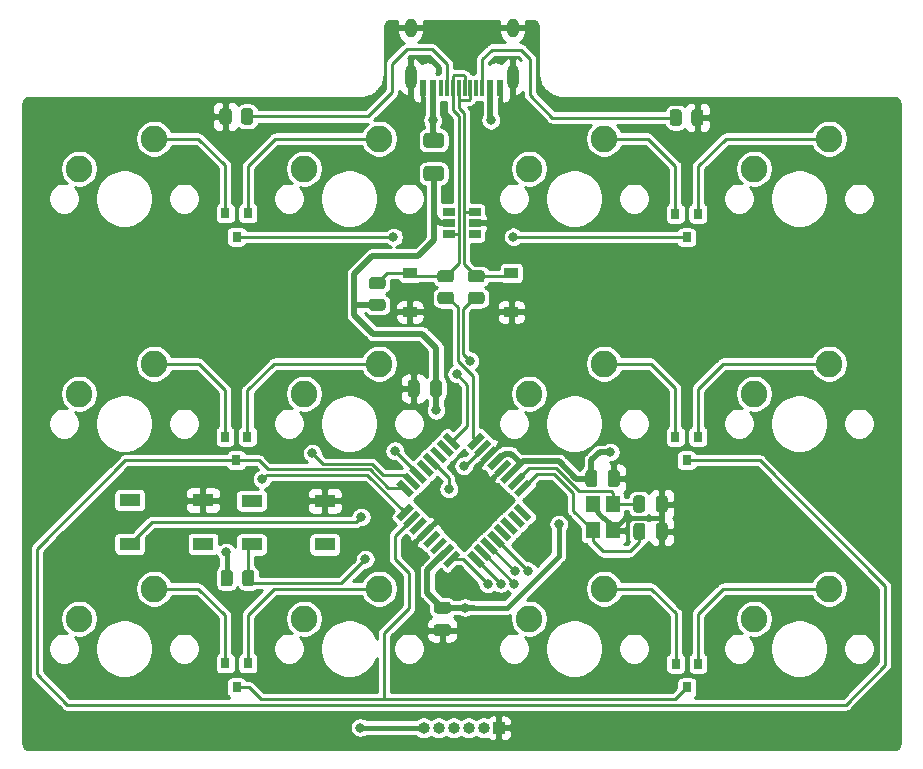
<source format=gbr>
%TF.GenerationSoftware,KiCad,Pcbnew,(5.1.9)-1*%
%TF.CreationDate,2021-01-04T19:24:50+01:00*%
%TF.ProjectId,pcb,7063622e-6b69-4636-9164-5f7063625858,rev?*%
%TF.SameCoordinates,Original*%
%TF.FileFunction,Copper,L2,Bot*%
%TF.FilePolarity,Positive*%
%FSLAX46Y46*%
G04 Gerber Fmt 4.6, Leading zero omitted, Abs format (unit mm)*
G04 Created by KiCad (PCBNEW (5.1.9)-1) date 2021-01-04 19:24:50*
%MOMM*%
%LPD*%
G01*
G04 APERTURE LIST*
%TA.AperFunction,ComponentPad*%
%ADD10C,2.250000*%
%TD*%
%TA.AperFunction,SMDPad,CuDef*%
%ADD11R,0.800000X0.900000*%
%TD*%
%TA.AperFunction,SMDPad,CuDef*%
%ADD12R,1.200000X1.400000*%
%TD*%
%TA.AperFunction,SMDPad,CuDef*%
%ADD13R,0.600000X1.450000*%
%TD*%
%TA.AperFunction,SMDPad,CuDef*%
%ADD14R,0.300000X1.450000*%
%TD*%
%TA.AperFunction,ComponentPad*%
%ADD15O,1.000000X2.100000*%
%TD*%
%TA.AperFunction,ComponentPad*%
%ADD16O,1.000000X1.600000*%
%TD*%
%TA.AperFunction,SMDPad,CuDef*%
%ADD17R,1.060000X0.650000*%
%TD*%
%TA.AperFunction,SMDPad,CuDef*%
%ADD18C,0.100000*%
%TD*%
%TA.AperFunction,SMDPad,CuDef*%
%ADD19R,1.800000X1.100000*%
%TD*%
%TA.AperFunction,ComponentPad*%
%ADD20O,1.000000X1.000000*%
%TD*%
%TA.AperFunction,ComponentPad*%
%ADD21R,1.000000X1.000000*%
%TD*%
%TA.AperFunction,SMDPad,CuDef*%
%ADD22R,1.200000X0.900000*%
%TD*%
%TA.AperFunction,ViaPad*%
%ADD23C,0.800000*%
%TD*%
%TA.AperFunction,Conductor*%
%ADD24C,0.250000*%
%TD*%
%TA.AperFunction,Conductor*%
%ADD25C,0.450000*%
%TD*%
%TA.AperFunction,Conductor*%
%ADD26C,0.500000*%
%TD*%
%TA.AperFunction,Conductor*%
%ADD27C,0.254000*%
%TD*%
%TA.AperFunction,Conductor*%
%ADD28C,0.100000*%
%TD*%
G04 APERTURE END LIST*
D10*
%TO.P,MX6,2*%
%TO.N,Net-(D6-Pad2)*%
X118389400Y-68529200D03*
%TO.P,MX6,1*%
%TO.N,col1*%
X112039400Y-71069200D03*
%TD*%
D11*
%TO.P,D12,1*%
%TO.N,row2*%
X144449800Y-95945200D03*
%TO.P,D12,2*%
%TO.N,Net-(D12-Pad2)*%
X145399800Y-93945200D03*
X143499800Y-93945200D03*
%TD*%
%TO.P,D10,1*%
%TO.N,row2*%
X106324400Y-95919800D03*
%TO.P,D10,2*%
%TO.N,Net-(D10-Pad2)*%
X107274400Y-93919800D03*
X105374400Y-93919800D03*
%TD*%
%TO.P,D8,1*%
%TO.N,row1*%
X144424400Y-76717400D03*
%TO.P,D8,2*%
%TO.N,Net-(D8-Pad2)*%
X145374400Y-74717400D03*
X143474400Y-74717400D03*
%TD*%
%TO.P,D6,1*%
%TO.N,row1*%
X106299000Y-76717400D03*
%TO.P,D6,2*%
%TO.N,Net-(D6-Pad2)*%
X107249000Y-74717400D03*
X105349000Y-74717400D03*
%TD*%
%TO.P,D4,1*%
%TO.N,row0*%
X144424400Y-57845200D03*
%TO.P,D4,2*%
%TO.N,Net-(D4-Pad2)*%
X145374400Y-55845200D03*
X143474400Y-55845200D03*
%TD*%
%TO.P,D2,1*%
%TO.N,row0*%
X106324400Y-57794400D03*
%TO.P,D2,2*%
%TO.N,Net-(D2-Pad2)*%
X107274400Y-55794400D03*
X105374400Y-55794400D03*
%TD*%
D10*
%TO.P,MX12,2*%
%TO.N,Net-(D12-Pad2)*%
X156489400Y-87579200D03*
%TO.P,MX12,1*%
%TO.N,col3*%
X150139400Y-90119200D03*
%TD*%
%TO.P,MX11,2*%
%TO.N,Net-(D12-Pad2)*%
X137439400Y-87579200D03*
%TO.P,MX11,1*%
%TO.N,col2*%
X131089400Y-90119200D03*
%TD*%
%TO.P,MX10,2*%
%TO.N,Net-(D10-Pad2)*%
X118389400Y-87579200D03*
%TO.P,MX10,1*%
%TO.N,col1*%
X112039400Y-90119200D03*
%TD*%
%TO.P,MX9,2*%
%TO.N,Net-(D10-Pad2)*%
X99339400Y-87579200D03*
%TO.P,MX9,1*%
%TO.N,col0*%
X92989400Y-90119200D03*
%TD*%
%TO.P,MX5,2*%
%TO.N,Net-(D6-Pad2)*%
X99339400Y-68529200D03*
%TO.P,MX5,1*%
%TO.N,col0*%
X92989400Y-71069200D03*
%TD*%
D12*
%TO.P,XTAL1,4*%
%TO.N,GND*%
X138162400Y-82634000D03*
%TO.P,XTAL1,3*%
%TO.N,Net-(C8-Pad1)*%
X138162400Y-80434000D03*
%TO.P,XTAL1,2*%
%TO.N,GND*%
X136462400Y-80434000D03*
%TO.P,XTAL1,1*%
%TO.N,Net-(C7-Pad1)*%
X136462400Y-82634000D03*
%TD*%
D13*
%TO.P,USB1,B1*%
%TO.N,GND*%
X128624400Y-45167600D03*
%TO.P,USB1,A9*%
%TO.N,VCC*%
X127824400Y-45167600D03*
%TO.P,USB1,B9*%
X122924400Y-45167600D03*
%TO.P,USB1,B12*%
%TO.N,GND*%
X122124400Y-45167600D03*
%TO.P,USB1,A1*%
X122124400Y-45167600D03*
%TO.P,USB1,A4*%
%TO.N,VCC*%
X122924400Y-45167600D03*
%TO.P,USB1,B4*%
X127824400Y-45167600D03*
%TO.P,USB1,A12*%
%TO.N,GND*%
X128624400Y-45167600D03*
D14*
%TO.P,USB1,B8*%
%TO.N,Net-(USB1-PadB8)*%
X123624400Y-45167600D03*
%TO.P,USB1,A5*%
%TO.N,Net-(R5-Pad2)*%
X124124400Y-45167600D03*
%TO.P,USB1,B7*%
%TO.N,Net-(D81-Pad1)*%
X124624400Y-45167600D03*
%TO.P,USB1,A7*%
X125624400Y-45167600D03*
%TO.P,USB1,B6*%
%TO.N,Net-(D82-Pad1)*%
X126124400Y-45167600D03*
%TO.P,USB1,A8*%
%TO.N,Net-(USB1-PadA8)*%
X126624400Y-45167600D03*
%TO.P,USB1,B5*%
%TO.N,Net-(R6-Pad2)*%
X127124400Y-45167600D03*
%TO.P,USB1,A6*%
%TO.N,Net-(D82-Pad1)*%
X125124400Y-45167600D03*
D15*
%TO.P,USB1,S1*%
%TO.N,GND*%
X129694400Y-44252600D03*
X121054400Y-44252600D03*
D16*
X121054400Y-40072600D03*
X129694400Y-40072600D03*
%TD*%
D17*
%TO.P,U2,5*%
%TO.N,+5V*%
X124274400Y-56616600D03*
%TO.P,U2,6*%
%TO.N,Net-(U2-Pad6)*%
X124274400Y-55666600D03*
%TO.P,U2,4*%
%TO.N,Net-(D81-Pad1)*%
X124274400Y-57566600D03*
%TO.P,U2,3*%
%TO.N,Net-(U2-Pad3)*%
X126474400Y-57566600D03*
%TO.P,U2,2*%
%TO.N,GND*%
X126474400Y-56616600D03*
%TO.P,U2,1*%
%TO.N,Net-(D82-Pad1)*%
X126474400Y-55666600D03*
%TD*%
%TA.AperFunction,SMDPad,CuDef*%
D18*
%TO.P,U1,32*%
%TO.N,D+*%
G36*
X125312435Y-75472328D02*
G01*
X124923526Y-75861237D01*
X123792155Y-74729866D01*
X124181064Y-74340957D01*
X125312435Y-75472328D01*
G37*
%TD.AperFunction*%
%TA.AperFunction,SMDPad,CuDef*%
%TO.P,U1,31*%
%TO.N,Net-(U1-Pad31)*%
G36*
X124746750Y-76038014D02*
G01*
X124357841Y-76426923D01*
X123226470Y-75295552D01*
X123615379Y-74906643D01*
X124746750Y-76038014D01*
G37*
%TD.AperFunction*%
%TA.AperFunction,SMDPad,CuDef*%
%TO.P,U1,30*%
%TO.N,Net-(U1-Pad30)*%
G36*
X124181064Y-76603699D02*
G01*
X123792155Y-76992608D01*
X122660784Y-75861237D01*
X123049693Y-75472328D01*
X124181064Y-76603699D01*
G37*
%TD.AperFunction*%
%TA.AperFunction,SMDPad,CuDef*%
%TO.P,U1,29*%
%TO.N,RESET*%
G36*
X123615379Y-77169384D02*
G01*
X123226470Y-77558293D01*
X122095099Y-76426922D01*
X122484008Y-76038013D01*
X123615379Y-77169384D01*
G37*
%TD.AperFunction*%
%TA.AperFunction,SMDPad,CuDef*%
%TO.P,U1,28*%
%TO.N,Net-(U1-Pad28)*%
G36*
X123049693Y-77735070D02*
G01*
X122660784Y-78123979D01*
X121529413Y-76992608D01*
X121918322Y-76603699D01*
X123049693Y-77735070D01*
G37*
%TD.AperFunction*%
%TA.AperFunction,SMDPad,CuDef*%
%TO.P,U1,27*%
%TO.N,row0*%
G36*
X122484008Y-78300755D02*
G01*
X122095099Y-78689664D01*
X120963728Y-77558293D01*
X121352637Y-77169384D01*
X122484008Y-78300755D01*
G37*
%TD.AperFunction*%
%TA.AperFunction,SMDPad,CuDef*%
%TO.P,U1,26*%
%TO.N,col1*%
G36*
X121918323Y-78866441D02*
G01*
X121529414Y-79255350D01*
X120398043Y-78123979D01*
X120786952Y-77735070D01*
X121918323Y-78866441D01*
G37*
%TD.AperFunction*%
%TA.AperFunction,SMDPad,CuDef*%
%TO.P,U1,25*%
%TO.N,row1*%
G36*
X121352637Y-79432126D02*
G01*
X120963728Y-79821035D01*
X119832357Y-78689664D01*
X120221266Y-78300755D01*
X121352637Y-79432126D01*
G37*
%TD.AperFunction*%
%TA.AperFunction,SMDPad,CuDef*%
%TO.P,U1,24*%
%TO.N,col0*%
G36*
X120963728Y-80351365D02*
G01*
X121352637Y-80740274D01*
X120221266Y-81871645D01*
X119832357Y-81482736D01*
X120963728Y-80351365D01*
G37*
%TD.AperFunction*%
%TA.AperFunction,SMDPad,CuDef*%
%TO.P,U1,23*%
%TO.N,row2*%
G36*
X121529414Y-80917050D02*
G01*
X121918323Y-81305959D01*
X120786952Y-82437330D01*
X120398043Y-82048421D01*
X121529414Y-80917050D01*
G37*
%TD.AperFunction*%
%TA.AperFunction,SMDPad,CuDef*%
%TO.P,U1,22*%
%TO.N,Net-(U1-Pad22)*%
G36*
X122095099Y-81482736D02*
G01*
X122484008Y-81871645D01*
X121352637Y-83003016D01*
X120963728Y-82614107D01*
X122095099Y-81482736D01*
G37*
%TD.AperFunction*%
%TA.AperFunction,SMDPad,CuDef*%
%TO.P,U1,21*%
%TO.N,GND*%
G36*
X122660784Y-82048421D02*
G01*
X123049693Y-82437330D01*
X121918322Y-83568701D01*
X121529413Y-83179792D01*
X122660784Y-82048421D01*
G37*
%TD.AperFunction*%
%TA.AperFunction,SMDPad,CuDef*%
%TO.P,U1,20*%
%TO.N,Net-(U1-Pad20)*%
G36*
X123226470Y-82614107D02*
G01*
X123615379Y-83003016D01*
X122484008Y-84134387D01*
X122095099Y-83745478D01*
X123226470Y-82614107D01*
G37*
%TD.AperFunction*%
%TA.AperFunction,SMDPad,CuDef*%
%TO.P,U1,19*%
%TO.N,Net-(U1-Pad19)*%
G36*
X123792155Y-83179792D02*
G01*
X124181064Y-83568701D01*
X123049693Y-84700072D01*
X122660784Y-84311163D01*
X123792155Y-83179792D01*
G37*
%TD.AperFunction*%
%TA.AperFunction,SMDPad,CuDef*%
%TO.P,U1,18*%
%TO.N,+5V*%
G36*
X124357841Y-83745477D02*
G01*
X124746750Y-84134386D01*
X123615379Y-85265757D01*
X123226470Y-84876848D01*
X124357841Y-83745477D01*
G37*
%TD.AperFunction*%
%TA.AperFunction,SMDPad,CuDef*%
%TO.P,U1,17*%
%TO.N,SCK*%
G36*
X124923526Y-84311163D02*
G01*
X125312435Y-84700072D01*
X124181064Y-85831443D01*
X123792155Y-85442534D01*
X124923526Y-84311163D01*
G37*
%TD.AperFunction*%
%TA.AperFunction,SMDPad,CuDef*%
%TO.P,U1,16*%
%TO.N,MISO*%
G36*
X127363045Y-85442534D02*
G01*
X126974136Y-85831443D01*
X125842765Y-84700072D01*
X126231674Y-84311163D01*
X127363045Y-85442534D01*
G37*
%TD.AperFunction*%
%TA.AperFunction,SMDPad,CuDef*%
%TO.P,U1,15*%
%TO.N,MOSI*%
G36*
X127928730Y-84876848D02*
G01*
X127539821Y-85265757D01*
X126408450Y-84134386D01*
X126797359Y-83745477D01*
X127928730Y-84876848D01*
G37*
%TD.AperFunction*%
%TA.AperFunction,SMDPad,CuDef*%
%TO.P,U1,14*%
%TO.N,col2*%
G36*
X128494416Y-84311163D02*
G01*
X128105507Y-84700072D01*
X126974136Y-83568701D01*
X127363045Y-83179792D01*
X128494416Y-84311163D01*
G37*
%TD.AperFunction*%
%TA.AperFunction,SMDPad,CuDef*%
%TO.P,U1,13*%
%TO.N,col3*%
G36*
X129060101Y-83745478D02*
G01*
X128671192Y-84134387D01*
X127539821Y-83003016D01*
X127928730Y-82614107D01*
X129060101Y-83745478D01*
G37*
%TD.AperFunction*%
%TA.AperFunction,SMDPad,CuDef*%
%TO.P,U1,12*%
%TO.N,Net-(U1-Pad12)*%
G36*
X129625787Y-83179792D02*
G01*
X129236878Y-83568701D01*
X128105507Y-82437330D01*
X128494416Y-82048421D01*
X129625787Y-83179792D01*
G37*
%TD.AperFunction*%
%TA.AperFunction,SMDPad,CuDef*%
%TO.P,U1,11*%
%TO.N,Net-(U1-Pad11)*%
G36*
X130191472Y-82614107D02*
G01*
X129802563Y-83003016D01*
X128671192Y-81871645D01*
X129060101Y-81482736D01*
X130191472Y-82614107D01*
G37*
%TD.AperFunction*%
%TA.AperFunction,SMDPad,CuDef*%
%TO.P,U1,10*%
%TO.N,Net-(U1-Pad10)*%
G36*
X130757157Y-82048421D02*
G01*
X130368248Y-82437330D01*
X129236877Y-81305959D01*
X129625786Y-80917050D01*
X130757157Y-82048421D01*
G37*
%TD.AperFunction*%
%TA.AperFunction,SMDPad,CuDef*%
%TO.P,U1,9*%
%TO.N,Net-(U1-Pad9)*%
G36*
X131322843Y-81482736D02*
G01*
X130933934Y-81871645D01*
X129802563Y-80740274D01*
X130191472Y-80351365D01*
X131322843Y-81482736D01*
G37*
%TD.AperFunction*%
%TA.AperFunction,SMDPad,CuDef*%
%TO.P,U1,8*%
%TO.N,Net-(C7-Pad1)*%
G36*
X130933934Y-78300755D02*
G01*
X131322843Y-78689664D01*
X130191472Y-79821035D01*
X129802563Y-79432126D01*
X130933934Y-78300755D01*
G37*
%TD.AperFunction*%
%TA.AperFunction,SMDPad,CuDef*%
%TO.P,U1,7*%
%TO.N,Net-(C8-Pad1)*%
G36*
X130368248Y-77735070D02*
G01*
X130757157Y-78123979D01*
X129625786Y-79255350D01*
X129236877Y-78866441D01*
X130368248Y-77735070D01*
G37*
%TD.AperFunction*%
%TA.AperFunction,SMDPad,CuDef*%
%TO.P,U1,6*%
%TO.N,+5V*%
G36*
X129802563Y-77169384D02*
G01*
X130191472Y-77558293D01*
X129060101Y-78689664D01*
X128671192Y-78300755D01*
X129802563Y-77169384D01*
G37*
%TD.AperFunction*%
%TA.AperFunction,SMDPad,CuDef*%
%TO.P,U1,5*%
%TO.N,GND*%
G36*
X129236878Y-76603699D02*
G01*
X129625787Y-76992608D01*
X128494416Y-78123979D01*
X128105507Y-77735070D01*
X129236878Y-76603699D01*
G37*
%TD.AperFunction*%
%TA.AperFunction,SMDPad,CuDef*%
%TO.P,U1,4*%
%TO.N,+5V*%
G36*
X128671192Y-76038013D02*
G01*
X129060101Y-76426922D01*
X127928730Y-77558293D01*
X127539821Y-77169384D01*
X128671192Y-76038013D01*
G37*
%TD.AperFunction*%
%TA.AperFunction,SMDPad,CuDef*%
%TO.P,U1,3*%
%TO.N,GND*%
G36*
X128105507Y-75472328D02*
G01*
X128494416Y-75861237D01*
X127363045Y-76992608D01*
X126974136Y-76603699D01*
X128105507Y-75472328D01*
G37*
%TD.AperFunction*%
%TA.AperFunction,SMDPad,CuDef*%
%TO.P,U1,2*%
%TO.N,BOOT*%
G36*
X127539821Y-74906643D02*
G01*
X127928730Y-75295552D01*
X126797359Y-76426923D01*
X126408450Y-76038014D01*
X127539821Y-74906643D01*
G37*
%TD.AperFunction*%
%TA.AperFunction,SMDPad,CuDef*%
%TO.P,U1,1*%
%TO.N,D-*%
G36*
X126974136Y-74340957D02*
G01*
X127363045Y-74729866D01*
X126231674Y-75861237D01*
X125842765Y-75472328D01*
X126974136Y-74340957D01*
G37*
%TD.AperFunction*%
%TD*%
D19*
%TO.P,RESET1,4*%
%TO.N,N/C*%
X107593200Y-80141200D03*
%TO.P,RESET1,3*%
X113793200Y-83841200D03*
%TO.P,RESET1,2*%
%TO.N,RESET*%
X107593200Y-83841200D03*
%TO.P,RESET1,1*%
%TO.N,GND*%
X113793200Y-80141200D03*
%TD*%
%TO.P,R9,2*%
%TO.N,+5V*%
%TA.AperFunction,SMDPad,CuDef*%
G36*
G01*
X117786999Y-63036400D02*
X118687001Y-63036400D01*
G75*
G02*
X118937000Y-63286399I0J-249999D01*
G01*
X118937000Y-63811401D01*
G75*
G02*
X118687001Y-64061400I-249999J0D01*
G01*
X117786999Y-64061400D01*
G75*
G02*
X117537000Y-63811401I0J249999D01*
G01*
X117537000Y-63286399D01*
G75*
G02*
X117786999Y-63036400I249999J0D01*
G01*
G37*
%TD.AperFunction*%
%TO.P,R9,1*%
%TO.N,Net-(D81-Pad1)*%
%TA.AperFunction,SMDPad,CuDef*%
G36*
G01*
X117786999Y-61211400D02*
X118687001Y-61211400D01*
G75*
G02*
X118937000Y-61461399I0J-249999D01*
G01*
X118937000Y-61986401D01*
G75*
G02*
X118687001Y-62236400I-249999J0D01*
G01*
X117786999Y-62236400D01*
G75*
G02*
X117537000Y-61986401I0J249999D01*
G01*
X117537000Y-61461399D01*
G75*
G02*
X117786999Y-61211400I249999J0D01*
G01*
G37*
%TD.AperFunction*%
%TD*%
%TO.P,R8,2*%
%TO.N,Net-(D82-Pad1)*%
%TA.AperFunction,SMDPad,CuDef*%
G36*
G01*
X127069001Y-61652200D02*
X126168999Y-61652200D01*
G75*
G02*
X125919000Y-61402201I0J249999D01*
G01*
X125919000Y-60877199D01*
G75*
G02*
X126168999Y-60627200I249999J0D01*
G01*
X127069001Y-60627200D01*
G75*
G02*
X127319000Y-60877199I0J-249999D01*
G01*
X127319000Y-61402201D01*
G75*
G02*
X127069001Y-61652200I-249999J0D01*
G01*
G37*
%TD.AperFunction*%
%TO.P,R8,1*%
%TO.N,D+*%
%TA.AperFunction,SMDPad,CuDef*%
G36*
G01*
X127069001Y-63477200D02*
X126168999Y-63477200D01*
G75*
G02*
X125919000Y-63227201I0J249999D01*
G01*
X125919000Y-62702199D01*
G75*
G02*
X126168999Y-62452200I249999J0D01*
G01*
X127069001Y-62452200D01*
G75*
G02*
X127319000Y-62702199I0J-249999D01*
G01*
X127319000Y-63227201D01*
G75*
G02*
X127069001Y-63477200I-249999J0D01*
G01*
G37*
%TD.AperFunction*%
%TD*%
%TO.P,R7,2*%
%TO.N,Net-(D81-Pad1)*%
%TA.AperFunction,SMDPad,CuDef*%
G36*
G01*
X124478201Y-61652200D02*
X123578199Y-61652200D01*
G75*
G02*
X123328200Y-61402201I0J249999D01*
G01*
X123328200Y-60877199D01*
G75*
G02*
X123578199Y-60627200I249999J0D01*
G01*
X124478201Y-60627200D01*
G75*
G02*
X124728200Y-60877199I0J-249999D01*
G01*
X124728200Y-61402201D01*
G75*
G02*
X124478201Y-61652200I-249999J0D01*
G01*
G37*
%TD.AperFunction*%
%TO.P,R7,1*%
%TO.N,D-*%
%TA.AperFunction,SMDPad,CuDef*%
G36*
G01*
X124478201Y-63477200D02*
X123578199Y-63477200D01*
G75*
G02*
X123328200Y-63227201I0J249999D01*
G01*
X123328200Y-62702199D01*
G75*
G02*
X123578199Y-62452200I249999J0D01*
G01*
X124478201Y-62452200D01*
G75*
G02*
X124728200Y-62702199I0J-249999D01*
G01*
X124728200Y-63227201D01*
G75*
G02*
X124478201Y-63477200I-249999J0D01*
G01*
G37*
%TD.AperFunction*%
%TD*%
%TO.P,R6,2*%
%TO.N,Net-(R6-Pad2)*%
%TA.AperFunction,SMDPad,CuDef*%
G36*
G01*
X144024400Y-47251199D02*
X144024400Y-48151201D01*
G75*
G02*
X143774401Y-48401200I-249999J0D01*
G01*
X143249399Y-48401200D01*
G75*
G02*
X142999400Y-48151201I0J249999D01*
G01*
X142999400Y-47251199D01*
G75*
G02*
X143249399Y-47001200I249999J0D01*
G01*
X143774401Y-47001200D01*
G75*
G02*
X144024400Y-47251199I0J-249999D01*
G01*
G37*
%TD.AperFunction*%
%TO.P,R6,1*%
%TO.N,GND*%
%TA.AperFunction,SMDPad,CuDef*%
G36*
G01*
X145849400Y-47251199D02*
X145849400Y-48151201D01*
G75*
G02*
X145599401Y-48401200I-249999J0D01*
G01*
X145074399Y-48401200D01*
G75*
G02*
X144824400Y-48151201I0J249999D01*
G01*
X144824400Y-47251199D01*
G75*
G02*
X145074399Y-47001200I249999J0D01*
G01*
X145599401Y-47001200D01*
G75*
G02*
X145849400Y-47251199I0J-249999D01*
G01*
G37*
%TD.AperFunction*%
%TD*%
%TO.P,R5,2*%
%TO.N,Net-(R5-Pad2)*%
%TA.AperFunction,SMDPad,CuDef*%
G36*
G01*
X106700900Y-48049601D02*
X106700900Y-47149599D01*
G75*
G02*
X106950899Y-46899600I249999J0D01*
G01*
X107475901Y-46899600D01*
G75*
G02*
X107725900Y-47149599I0J-249999D01*
G01*
X107725900Y-48049601D01*
G75*
G02*
X107475901Y-48299600I-249999J0D01*
G01*
X106950899Y-48299600D01*
G75*
G02*
X106700900Y-48049601I0J249999D01*
G01*
G37*
%TD.AperFunction*%
%TO.P,R5,1*%
%TO.N,GND*%
%TA.AperFunction,SMDPad,CuDef*%
G36*
G01*
X104875900Y-48049601D02*
X104875900Y-47149599D01*
G75*
G02*
X105125899Y-46899600I249999J0D01*
G01*
X105650901Y-46899600D01*
G75*
G02*
X105900900Y-47149599I0J-249999D01*
G01*
X105900900Y-48049601D01*
G75*
G02*
X105650901Y-48299600I-249999J0D01*
G01*
X105125899Y-48299600D01*
G75*
G02*
X104875900Y-48049601I0J249999D01*
G01*
G37*
%TD.AperFunction*%
%TD*%
%TO.P,R2,2*%
%TO.N,+5V*%
%TA.AperFunction,SMDPad,CuDef*%
G36*
G01*
X106000600Y-86240199D02*
X106000600Y-87140201D01*
G75*
G02*
X105750601Y-87390200I-249999J0D01*
G01*
X105225599Y-87390200D01*
G75*
G02*
X104975600Y-87140201I0J249999D01*
G01*
X104975600Y-86240199D01*
G75*
G02*
X105225599Y-85990200I249999J0D01*
G01*
X105750601Y-85990200D01*
G75*
G02*
X106000600Y-86240199I0J-249999D01*
G01*
G37*
%TD.AperFunction*%
%TO.P,R2,1*%
%TO.N,RESET*%
%TA.AperFunction,SMDPad,CuDef*%
G36*
G01*
X107825600Y-86240199D02*
X107825600Y-87140201D01*
G75*
G02*
X107575601Y-87390200I-249999J0D01*
G01*
X107050599Y-87390200D01*
G75*
G02*
X106800600Y-87140201I0J249999D01*
G01*
X106800600Y-86240199D01*
G75*
G02*
X107050599Y-85990200I249999J0D01*
G01*
X107575601Y-85990200D01*
G75*
G02*
X107825600Y-86240199I0J-249999D01*
G01*
G37*
%TD.AperFunction*%
%TD*%
D10*
%TO.P,MX8,2*%
%TO.N,Net-(D8-Pad2)*%
X156489400Y-68529200D03*
%TO.P,MX8,1*%
%TO.N,col3*%
X150139400Y-71069200D03*
%TD*%
%TO.P,MX7,2*%
%TO.N,Net-(D8-Pad2)*%
X137439400Y-68529200D03*
%TO.P,MX7,1*%
%TO.N,col2*%
X131089400Y-71069200D03*
%TD*%
%TO.P,MX4,2*%
%TO.N,Net-(D4-Pad2)*%
X156489400Y-49479200D03*
%TO.P,MX4,1*%
%TO.N,col3*%
X150139400Y-52019200D03*
%TD*%
%TO.P,MX3,2*%
%TO.N,Net-(D4-Pad2)*%
X137439400Y-49479200D03*
%TO.P,MX3,1*%
%TO.N,col2*%
X131089400Y-52019200D03*
%TD*%
%TO.P,MX2,2*%
%TO.N,Net-(D2-Pad2)*%
X118389400Y-49479200D03*
%TO.P,MX2,1*%
%TO.N,col1*%
X112039400Y-52019200D03*
%TD*%
%TO.P,MX1,2*%
%TO.N,Net-(D2-Pad2)*%
X99339400Y-49479200D03*
%TO.P,MX1,1*%
%TO.N,col0*%
X92989400Y-52019200D03*
%TD*%
D20*
%TO.P,J1,6*%
%TO.N,+5V*%
X122174000Y-99364800D03*
%TO.P,J1,5*%
%TO.N,RESET*%
X123444000Y-99364800D03*
%TO.P,J1,4*%
%TO.N,SCK*%
X124714000Y-99364800D03*
%TO.P,J1,3*%
%TO.N,MISO*%
X125984000Y-99364800D03*
%TO.P,J1,2*%
%TO.N,MOSI*%
X127254000Y-99364800D03*
D21*
%TO.P,J1,1*%
%TO.N,GND*%
X128524000Y-99364800D03*
%TD*%
%TO.P,F1,2*%
%TO.N,VCC*%
%TA.AperFunction,SMDPad,CuDef*%
G36*
G01*
X123637200Y-50253600D02*
X122387200Y-50253600D01*
G75*
G02*
X122137200Y-50003600I0J250000D01*
G01*
X122137200Y-49253600D01*
G75*
G02*
X122387200Y-49003600I250000J0D01*
G01*
X123637200Y-49003600D01*
G75*
G02*
X123887200Y-49253600I0J-250000D01*
G01*
X123887200Y-50003600D01*
G75*
G02*
X123637200Y-50253600I-250000J0D01*
G01*
G37*
%TD.AperFunction*%
%TO.P,F1,1*%
%TO.N,+5V*%
%TA.AperFunction,SMDPad,CuDef*%
G36*
G01*
X123637200Y-53053600D02*
X122387200Y-53053600D01*
G75*
G02*
X122137200Y-52803600I0J250000D01*
G01*
X122137200Y-52053600D01*
G75*
G02*
X122387200Y-51803600I250000J0D01*
G01*
X123637200Y-51803600D01*
G75*
G02*
X123887200Y-52053600I0J-250000D01*
G01*
X123887200Y-52803600D01*
G75*
G02*
X123637200Y-53053600I-250000J0D01*
G01*
G37*
%TD.AperFunction*%
%TD*%
D22*
%TO.P,D82,2*%
%TO.N,GND*%
X129590800Y-64159400D03*
%TO.P,D82,1*%
%TO.N,Net-(D82-Pad1)*%
X129590800Y-60859400D03*
%TD*%
%TO.P,D81,2*%
%TO.N,GND*%
X121005600Y-64159400D03*
%TO.P,D81,1*%
%TO.N,Net-(D81-Pad1)*%
X121005600Y-60859400D03*
%TD*%
%TO.P,C8,2*%
%TO.N,GND*%
%TA.AperFunction,SMDPad,CuDef*%
G36*
G01*
X141826400Y-80891400D02*
X141826400Y-79941400D01*
G75*
G02*
X142076400Y-79691400I250000J0D01*
G01*
X142576400Y-79691400D01*
G75*
G02*
X142826400Y-79941400I0J-250000D01*
G01*
X142826400Y-80891400D01*
G75*
G02*
X142576400Y-81141400I-250000J0D01*
G01*
X142076400Y-81141400D01*
G75*
G02*
X141826400Y-80891400I0J250000D01*
G01*
G37*
%TD.AperFunction*%
%TO.P,C8,1*%
%TO.N,Net-(C8-Pad1)*%
%TA.AperFunction,SMDPad,CuDef*%
G36*
G01*
X139926400Y-80891400D02*
X139926400Y-79941400D01*
G75*
G02*
X140176400Y-79691400I250000J0D01*
G01*
X140676400Y-79691400D01*
G75*
G02*
X140926400Y-79941400I0J-250000D01*
G01*
X140926400Y-80891400D01*
G75*
G02*
X140676400Y-81141400I-250000J0D01*
G01*
X140176400Y-81141400D01*
G75*
G02*
X139926400Y-80891400I0J250000D01*
G01*
G37*
%TD.AperFunction*%
%TD*%
%TO.P,C7,2*%
%TO.N,GND*%
%TA.AperFunction,SMDPad,CuDef*%
G36*
G01*
X141826400Y-83202800D02*
X141826400Y-82252800D01*
G75*
G02*
X142076400Y-82002800I250000J0D01*
G01*
X142576400Y-82002800D01*
G75*
G02*
X142826400Y-82252800I0J-250000D01*
G01*
X142826400Y-83202800D01*
G75*
G02*
X142576400Y-83452800I-250000J0D01*
G01*
X142076400Y-83452800D01*
G75*
G02*
X141826400Y-83202800I0J250000D01*
G01*
G37*
%TD.AperFunction*%
%TO.P,C7,1*%
%TO.N,Net-(C7-Pad1)*%
%TA.AperFunction,SMDPad,CuDef*%
G36*
G01*
X139926400Y-83202800D02*
X139926400Y-82252800D01*
G75*
G02*
X140176400Y-82002800I250000J0D01*
G01*
X140676400Y-82002800D01*
G75*
G02*
X140926400Y-82252800I0J-250000D01*
G01*
X140926400Y-83202800D01*
G75*
G02*
X140676400Y-83452800I-250000J0D01*
G01*
X140176400Y-83452800D01*
G75*
G02*
X139926400Y-83202800I0J250000D01*
G01*
G37*
%TD.AperFunction*%
%TD*%
%TO.P,C3,2*%
%TO.N,GND*%
%TA.AperFunction,SMDPad,CuDef*%
G36*
G01*
X123273800Y-90594600D02*
X124223800Y-90594600D01*
G75*
G02*
X124473800Y-90844600I0J-250000D01*
G01*
X124473800Y-91344600D01*
G75*
G02*
X124223800Y-91594600I-250000J0D01*
G01*
X123273800Y-91594600D01*
G75*
G02*
X123023800Y-91344600I0J250000D01*
G01*
X123023800Y-90844600D01*
G75*
G02*
X123273800Y-90594600I250000J0D01*
G01*
G37*
%TD.AperFunction*%
%TO.P,C3,1*%
%TO.N,+5V*%
%TA.AperFunction,SMDPad,CuDef*%
G36*
G01*
X123273800Y-88694600D02*
X124223800Y-88694600D01*
G75*
G02*
X124473800Y-88944600I0J-250000D01*
G01*
X124473800Y-89444600D01*
G75*
G02*
X124223800Y-89694600I-250000J0D01*
G01*
X123273800Y-89694600D01*
G75*
G02*
X123023800Y-89444600I0J250000D01*
G01*
X123023800Y-88944600D01*
G75*
G02*
X123273800Y-88694600I250000J0D01*
G01*
G37*
%TD.AperFunction*%
%TD*%
%TO.P,C2,2*%
%TO.N,GND*%
%TA.AperFunction,SMDPad,CuDef*%
G36*
G01*
X137762400Y-78732400D02*
X137762400Y-77782400D01*
G75*
G02*
X138012400Y-77532400I250000J0D01*
G01*
X138512400Y-77532400D01*
G75*
G02*
X138762400Y-77782400I0J-250000D01*
G01*
X138762400Y-78732400D01*
G75*
G02*
X138512400Y-78982400I-250000J0D01*
G01*
X138012400Y-78982400D01*
G75*
G02*
X137762400Y-78732400I0J250000D01*
G01*
G37*
%TD.AperFunction*%
%TO.P,C2,1*%
%TO.N,+5V*%
%TA.AperFunction,SMDPad,CuDef*%
G36*
G01*
X135862400Y-78732400D02*
X135862400Y-77782400D01*
G75*
G02*
X136112400Y-77532400I250000J0D01*
G01*
X136612400Y-77532400D01*
G75*
G02*
X136862400Y-77782400I0J-250000D01*
G01*
X136862400Y-78732400D01*
G75*
G02*
X136612400Y-78982400I-250000J0D01*
G01*
X136112400Y-78982400D01*
G75*
G02*
X135862400Y-78732400I0J250000D01*
G01*
G37*
%TD.AperFunction*%
%TD*%
%TO.P,C1,2*%
%TO.N,GND*%
%TA.AperFunction,SMDPad,CuDef*%
G36*
G01*
X121815400Y-70162400D02*
X121815400Y-71112400D01*
G75*
G02*
X121565400Y-71362400I-250000J0D01*
G01*
X121065400Y-71362400D01*
G75*
G02*
X120815400Y-71112400I0J250000D01*
G01*
X120815400Y-70162400D01*
G75*
G02*
X121065400Y-69912400I250000J0D01*
G01*
X121565400Y-69912400D01*
G75*
G02*
X121815400Y-70162400I0J-250000D01*
G01*
G37*
%TD.AperFunction*%
%TO.P,C1,1*%
%TO.N,+5V*%
%TA.AperFunction,SMDPad,CuDef*%
G36*
G01*
X123715400Y-70162400D02*
X123715400Y-71112400D01*
G75*
G02*
X123465400Y-71362400I-250000J0D01*
G01*
X122965400Y-71362400D01*
G75*
G02*
X122715400Y-71112400I0J250000D01*
G01*
X122715400Y-70162400D01*
G75*
G02*
X122965400Y-69912400I250000J0D01*
G01*
X123465400Y-69912400D01*
G75*
G02*
X123715400Y-70162400I0J-250000D01*
G01*
G37*
%TD.AperFunction*%
%TD*%
D19*
%TO.P,BOOT1,4*%
%TO.N,N/C*%
X97280800Y-80090400D03*
%TO.P,BOOT1,3*%
X103480800Y-83790400D03*
%TO.P,BOOT1,2*%
%TO.N,BOOT*%
X97280800Y-83790400D03*
%TO.P,BOOT1,1*%
%TO.N,GND*%
X103480800Y-80090400D03*
%TD*%
D23*
%TO.N,BOOT*%
X116890800Y-81508600D03*
X125565400Y-77165200D03*
%TO.N,GND*%
X124002800Y-87172800D03*
X94869000Y-81940400D03*
%TO.N,+5V*%
X123215400Y-72491600D03*
X137972800Y-76022200D03*
X125653800Y-89179400D03*
X105460800Y-84480400D03*
X116814600Y-99339400D03*
X133604000Y-82143600D03*
%TO.N,row0*%
X119608600Y-57810400D03*
X129768600Y-57785000D03*
%TO.N,VCC*%
X127838200Y-47929800D03*
X122924400Y-47941400D03*
%TO.N,RESET*%
X117221000Y-85090000D03*
X124282200Y-79146400D03*
%TO.N,D+*%
X126085600Y-68275200D03*
X124968000Y-69418200D03*
%TO.N,row0*%
X119710200Y-75895200D03*
%TO.N,SCK*%
X127584200Y-87172800D03*
%TO.N,MISO*%
X128701800Y-87147400D03*
%TO.N,MOSI*%
X129844800Y-87147400D03*
%TO.N,col0*%
X108483400Y-78308200D03*
%TO.N,col1*%
X112725200Y-76123800D03*
%TO.N,col2*%
X129870200Y-86080600D03*
%TO.N,col3*%
X130962400Y-86055200D03*
%TD*%
D24*
%TO.N,BOOT*%
X97280800Y-83790400D02*
X99130800Y-81940400D01*
X116459000Y-81940400D02*
X116890800Y-81508600D01*
X99130800Y-81940400D02*
X116459000Y-81940400D01*
X125670173Y-77165200D02*
X127168590Y-75666783D01*
X125565400Y-77165200D02*
X125670173Y-77165200D01*
D25*
%TO.N,GND*%
X138162400Y-82257000D02*
X137464401Y-81559001D01*
X138162400Y-82634000D02*
X138162400Y-82257000D01*
X137464401Y-81559001D02*
X137337401Y-81559001D01*
X136462400Y-80684000D02*
X136462400Y-80434000D01*
X137337401Y-81559001D02*
X136462400Y-80684000D01*
X139229990Y-81566410D02*
X141165010Y-81566410D01*
X138162400Y-82634000D02*
X139229990Y-81566410D01*
X141165010Y-81566410D02*
X142309190Y-81566410D01*
D26*
%TO.N,+5V*%
X123559398Y-56616600D02*
X124274400Y-56616600D01*
X123012200Y-56069402D02*
X123559398Y-56616600D01*
X123012200Y-52428600D02*
X123012200Y-56069402D01*
X123012200Y-56069402D02*
X123012200Y-58089800D01*
X123012200Y-58089800D02*
X121716800Y-59385200D01*
X116281200Y-60934600D02*
X117830600Y-59385200D01*
X121716800Y-59385200D02*
X117830600Y-59385200D01*
X116283100Y-63548900D02*
X116281200Y-63550800D01*
X118237000Y-63548900D02*
X116283100Y-63548900D01*
X116281200Y-63550800D02*
X116281200Y-60934600D01*
X116281200Y-64389000D02*
X116281200Y-63550800D01*
X117881400Y-65989200D02*
X116281200Y-64389000D01*
X122021600Y-65989200D02*
X117881400Y-65989200D01*
X123215400Y-67183000D02*
X123050300Y-67017900D01*
X123215400Y-70637400D02*
X123215400Y-67183000D01*
X123050300Y-67017900D02*
X122021600Y-65989200D01*
X123215400Y-70637400D02*
X123215400Y-72491600D01*
X123764000Y-89179400D02*
X123748800Y-89194600D01*
X123748800Y-89194600D02*
X122478800Y-87924600D01*
X122478800Y-86013427D02*
X123986610Y-84505617D01*
X122478800Y-87924600D02*
X122478800Y-86013427D01*
X137972800Y-76022200D02*
X137058400Y-76022200D01*
X136362400Y-76718200D02*
X136362400Y-78257400D01*
X137058400Y-76022200D02*
X136362400Y-76718200D01*
X129050477Y-76153689D02*
X129569889Y-76153689D01*
X128406013Y-76798153D02*
X129050477Y-76153689D01*
X128299961Y-76798153D02*
X128406013Y-76798153D01*
X129569889Y-76153689D02*
X130388528Y-76972328D01*
X130388528Y-76972328D02*
X129431332Y-77929524D01*
X130548877Y-76811979D02*
X130388528Y-76972328D01*
X133631779Y-76811979D02*
X130548877Y-76811979D01*
X135077200Y-78257400D02*
X133631779Y-76811979D01*
X136362400Y-78257400D02*
X135077200Y-78257400D01*
X125653800Y-89179400D02*
X123764000Y-89179400D01*
X126390400Y-89179400D02*
X125653800Y-89179400D01*
D25*
X105488100Y-84507700D02*
X105460800Y-84480400D01*
X105488100Y-86690200D02*
X105488100Y-84507700D01*
X122148600Y-99339400D02*
X122174000Y-99364800D01*
X116814600Y-99339400D02*
X122148600Y-99339400D01*
X125653800Y-89179400D02*
X128193800Y-89179400D01*
X128193800Y-89179400D02*
X128244600Y-89179400D01*
X128193800Y-89179400D02*
X128295400Y-89179400D01*
X133604000Y-83870800D02*
X133604000Y-82143600D01*
X128193800Y-89179400D02*
X129235200Y-89179400D01*
X133604000Y-84810600D02*
X133604000Y-83870800D01*
X129235200Y-89179400D02*
X133604000Y-84810600D01*
D24*
%TO.N,Net-(C7-Pad1)*%
X136462400Y-83584000D02*
X137308000Y-84429600D01*
X136462400Y-82634000D02*
X136462400Y-83584000D01*
X137308000Y-84429600D02*
X139598400Y-84429600D01*
X140426400Y-83601600D02*
X140426400Y-82727800D01*
X139598400Y-84429600D02*
X140426400Y-83601600D01*
X131786599Y-77836999D02*
X130562703Y-79060895D01*
X133207203Y-77836999D02*
X131786599Y-77836999D01*
X134851104Y-79480900D02*
X133207203Y-77836999D01*
X134851104Y-81022704D02*
X134851104Y-79480900D01*
X136462400Y-82634000D02*
X134851104Y-81022704D01*
%TO.N,Net-(C8-Pad1)*%
X140408800Y-80434000D02*
X140426400Y-80416400D01*
X138162400Y-80434000D02*
X140408800Y-80434000D01*
X131105238Y-77386989D02*
X129997017Y-78495210D01*
X133393603Y-77386989D02*
X131105238Y-77386989D01*
X135356214Y-79349600D02*
X133393603Y-77386989D01*
X138028000Y-79349600D02*
X135356214Y-79349600D01*
X138162400Y-79484000D02*
X138028000Y-79349600D01*
X138162400Y-80434000D02*
X138162400Y-79484000D01*
%TO.N,row0*%
X119592600Y-57794400D02*
X119608600Y-57810400D01*
X106324400Y-57794400D02*
X119592600Y-57794400D01*
X144364200Y-57785000D02*
X144424400Y-57845200D01*
X129768600Y-57785000D02*
X144364200Y-57785000D01*
%TO.N,Net-(D2-Pad2)*%
X105374400Y-55794400D02*
X105374400Y-51755000D01*
X103098600Y-49479200D02*
X99339400Y-49479200D01*
X105374400Y-51755000D02*
X103098600Y-49479200D01*
X107274400Y-55794400D02*
X107274400Y-51805800D01*
X109601000Y-49479200D02*
X118389400Y-49479200D01*
X107274400Y-51805800D02*
X109601000Y-49479200D01*
%TO.N,Net-(D4-Pad2)*%
X143474400Y-55845200D02*
X143474400Y-51780400D01*
X141173200Y-49479200D02*
X137439400Y-49479200D01*
X143474400Y-51780400D02*
X141173200Y-49479200D01*
X145374400Y-55845200D02*
X145374400Y-51831200D01*
X147726400Y-49479200D02*
X156489400Y-49479200D01*
X145374400Y-51831200D02*
X147726400Y-49479200D01*
%TO.N,row1*%
X161239200Y-87350600D02*
X150606000Y-76717400D01*
X161239200Y-94056200D02*
X161239200Y-87350600D01*
X91966210Y-97401810D02*
X157893590Y-97401810D01*
X89408000Y-94843600D02*
X91966210Y-97401810D01*
X157893590Y-97401810D02*
X161239200Y-94056200D01*
X89408000Y-84201000D02*
X89408000Y-94843600D01*
X96891600Y-76717400D02*
X89408000Y-84201000D01*
X150606000Y-76717400D02*
X144424400Y-76717400D01*
X106299000Y-76717400D02*
X96891600Y-76717400D01*
%TO.N,Net-(D6-Pad2)*%
X105349000Y-74717400D02*
X105349000Y-70754200D01*
X103124000Y-68529200D02*
X99339400Y-68529200D01*
X105349000Y-70754200D02*
X103124000Y-68529200D01*
X107249000Y-74717400D02*
X107249000Y-70779600D01*
X109499400Y-68529200D02*
X118389400Y-68529200D01*
X107249000Y-70779600D02*
X109499400Y-68529200D01*
%TO.N,Net-(D8-Pad2)*%
X143474400Y-74717400D02*
X143474400Y-70576400D01*
X141427200Y-68529200D02*
X137439400Y-68529200D01*
X143474400Y-70576400D02*
X141427200Y-68529200D01*
X145374400Y-74717400D02*
X145374400Y-70652600D01*
X147497800Y-68529200D02*
X156489400Y-68529200D01*
X145374400Y-70652600D02*
X147497800Y-68529200D01*
%TO.N,Net-(D81-Pad1)*%
X125624400Y-44207598D02*
X125624400Y-45167600D01*
X125534401Y-44117599D02*
X125624400Y-44207598D01*
X124714399Y-44117599D02*
X125534401Y-44117599D01*
X124624400Y-44207598D02*
X124714399Y-44117599D01*
X124624400Y-45167600D02*
X124624400Y-44207598D01*
X124624400Y-45167600D02*
X124624400Y-47027400D01*
X124624400Y-47027400D02*
X125129401Y-47532401D01*
X125129401Y-60038499D02*
X124028200Y-61139700D01*
X125110200Y-57566600D02*
X125129401Y-57547399D01*
X124274400Y-57566600D02*
X125110200Y-57566600D01*
X125129401Y-57547399D02*
X125129401Y-60038499D01*
X125129401Y-47532401D02*
X125129401Y-57547399D01*
X121285900Y-61139700D02*
X121005600Y-60859400D01*
X124028200Y-61139700D02*
X121285900Y-61139700D01*
X119101500Y-60859400D02*
X118237000Y-61723900D01*
X121005600Y-60859400D02*
X119101500Y-60859400D01*
%TO.N,Net-(D82-Pad1)*%
X126124400Y-46127602D02*
X126124400Y-45167600D01*
X126034401Y-46217601D02*
X126124400Y-46127602D01*
X125124400Y-46142600D02*
X125199401Y-46217601D01*
X125199401Y-46217601D02*
X126034401Y-46217601D01*
X125124400Y-45167600D02*
X125124400Y-46142600D01*
X125124400Y-46890990D02*
X125579411Y-47346001D01*
X125124400Y-46142600D02*
X125124400Y-46890990D01*
X125579411Y-60100111D02*
X126619000Y-61139700D01*
X125613200Y-55666600D02*
X125579411Y-55700389D01*
X126474400Y-55666600D02*
X125613200Y-55666600D01*
X125579411Y-55700389D02*
X125579411Y-60100111D01*
X125579411Y-47346001D02*
X125579411Y-55700389D01*
X129310500Y-61139700D02*
X129590800Y-60859400D01*
X126619000Y-61139700D02*
X129310500Y-61139700D01*
D26*
%TO.N,VCC*%
X123444000Y-49628600D02*
X123444000Y-49555400D01*
X123444000Y-49555400D02*
X122924400Y-49035800D01*
X127824400Y-47916000D02*
X127838200Y-47929800D01*
X127824400Y-45167600D02*
X127824400Y-47916000D01*
X122924400Y-47941400D02*
X122924400Y-45167600D01*
X122924400Y-49035800D02*
X122924400Y-47941400D01*
D24*
%TO.N,RESET*%
X107313100Y-84121300D02*
X107593200Y-83841200D01*
X107313100Y-86690200D02*
X107313100Y-84121300D01*
X117221000Y-85090000D02*
X115181810Y-87129190D01*
X107752090Y-87129190D02*
X107313100Y-86690200D01*
X115181810Y-87129190D02*
X107752090Y-87129190D01*
X124282200Y-78225114D02*
X124282200Y-79146400D01*
X122855239Y-76798153D02*
X124282200Y-78225114D01*
%TO.N,SCK*%
X124746103Y-85071303D02*
X124552295Y-85071303D01*
%TO.N,Net-(R5-Pad2)*%
X107213400Y-47599600D02*
X117475000Y-47599600D01*
X117475000Y-47599600D02*
X119507000Y-45567600D01*
X119507000Y-45567600D02*
X119507000Y-43129200D01*
X119507000Y-43129200D02*
X120726200Y-41910000D01*
X120726200Y-41910000D02*
X122885200Y-41910000D01*
X124124400Y-43149200D02*
X124124400Y-45167600D01*
X122885200Y-41910000D02*
X124124400Y-43149200D01*
%TO.N,D-*%
X124028200Y-62964700D02*
X124254900Y-62964700D01*
X124254900Y-62964700D02*
X125044200Y-63754000D01*
X125044200Y-63754000D02*
X125044200Y-68326000D01*
X125044200Y-68326000D02*
X126314200Y-69596000D01*
X126314200Y-74812392D02*
X126602905Y-75101097D01*
X126314200Y-69596000D02*
X126314200Y-74812392D01*
%TO.N,D+*%
X126619000Y-62964700D02*
X126417700Y-62964700D01*
X126417700Y-62964700D02*
X125494210Y-63888190D01*
X125494210Y-67683810D02*
X126085600Y-68275200D01*
X125494210Y-63888190D02*
X125494210Y-67683810D01*
X124968000Y-69418200D02*
X125864190Y-70314390D01*
X125864190Y-73789202D02*
X124552295Y-75101097D01*
X125864190Y-70314390D02*
X125864190Y-73789202D01*
%TO.N,row1*%
X120592497Y-79060895D02*
X120592497Y-79012697D01*
%TO.N,row0*%
X121723868Y-77908868D02*
X119710200Y-75895200D01*
X121723868Y-77929524D02*
X121723868Y-77908868D01*
%TO.N,row1*%
X119178297Y-79060895D02*
X120592497Y-79060895D01*
X117594592Y-77477190D02*
X119178297Y-79060895D01*
X108188000Y-76717400D02*
X108947790Y-77477190D01*
X108947790Y-77477190D02*
X117594592Y-77477190D01*
X106299000Y-76717400D02*
X108188000Y-76717400D01*
%TO.N,SCK*%
X125482703Y-85071303D02*
X124552295Y-85071303D01*
X127584200Y-87172800D02*
X125482703Y-85071303D01*
%TO.N,MISO*%
X126651103Y-85071303D02*
X126602905Y-85071303D01*
X126625703Y-85071303D02*
X126602905Y-85071303D01*
X128701800Y-87147400D02*
X126625703Y-85071303D01*
%TO.N,MOSI*%
X127168590Y-84505617D02*
X127168590Y-84521990D01*
X127203017Y-84505617D02*
X129844800Y-87147400D01*
X127168590Y-84505617D02*
X127203017Y-84505617D01*
%TO.N,col0*%
X120592497Y-81111505D02*
X117408192Y-77927200D01*
X108864400Y-77927200D02*
X108483400Y-78308200D01*
X117408192Y-77927200D02*
X108864400Y-77927200D01*
%TO.N,col1*%
X118729557Y-77975745D02*
X117780992Y-77027180D01*
X120638718Y-77975745D02*
X118729557Y-77975745D01*
X121158183Y-78495210D02*
X120638718Y-77975745D01*
X113628580Y-77027180D02*
X112725200Y-76123800D01*
X117780992Y-77027180D02*
X114768220Y-77027180D01*
X114768220Y-77027180D02*
X113628580Y-77027180D01*
%TO.N,col3*%
X128299961Y-83374247D02*
X128318447Y-83374247D01*
%TO.N,col2*%
X127734276Y-83944676D02*
X129870200Y-86080600D01*
X127734276Y-83939932D02*
X127734276Y-83944676D01*
%TO.N,Net-(U1-Pad12)*%
X128865647Y-82808561D02*
X128865647Y-82815447D01*
%TO.N,col3*%
X128299961Y-83392761D02*
X130962400Y-86055200D01*
X128299961Y-83374247D02*
X128299961Y-83392761D01*
%TO.N,Net-(R6-Pad2)*%
X127965200Y-41935400D02*
X127124400Y-42776200D01*
X127124400Y-42776200D02*
X127124400Y-45167600D01*
X130378200Y-41935400D02*
X127965200Y-41935400D01*
X131165600Y-42722800D02*
X130378200Y-41935400D01*
X131165600Y-45796200D02*
X131165600Y-42722800D01*
X133070600Y-47701200D02*
X131165600Y-45796200D01*
X143511900Y-47701200D02*
X133070600Y-47701200D01*
%TO.N,row2*%
X106324400Y-95919800D02*
X107368010Y-95919800D01*
X107368010Y-95919800D02*
X108400010Y-96951800D01*
X143443200Y-96951800D02*
X144449800Y-95945200D01*
X118795800Y-96951800D02*
X118795800Y-91363800D01*
X108400010Y-96951800D02*
X118795800Y-96951800D01*
X118795800Y-96951800D02*
X143443200Y-96951800D01*
X118795800Y-91363800D02*
X120904000Y-89255600D01*
X120904000Y-89255600D02*
X120904000Y-86258400D01*
X120904000Y-86258400D02*
X119735600Y-85090000D01*
X119735600Y-83099773D02*
X121158183Y-81677190D01*
X119735600Y-85090000D02*
X119735600Y-83099773D01*
%TO.N,Net-(D10-Pad2)*%
X105374400Y-93919800D02*
X105374400Y-89855000D01*
X103098600Y-87579200D02*
X99339400Y-87579200D01*
X105374400Y-89855000D02*
X103098600Y-87579200D01*
X107274400Y-93919800D02*
X107274400Y-89778800D01*
X109474000Y-87579200D02*
X118389400Y-87579200D01*
X107274400Y-89778800D02*
X109474000Y-87579200D01*
%TO.N,Net-(D12-Pad2)*%
X143499800Y-93945200D02*
X143499800Y-89626400D01*
X141452600Y-87579200D02*
X137439400Y-87579200D01*
X143499800Y-89626400D02*
X141452600Y-87579200D01*
X145399800Y-93945200D02*
X145399800Y-89702600D01*
X147523200Y-87579200D02*
X156489400Y-87579200D01*
X145399800Y-89702600D02*
X147523200Y-87579200D01*
%TD*%
D27*
%TO.N,GND*%
X119919400Y-39645600D02*
X119919400Y-39945600D01*
X120927400Y-39945600D01*
X120927400Y-39925600D01*
X121181400Y-39925600D01*
X121181400Y-39945600D01*
X122189400Y-39945600D01*
X122189400Y-39645600D01*
X122167319Y-39541800D01*
X128581481Y-39541800D01*
X128559400Y-39645600D01*
X128559400Y-39945600D01*
X129567400Y-39945600D01*
X129567400Y-39925600D01*
X129821400Y-39925600D01*
X129821400Y-39945600D01*
X130829400Y-39945600D01*
X130829400Y-39645600D01*
X130807319Y-39541800D01*
X131382350Y-39541800D01*
X131496403Y-39552983D01*
X131582494Y-39578975D01*
X131661899Y-39621195D01*
X131731591Y-39678035D01*
X131788913Y-39747325D01*
X131831687Y-39826435D01*
X131858281Y-39912346D01*
X131870100Y-40024797D01*
X131870101Y-44017453D01*
X131872271Y-44039488D01*
X131872204Y-44049114D01*
X131872888Y-44056090D01*
X131904496Y-44356822D01*
X131913636Y-44401348D01*
X131922170Y-44446085D01*
X131924196Y-44452795D01*
X132013615Y-44741662D01*
X132031244Y-44783600D01*
X132048291Y-44825792D01*
X132051582Y-44831981D01*
X132195406Y-45097977D01*
X132220842Y-45135687D01*
X132245761Y-45173768D01*
X132250191Y-45179200D01*
X132442943Y-45412196D01*
X132475213Y-45444242D01*
X132507061Y-45476763D01*
X132512461Y-45481231D01*
X132746796Y-45672350D01*
X132784667Y-45697511D01*
X132822234Y-45723234D01*
X132828400Y-45726568D01*
X133095395Y-45868532D01*
X133137430Y-45885857D01*
X133179280Y-45903794D01*
X133185976Y-45905866D01*
X133475459Y-45993266D01*
X133520079Y-46002101D01*
X133564596Y-46011563D01*
X133571567Y-46012296D01*
X133872513Y-46041804D01*
X133872519Y-46041804D01*
X133896847Y-46044200D01*
X161976650Y-46044200D01*
X162090703Y-46055383D01*
X162176794Y-46081375D01*
X162256199Y-46123595D01*
X162325891Y-46180435D01*
X162383213Y-46249725D01*
X162425987Y-46328835D01*
X162452581Y-46414746D01*
X162464400Y-46527197D01*
X162464401Y-100686440D01*
X162453217Y-100800503D01*
X162427225Y-100886592D01*
X162385004Y-100966000D01*
X162328165Y-101035691D01*
X162258875Y-101093013D01*
X162179762Y-101135788D01*
X162093854Y-101162381D01*
X161981403Y-101174200D01*
X88772150Y-101174200D01*
X88658097Y-101163017D01*
X88572008Y-101137025D01*
X88492600Y-101094804D01*
X88422909Y-101037965D01*
X88365587Y-100968675D01*
X88322812Y-100889562D01*
X88296219Y-100803654D01*
X88284400Y-100691203D01*
X88284400Y-99253023D01*
X115937600Y-99253023D01*
X115937600Y-99425777D01*
X115971303Y-99595211D01*
X116037413Y-99754815D01*
X116133390Y-99898455D01*
X116255545Y-100020610D01*
X116399185Y-100116587D01*
X116558789Y-100182697D01*
X116728223Y-100216400D01*
X116900977Y-100216400D01*
X117070411Y-100182697D01*
X117230015Y-100116587D01*
X117342541Y-100041400D01*
X121468914Y-100041400D01*
X121551199Y-100123685D01*
X121711217Y-100230606D01*
X121889020Y-100304254D01*
X122077774Y-100341800D01*
X122270226Y-100341800D01*
X122458980Y-100304254D01*
X122636783Y-100230606D01*
X122796801Y-100123685D01*
X122809000Y-100111486D01*
X122821199Y-100123685D01*
X122981217Y-100230606D01*
X123159020Y-100304254D01*
X123347774Y-100341800D01*
X123540226Y-100341800D01*
X123728980Y-100304254D01*
X123906783Y-100230606D01*
X124066801Y-100123685D01*
X124079000Y-100111486D01*
X124091199Y-100123685D01*
X124251217Y-100230606D01*
X124429020Y-100304254D01*
X124617774Y-100341800D01*
X124810226Y-100341800D01*
X124998980Y-100304254D01*
X125176783Y-100230606D01*
X125336801Y-100123685D01*
X125349000Y-100111486D01*
X125361199Y-100123685D01*
X125521217Y-100230606D01*
X125699020Y-100304254D01*
X125887774Y-100341800D01*
X126080226Y-100341800D01*
X126268980Y-100304254D01*
X126446783Y-100230606D01*
X126606801Y-100123685D01*
X126619000Y-100111486D01*
X126631199Y-100123685D01*
X126791217Y-100230606D01*
X126969020Y-100304254D01*
X127157774Y-100341800D01*
X127350226Y-100341800D01*
X127538980Y-100304254D01*
X127557046Y-100296771D01*
X127572815Y-100315985D01*
X127669506Y-100395337D01*
X127779820Y-100454302D01*
X127899518Y-100490612D01*
X128024000Y-100502872D01*
X128238250Y-100499800D01*
X128397000Y-100341050D01*
X128397000Y-99491800D01*
X128651000Y-99491800D01*
X128651000Y-100341050D01*
X128809750Y-100499800D01*
X129024000Y-100502872D01*
X129148482Y-100490612D01*
X129268180Y-100454302D01*
X129378494Y-100395337D01*
X129475185Y-100315985D01*
X129554537Y-100219294D01*
X129613502Y-100108980D01*
X129649812Y-99989282D01*
X129662072Y-99864800D01*
X129659000Y-99650550D01*
X129500250Y-99491800D01*
X128651000Y-99491800D01*
X128397000Y-99491800D01*
X128377000Y-99491800D01*
X128377000Y-99237800D01*
X128397000Y-99237800D01*
X128397000Y-98388550D01*
X128651000Y-98388550D01*
X128651000Y-99237800D01*
X129500250Y-99237800D01*
X129659000Y-99079050D01*
X129662072Y-98864800D01*
X129649812Y-98740318D01*
X129613502Y-98620620D01*
X129554537Y-98510306D01*
X129475185Y-98413615D01*
X129378494Y-98334263D01*
X129268180Y-98275298D01*
X129148482Y-98238988D01*
X129024000Y-98226728D01*
X128809750Y-98229800D01*
X128651000Y-98388550D01*
X128397000Y-98388550D01*
X128238250Y-98229800D01*
X128024000Y-98226728D01*
X127899518Y-98238988D01*
X127779820Y-98275298D01*
X127669506Y-98334263D01*
X127572815Y-98413615D01*
X127557046Y-98432829D01*
X127538980Y-98425346D01*
X127350226Y-98387800D01*
X127157774Y-98387800D01*
X126969020Y-98425346D01*
X126791217Y-98498994D01*
X126631199Y-98605915D01*
X126619000Y-98618114D01*
X126606801Y-98605915D01*
X126446783Y-98498994D01*
X126268980Y-98425346D01*
X126080226Y-98387800D01*
X125887774Y-98387800D01*
X125699020Y-98425346D01*
X125521217Y-98498994D01*
X125361199Y-98605915D01*
X125349000Y-98618114D01*
X125336801Y-98605915D01*
X125176783Y-98498994D01*
X124998980Y-98425346D01*
X124810226Y-98387800D01*
X124617774Y-98387800D01*
X124429020Y-98425346D01*
X124251217Y-98498994D01*
X124091199Y-98605915D01*
X124079000Y-98618114D01*
X124066801Y-98605915D01*
X123906783Y-98498994D01*
X123728980Y-98425346D01*
X123540226Y-98387800D01*
X123347774Y-98387800D01*
X123159020Y-98425346D01*
X122981217Y-98498994D01*
X122821199Y-98605915D01*
X122809000Y-98618114D01*
X122796801Y-98605915D01*
X122636783Y-98498994D01*
X122458980Y-98425346D01*
X122270226Y-98387800D01*
X122077774Y-98387800D01*
X121889020Y-98425346D01*
X121711217Y-98498994D01*
X121551199Y-98605915D01*
X121519714Y-98637400D01*
X117342541Y-98637400D01*
X117230015Y-98562213D01*
X117070411Y-98496103D01*
X116900977Y-98462400D01*
X116728223Y-98462400D01*
X116558789Y-98496103D01*
X116399185Y-98562213D01*
X116255545Y-98658190D01*
X116133390Y-98780345D01*
X116037413Y-98923985D01*
X115971303Y-99083589D01*
X115937600Y-99253023D01*
X88284400Y-99253023D01*
X88284400Y-84201000D01*
X88803089Y-84201000D01*
X88806000Y-84230556D01*
X88806001Y-94814034D01*
X88803089Y-94843600D01*
X88814712Y-94961612D01*
X88849134Y-95075089D01*
X88905035Y-95179671D01*
X88945446Y-95228911D01*
X88980264Y-95271337D01*
X89003229Y-95290184D01*
X91519630Y-97806587D01*
X91538473Y-97829547D01*
X91561433Y-97848390D01*
X91561437Y-97848394D01*
X91617126Y-97894096D01*
X91630139Y-97904776D01*
X91734720Y-97960676D01*
X91848198Y-97995099D01*
X91936644Y-98003810D01*
X91936653Y-98003810D01*
X91966209Y-98006721D01*
X91995766Y-98003810D01*
X157864034Y-98003810D01*
X157893590Y-98006721D01*
X157923146Y-98003810D01*
X157923156Y-98003810D01*
X158011602Y-97995099D01*
X158125080Y-97960676D01*
X158229661Y-97904776D01*
X158321327Y-97829547D01*
X158340179Y-97806576D01*
X161643973Y-94502783D01*
X161666937Y-94483937D01*
X161742166Y-94392271D01*
X161798066Y-94287690D01*
X161832489Y-94174212D01*
X161841200Y-94085766D01*
X161841200Y-94085757D01*
X161844111Y-94056201D01*
X161841200Y-94026644D01*
X161841200Y-87380156D01*
X161844111Y-87350600D01*
X161841200Y-87321043D01*
X161841200Y-87321034D01*
X161832489Y-87232588D01*
X161798066Y-87119110D01*
X161785163Y-87094971D01*
X161742166Y-87014528D01*
X161685784Y-86945828D01*
X161666937Y-86922863D01*
X161643972Y-86904016D01*
X151052589Y-76312634D01*
X151033737Y-76289663D01*
X150942071Y-76214434D01*
X150837490Y-76158534D01*
X150724012Y-76124111D01*
X150635566Y-76115400D01*
X150635556Y-76115400D01*
X150606000Y-76112489D01*
X150576444Y-76115400D01*
X145276754Y-76115400D01*
X145267222Y-76083977D01*
X145222929Y-76001111D01*
X145163321Y-75928479D01*
X145090689Y-75868871D01*
X145007823Y-75824578D01*
X144917908Y-75797303D01*
X144824400Y-75788093D01*
X144024400Y-75788093D01*
X143930892Y-75797303D01*
X143840977Y-75824578D01*
X143758111Y-75868871D01*
X143685479Y-75928479D01*
X143625871Y-76001111D01*
X143581578Y-76083977D01*
X143554303Y-76173892D01*
X143545093Y-76267400D01*
X143545093Y-77167400D01*
X143554303Y-77260908D01*
X143581578Y-77350823D01*
X143625871Y-77433689D01*
X143685479Y-77506321D01*
X143758111Y-77565929D01*
X143840977Y-77610222D01*
X143930892Y-77637497D01*
X144024400Y-77646707D01*
X144824400Y-77646707D01*
X144917908Y-77637497D01*
X145007823Y-77610222D01*
X145090689Y-77565929D01*
X145163321Y-77506321D01*
X145222929Y-77433689D01*
X145267222Y-77350823D01*
X145276754Y-77319400D01*
X150356645Y-77319400D01*
X160637201Y-87599957D01*
X160637200Y-93806844D01*
X157644235Y-96799810D01*
X145104712Y-96799810D01*
X145116089Y-96793729D01*
X145188721Y-96734121D01*
X145248329Y-96661489D01*
X145292622Y-96578623D01*
X145319897Y-96488708D01*
X145329107Y-96395200D01*
X145329107Y-95495200D01*
X145319897Y-95401692D01*
X145292622Y-95311777D01*
X145248329Y-95228911D01*
X145188721Y-95156279D01*
X145116089Y-95096671D01*
X145033223Y-95052378D01*
X144943308Y-95025103D01*
X144849800Y-95015893D01*
X144049800Y-95015893D01*
X143956292Y-95025103D01*
X143866377Y-95052378D01*
X143783511Y-95096671D01*
X143710879Y-95156279D01*
X143651271Y-95228911D01*
X143606978Y-95311777D01*
X143579703Y-95401692D01*
X143570493Y-95495200D01*
X143570493Y-95973151D01*
X143193845Y-96349800D01*
X119397800Y-96349800D01*
X119397800Y-92526040D01*
X119577400Y-92526040D01*
X119577400Y-92792360D01*
X119629356Y-93053564D01*
X119731273Y-93299612D01*
X119879233Y-93521050D01*
X120067550Y-93709367D01*
X120288988Y-93857327D01*
X120535036Y-93959244D01*
X120796240Y-94011200D01*
X121062560Y-94011200D01*
X121323764Y-93959244D01*
X121569812Y-93857327D01*
X121791250Y-93709367D01*
X121979567Y-93521050D01*
X122127527Y-93299612D01*
X122229444Y-93053564D01*
X122281400Y-92792360D01*
X122281400Y-92526040D01*
X122229444Y-92264836D01*
X122127527Y-92018788D01*
X121979567Y-91797350D01*
X121791250Y-91609033D01*
X121769650Y-91594600D01*
X122385728Y-91594600D01*
X122397988Y-91719082D01*
X122434298Y-91838780D01*
X122493263Y-91949094D01*
X122572615Y-92045785D01*
X122669306Y-92125137D01*
X122779620Y-92184102D01*
X122899318Y-92220412D01*
X123023800Y-92232672D01*
X123463050Y-92229600D01*
X123621800Y-92070850D01*
X123621800Y-91221600D01*
X123875800Y-91221600D01*
X123875800Y-92070850D01*
X124034550Y-92229600D01*
X124473800Y-92232672D01*
X124598282Y-92220412D01*
X124717980Y-92184102D01*
X124828294Y-92125137D01*
X124924985Y-92045785D01*
X125004337Y-91949094D01*
X125063302Y-91838780D01*
X125099612Y-91719082D01*
X125111872Y-91594600D01*
X125108800Y-91380350D01*
X124950050Y-91221600D01*
X123875800Y-91221600D01*
X123621800Y-91221600D01*
X122547550Y-91221600D01*
X122388800Y-91380350D01*
X122385728Y-91594600D01*
X121769650Y-91594600D01*
X121569812Y-91461073D01*
X121323764Y-91359156D01*
X121062560Y-91307200D01*
X120796240Y-91307200D01*
X120535036Y-91359156D01*
X120288988Y-91461073D01*
X120067550Y-91609033D01*
X119879233Y-91797350D01*
X119731273Y-92018788D01*
X119629356Y-92264836D01*
X119577400Y-92526040D01*
X119397800Y-92526040D01*
X119397800Y-91613155D01*
X121308773Y-89702183D01*
X121331737Y-89683337D01*
X121406966Y-89591671D01*
X121462866Y-89487090D01*
X121497289Y-89373612D01*
X121506000Y-89285166D01*
X121506000Y-89285157D01*
X121508911Y-89255601D01*
X121506000Y-89226044D01*
X121506000Y-86287956D01*
X121508911Y-86258399D01*
X121506000Y-86228843D01*
X121506000Y-86228834D01*
X121497289Y-86140388D01*
X121462866Y-86026910D01*
X121406966Y-85922329D01*
X121396286Y-85909316D01*
X121350584Y-85853627D01*
X121350580Y-85853623D01*
X121331737Y-85830663D01*
X121308777Y-85811820D01*
X120337600Y-84840645D01*
X120337600Y-83800809D01*
X121476911Y-83800809D01*
X121476911Y-84025315D01*
X121566384Y-84100937D01*
X121676981Y-84159370D01*
X121796852Y-84195103D01*
X121874118Y-84202339D01*
X122145087Y-84473308D01*
X122217719Y-84532916D01*
X122246742Y-84548429D01*
X122262255Y-84577452D01*
X122321863Y-84650084D01*
X122567937Y-84896158D01*
X121989989Y-85474106D01*
X121962247Y-85496873D01*
X121873775Y-85604678D01*
X121871398Y-85607574D01*
X121803890Y-85733871D01*
X121762320Y-85870910D01*
X121748283Y-86013427D01*
X121751801Y-86049145D01*
X121751800Y-87888892D01*
X121748283Y-87924600D01*
X121751800Y-87960307D01*
X121762320Y-88067116D01*
X121803890Y-88204156D01*
X121871397Y-88330452D01*
X121962246Y-88441153D01*
X121989989Y-88463921D01*
X122544493Y-89018425D01*
X122544493Y-89444600D01*
X122558506Y-89586881D01*
X122600008Y-89723694D01*
X122667403Y-89849781D01*
X122758102Y-89960298D01*
X122803766Y-89997773D01*
X122779620Y-90005098D01*
X122669306Y-90064063D01*
X122572615Y-90143415D01*
X122493263Y-90240106D01*
X122434298Y-90350420D01*
X122397988Y-90470118D01*
X122385728Y-90594600D01*
X122388800Y-90808850D01*
X122547550Y-90967600D01*
X123621800Y-90967600D01*
X123621800Y-90947600D01*
X123875800Y-90947600D01*
X123875800Y-90967600D01*
X124950050Y-90967600D01*
X125108800Y-90808850D01*
X125111872Y-90594600D01*
X125099612Y-90470118D01*
X125063302Y-90350420D01*
X125004337Y-90240106D01*
X124924985Y-90143415D01*
X124828294Y-90064063D01*
X124717980Y-90005098D01*
X124693834Y-89997773D01*
X124739498Y-89960298D01*
X124783731Y-89906400D01*
X125163275Y-89906400D01*
X125238385Y-89956587D01*
X125397989Y-90022697D01*
X125567423Y-90056400D01*
X125740177Y-90056400D01*
X125909611Y-90022697D01*
X126069215Y-89956587D01*
X126144325Y-89906400D01*
X126426108Y-89906400D01*
X126532917Y-89895880D01*
X126580652Y-89881400D01*
X129200730Y-89881400D01*
X129235200Y-89884795D01*
X129269670Y-89881400D01*
X129269680Y-89881400D01*
X129372816Y-89871242D01*
X129505143Y-89831101D01*
X129514294Y-89826209D01*
X129487400Y-89961417D01*
X129487400Y-90276983D01*
X129548964Y-90586486D01*
X129669726Y-90878031D01*
X129845046Y-91140415D01*
X130026548Y-91321917D01*
X129952560Y-91307200D01*
X129686240Y-91307200D01*
X129425036Y-91359156D01*
X129178988Y-91461073D01*
X128957550Y-91609033D01*
X128769233Y-91797350D01*
X128621273Y-92018788D01*
X128519356Y-92264836D01*
X128467400Y-92526040D01*
X128467400Y-92792360D01*
X128519356Y-93053564D01*
X128621273Y-93299612D01*
X128769233Y-93521050D01*
X128957550Y-93709367D01*
X129178988Y-93857327D01*
X129425036Y-93959244D01*
X129686240Y-94011200D01*
X129952560Y-94011200D01*
X130213764Y-93959244D01*
X130459812Y-93857327D01*
X130681250Y-93709367D01*
X130869567Y-93521050D01*
X131017527Y-93299612D01*
X131119444Y-93053564D01*
X131171400Y-92792360D01*
X131171400Y-92526040D01*
X131149480Y-92415838D01*
X132428500Y-92415838D01*
X132428500Y-92902562D01*
X132523455Y-93379935D01*
X132709716Y-93829610D01*
X132980126Y-94234307D01*
X133324293Y-94578474D01*
X133728990Y-94848884D01*
X134178665Y-95035145D01*
X134656038Y-95130100D01*
X135142762Y-95130100D01*
X135620135Y-95035145D01*
X136069810Y-94848884D01*
X136474507Y-94578474D01*
X136818674Y-94234307D01*
X137089084Y-93829610D01*
X137275345Y-93379935D01*
X137370300Y-92902562D01*
X137370300Y-92526040D01*
X138627400Y-92526040D01*
X138627400Y-92792360D01*
X138679356Y-93053564D01*
X138781273Y-93299612D01*
X138929233Y-93521050D01*
X139117550Y-93709367D01*
X139338988Y-93857327D01*
X139585036Y-93959244D01*
X139846240Y-94011200D01*
X140112560Y-94011200D01*
X140373764Y-93959244D01*
X140619812Y-93857327D01*
X140841250Y-93709367D01*
X141029567Y-93521050D01*
X141177527Y-93299612D01*
X141279444Y-93053564D01*
X141331400Y-92792360D01*
X141331400Y-92526040D01*
X141279444Y-92264836D01*
X141177527Y-92018788D01*
X141029567Y-91797350D01*
X140841250Y-91609033D01*
X140619812Y-91461073D01*
X140373764Y-91359156D01*
X140112560Y-91307200D01*
X139846240Y-91307200D01*
X139585036Y-91359156D01*
X139338988Y-91461073D01*
X139117550Y-91609033D01*
X138929233Y-91797350D01*
X138781273Y-92018788D01*
X138679356Y-92264836D01*
X138627400Y-92526040D01*
X137370300Y-92526040D01*
X137370300Y-92415838D01*
X137275345Y-91938465D01*
X137089084Y-91488790D01*
X136818674Y-91084093D01*
X136474507Y-90739926D01*
X136069810Y-90469516D01*
X135620135Y-90283255D01*
X135142762Y-90188300D01*
X134656038Y-90188300D01*
X134178665Y-90283255D01*
X133728990Y-90469516D01*
X133324293Y-90739926D01*
X132980126Y-91084093D01*
X132709716Y-91488790D01*
X132523455Y-91938465D01*
X132428500Y-92415838D01*
X131149480Y-92415838D01*
X131119444Y-92264836D01*
X131017527Y-92018788D01*
X130869567Y-91797350D01*
X130759102Y-91686885D01*
X130931617Y-91721200D01*
X131247183Y-91721200D01*
X131556686Y-91659636D01*
X131848231Y-91538874D01*
X132110615Y-91363554D01*
X132333754Y-91140415D01*
X132509074Y-90878031D01*
X132629836Y-90586486D01*
X132691400Y-90276983D01*
X132691400Y-89961417D01*
X132629836Y-89651914D01*
X132509074Y-89360369D01*
X132333754Y-89097985D01*
X132110615Y-88874846D01*
X131848231Y-88699526D01*
X131556686Y-88578764D01*
X131247183Y-88517200D01*
X130931617Y-88517200D01*
X130879888Y-88527490D01*
X131985960Y-87421417D01*
X135837400Y-87421417D01*
X135837400Y-87736983D01*
X135898964Y-88046486D01*
X136019726Y-88338031D01*
X136195046Y-88600415D01*
X136418185Y-88823554D01*
X136680569Y-88998874D01*
X136972114Y-89119636D01*
X137281617Y-89181200D01*
X137597183Y-89181200D01*
X137906686Y-89119636D01*
X138198231Y-88998874D01*
X138460615Y-88823554D01*
X138683754Y-88600415D01*
X138859074Y-88338031D01*
X138924036Y-88181200D01*
X141203245Y-88181200D01*
X142897801Y-89875757D01*
X142897800Y-93062308D01*
X142833511Y-93096671D01*
X142760879Y-93156279D01*
X142701271Y-93228911D01*
X142656978Y-93311777D01*
X142629703Y-93401692D01*
X142620493Y-93495200D01*
X142620493Y-94395200D01*
X142629703Y-94488708D01*
X142656978Y-94578623D01*
X142701271Y-94661489D01*
X142760879Y-94734121D01*
X142833511Y-94793729D01*
X142916377Y-94838022D01*
X143006292Y-94865297D01*
X143099800Y-94874507D01*
X143899800Y-94874507D01*
X143993308Y-94865297D01*
X144083223Y-94838022D01*
X144166089Y-94793729D01*
X144238721Y-94734121D01*
X144298329Y-94661489D01*
X144342622Y-94578623D01*
X144369897Y-94488708D01*
X144379107Y-94395200D01*
X144379107Y-93495200D01*
X144520493Y-93495200D01*
X144520493Y-94395200D01*
X144529703Y-94488708D01*
X144556978Y-94578623D01*
X144601271Y-94661489D01*
X144660879Y-94734121D01*
X144733511Y-94793729D01*
X144816377Y-94838022D01*
X144906292Y-94865297D01*
X144999800Y-94874507D01*
X145799800Y-94874507D01*
X145893308Y-94865297D01*
X145983223Y-94838022D01*
X146066089Y-94793729D01*
X146138721Y-94734121D01*
X146198329Y-94661489D01*
X146242622Y-94578623D01*
X146269897Y-94488708D01*
X146279107Y-94395200D01*
X146279107Y-93495200D01*
X146269897Y-93401692D01*
X146242622Y-93311777D01*
X146198329Y-93228911D01*
X146138721Y-93156279D01*
X146066089Y-93096671D01*
X146001800Y-93062308D01*
X146001800Y-92526040D01*
X147517400Y-92526040D01*
X147517400Y-92792360D01*
X147569356Y-93053564D01*
X147671273Y-93299612D01*
X147819233Y-93521050D01*
X148007550Y-93709367D01*
X148228988Y-93857327D01*
X148475036Y-93959244D01*
X148736240Y-94011200D01*
X149002560Y-94011200D01*
X149263764Y-93959244D01*
X149509812Y-93857327D01*
X149731250Y-93709367D01*
X149919567Y-93521050D01*
X150067527Y-93299612D01*
X150169444Y-93053564D01*
X150221400Y-92792360D01*
X150221400Y-92526040D01*
X150199480Y-92415838D01*
X151478500Y-92415838D01*
X151478500Y-92902562D01*
X151573455Y-93379935D01*
X151759716Y-93829610D01*
X152030126Y-94234307D01*
X152374293Y-94578474D01*
X152778990Y-94848884D01*
X153228665Y-95035145D01*
X153706038Y-95130100D01*
X154192762Y-95130100D01*
X154670135Y-95035145D01*
X155119810Y-94848884D01*
X155524507Y-94578474D01*
X155868674Y-94234307D01*
X156139084Y-93829610D01*
X156325345Y-93379935D01*
X156420300Y-92902562D01*
X156420300Y-92526040D01*
X157677400Y-92526040D01*
X157677400Y-92792360D01*
X157729356Y-93053564D01*
X157831273Y-93299612D01*
X157979233Y-93521050D01*
X158167550Y-93709367D01*
X158388988Y-93857327D01*
X158635036Y-93959244D01*
X158896240Y-94011200D01*
X159162560Y-94011200D01*
X159423764Y-93959244D01*
X159669812Y-93857327D01*
X159891250Y-93709367D01*
X160079567Y-93521050D01*
X160227527Y-93299612D01*
X160329444Y-93053564D01*
X160381400Y-92792360D01*
X160381400Y-92526040D01*
X160329444Y-92264836D01*
X160227527Y-92018788D01*
X160079567Y-91797350D01*
X159891250Y-91609033D01*
X159669812Y-91461073D01*
X159423764Y-91359156D01*
X159162560Y-91307200D01*
X158896240Y-91307200D01*
X158635036Y-91359156D01*
X158388988Y-91461073D01*
X158167550Y-91609033D01*
X157979233Y-91797350D01*
X157831273Y-92018788D01*
X157729356Y-92264836D01*
X157677400Y-92526040D01*
X156420300Y-92526040D01*
X156420300Y-92415838D01*
X156325345Y-91938465D01*
X156139084Y-91488790D01*
X155868674Y-91084093D01*
X155524507Y-90739926D01*
X155119810Y-90469516D01*
X154670135Y-90283255D01*
X154192762Y-90188300D01*
X153706038Y-90188300D01*
X153228665Y-90283255D01*
X152778990Y-90469516D01*
X152374293Y-90739926D01*
X152030126Y-91084093D01*
X151759716Y-91488790D01*
X151573455Y-91938465D01*
X151478500Y-92415838D01*
X150199480Y-92415838D01*
X150169444Y-92264836D01*
X150067527Y-92018788D01*
X149919567Y-91797350D01*
X149809102Y-91686885D01*
X149981617Y-91721200D01*
X150297183Y-91721200D01*
X150606686Y-91659636D01*
X150898231Y-91538874D01*
X151160615Y-91363554D01*
X151383754Y-91140415D01*
X151559074Y-90878031D01*
X151679836Y-90586486D01*
X151741400Y-90276983D01*
X151741400Y-89961417D01*
X151679836Y-89651914D01*
X151559074Y-89360369D01*
X151383754Y-89097985D01*
X151160615Y-88874846D01*
X150898231Y-88699526D01*
X150606686Y-88578764D01*
X150297183Y-88517200D01*
X149981617Y-88517200D01*
X149672114Y-88578764D01*
X149380569Y-88699526D01*
X149118185Y-88874846D01*
X148895046Y-89097985D01*
X148719726Y-89360369D01*
X148598964Y-89651914D01*
X148537400Y-89961417D01*
X148537400Y-90276983D01*
X148598964Y-90586486D01*
X148719726Y-90878031D01*
X148895046Y-91140415D01*
X149076548Y-91321917D01*
X149002560Y-91307200D01*
X148736240Y-91307200D01*
X148475036Y-91359156D01*
X148228988Y-91461073D01*
X148007550Y-91609033D01*
X147819233Y-91797350D01*
X147671273Y-92018788D01*
X147569356Y-92264836D01*
X147517400Y-92526040D01*
X146001800Y-92526040D01*
X146001800Y-89951955D01*
X147772557Y-88181200D01*
X155004764Y-88181200D01*
X155069726Y-88338031D01*
X155245046Y-88600415D01*
X155468185Y-88823554D01*
X155730569Y-88998874D01*
X156022114Y-89119636D01*
X156331617Y-89181200D01*
X156647183Y-89181200D01*
X156956686Y-89119636D01*
X157248231Y-88998874D01*
X157510615Y-88823554D01*
X157733754Y-88600415D01*
X157909074Y-88338031D01*
X158029836Y-88046486D01*
X158091400Y-87736983D01*
X158091400Y-87421417D01*
X158029836Y-87111914D01*
X157909074Y-86820369D01*
X157733754Y-86557985D01*
X157510615Y-86334846D01*
X157248231Y-86159526D01*
X156956686Y-86038764D01*
X156647183Y-85977200D01*
X156331617Y-85977200D01*
X156022114Y-86038764D01*
X155730569Y-86159526D01*
X155468185Y-86334846D01*
X155245046Y-86557985D01*
X155069726Y-86820369D01*
X155004764Y-86977200D01*
X147552756Y-86977200D01*
X147523199Y-86974289D01*
X147493643Y-86977200D01*
X147493634Y-86977200D01*
X147405188Y-86985911D01*
X147291710Y-87020334D01*
X147187129Y-87076234D01*
X147187127Y-87076235D01*
X147187128Y-87076235D01*
X147118427Y-87132616D01*
X147118423Y-87132620D01*
X147095463Y-87151463D01*
X147076620Y-87174423D01*
X144995029Y-89256016D01*
X144972064Y-89274863D01*
X144953217Y-89297828D01*
X144953216Y-89297829D01*
X144896835Y-89366529D01*
X144840934Y-89471111D01*
X144806512Y-89584588D01*
X144794889Y-89702600D01*
X144797801Y-89732166D01*
X144797800Y-93062308D01*
X144733511Y-93096671D01*
X144660879Y-93156279D01*
X144601271Y-93228911D01*
X144556978Y-93311777D01*
X144529703Y-93401692D01*
X144520493Y-93495200D01*
X144379107Y-93495200D01*
X144369897Y-93401692D01*
X144342622Y-93311777D01*
X144298329Y-93228911D01*
X144238721Y-93156279D01*
X144166089Y-93096671D01*
X144101800Y-93062308D01*
X144101800Y-89655956D01*
X144104711Y-89626399D01*
X144101800Y-89596843D01*
X144101800Y-89596834D01*
X144093089Y-89508388D01*
X144058666Y-89394910D01*
X144002766Y-89290329D01*
X143927537Y-89198663D01*
X143904572Y-89179816D01*
X141899189Y-87174434D01*
X141880337Y-87151463D01*
X141788671Y-87076234D01*
X141684090Y-87020334D01*
X141570612Y-86985911D01*
X141482166Y-86977200D01*
X141482156Y-86977200D01*
X141452600Y-86974289D01*
X141423044Y-86977200D01*
X138924036Y-86977200D01*
X138859074Y-86820369D01*
X138683754Y-86557985D01*
X138460615Y-86334846D01*
X138198231Y-86159526D01*
X137906686Y-86038764D01*
X137597183Y-85977200D01*
X137281617Y-85977200D01*
X136972114Y-86038764D01*
X136680569Y-86159526D01*
X136418185Y-86334846D01*
X136195046Y-86557985D01*
X136019726Y-86820369D01*
X135898964Y-87111914D01*
X135837400Y-87421417D01*
X131985960Y-87421417D01*
X134076015Y-85331362D01*
X134102789Y-85309390D01*
X134124763Y-85282615D01*
X134124769Y-85282609D01*
X134190515Y-85202498D01*
X134225357Y-85137312D01*
X134255701Y-85080543D01*
X134295842Y-84948216D01*
X134306000Y-84845080D01*
X134306000Y-84845071D01*
X134309395Y-84810601D01*
X134306000Y-84776131D01*
X134306000Y-82671541D01*
X134381187Y-82559015D01*
X134447297Y-82399411D01*
X134481000Y-82229977D01*
X134481000Y-82057223D01*
X134447297Y-81887789D01*
X134381187Y-81728185D01*
X134285210Y-81584545D01*
X134163055Y-81462390D01*
X134019415Y-81366413D01*
X133859811Y-81300303D01*
X133690377Y-81266600D01*
X133517623Y-81266600D01*
X133348189Y-81300303D01*
X133188585Y-81366413D01*
X133044945Y-81462390D01*
X132922790Y-81584545D01*
X132826813Y-81728185D01*
X132760703Y-81887789D01*
X132727000Y-82057223D01*
X132727000Y-82229977D01*
X132760703Y-82399411D01*
X132826813Y-82559015D01*
X132902001Y-82671542D01*
X132902000Y-83905279D01*
X132902001Y-83905288D01*
X132902000Y-84519822D01*
X131752020Y-85669802D01*
X131739587Y-85639785D01*
X131643610Y-85496145D01*
X131521455Y-85373990D01*
X131377815Y-85278013D01*
X131218211Y-85211903D01*
X131048777Y-85178200D01*
X130936757Y-85178200D01*
X129620988Y-83862433D01*
X129964708Y-83518713D01*
X130024316Y-83446081D01*
X130039829Y-83417058D01*
X130068852Y-83401545D01*
X130141484Y-83341937D01*
X130530393Y-82953028D01*
X130590001Y-82880396D01*
X130605515Y-82851372D01*
X130634537Y-82835859D01*
X130707169Y-82776251D01*
X131096078Y-82387342D01*
X131155686Y-82314710D01*
X131171199Y-82285688D01*
X131200223Y-82270174D01*
X131272855Y-82210566D01*
X131661764Y-81821657D01*
X131721372Y-81749025D01*
X131765665Y-81666159D01*
X131792940Y-81576244D01*
X131802150Y-81482736D01*
X131792940Y-81389228D01*
X131765665Y-81299313D01*
X131721372Y-81216447D01*
X131661764Y-81143815D01*
X130604149Y-80086200D01*
X131661764Y-79028585D01*
X131721372Y-78955953D01*
X131765665Y-78873087D01*
X131792940Y-78783172D01*
X131802150Y-78689664D01*
X131800638Y-78674316D01*
X132035956Y-78438999D01*
X132957848Y-78438999D01*
X134249105Y-79730258D01*
X134249104Y-80993147D01*
X134246193Y-81022704D01*
X134249104Y-81052260D01*
X134249104Y-81052269D01*
X134257815Y-81140715D01*
X134292238Y-81254193D01*
X134348138Y-81358774D01*
X134423367Y-81450441D01*
X134446338Y-81469293D01*
X135383093Y-82406049D01*
X135383093Y-83334000D01*
X135392303Y-83427508D01*
X135419578Y-83517423D01*
X135463871Y-83600289D01*
X135523479Y-83672921D01*
X135596111Y-83732529D01*
X135678977Y-83776822D01*
X135768892Y-83804097D01*
X135862400Y-83813307D01*
X135902872Y-83813307D01*
X135903534Y-83815489D01*
X135959435Y-83920071D01*
X136011357Y-83983337D01*
X136034664Y-84011737D01*
X136057629Y-84030584D01*
X136861415Y-84834371D01*
X136880263Y-84857337D01*
X136971929Y-84932566D01*
X137076510Y-84988466D01*
X137189988Y-85022889D01*
X137278434Y-85031600D01*
X137278443Y-85031600D01*
X137308000Y-85034511D01*
X137337556Y-85031600D01*
X139568844Y-85031600D01*
X139598400Y-85034511D01*
X139627956Y-85031600D01*
X139627966Y-85031600D01*
X139716412Y-85022889D01*
X139829890Y-84988466D01*
X139934471Y-84932566D01*
X140026137Y-84857337D01*
X140044989Y-84834366D01*
X140831173Y-84048183D01*
X140854137Y-84029337D01*
X140929366Y-83937671D01*
X140964621Y-83871713D01*
X141081581Y-83809197D01*
X141192098Y-83718498D01*
X141229573Y-83672834D01*
X141236898Y-83696980D01*
X141295863Y-83807294D01*
X141375215Y-83903985D01*
X141471906Y-83983337D01*
X141582220Y-84042302D01*
X141701918Y-84078612D01*
X141826400Y-84090872D01*
X142040650Y-84087800D01*
X142199400Y-83929050D01*
X142199400Y-82854800D01*
X142453400Y-82854800D01*
X142453400Y-83929050D01*
X142612150Y-84087800D01*
X142826400Y-84090872D01*
X142950882Y-84078612D01*
X143070580Y-84042302D01*
X143180894Y-83983337D01*
X143277585Y-83903985D01*
X143356937Y-83807294D01*
X143415902Y-83696980D01*
X143452212Y-83577282D01*
X143464472Y-83452800D01*
X143461400Y-83013550D01*
X143302650Y-82854800D01*
X142453400Y-82854800D01*
X142199400Y-82854800D01*
X142179400Y-82854800D01*
X142179400Y-82600800D01*
X142199400Y-82600800D01*
X142199400Y-80543400D01*
X142453400Y-80543400D01*
X142453400Y-82600800D01*
X143302650Y-82600800D01*
X143461400Y-82442050D01*
X143464472Y-82002800D01*
X143452212Y-81878318D01*
X143415902Y-81758620D01*
X143356937Y-81648306D01*
X143294397Y-81572100D01*
X143356937Y-81495894D01*
X143415902Y-81385580D01*
X143452212Y-81265882D01*
X143464472Y-81141400D01*
X143461400Y-80702150D01*
X143302650Y-80543400D01*
X142453400Y-80543400D01*
X142199400Y-80543400D01*
X142179400Y-80543400D01*
X142179400Y-80289400D01*
X142199400Y-80289400D01*
X142199400Y-79215150D01*
X142453400Y-79215150D01*
X142453400Y-80289400D01*
X143302650Y-80289400D01*
X143461400Y-80130650D01*
X143464472Y-79691400D01*
X143452212Y-79566918D01*
X143415902Y-79447220D01*
X143356937Y-79336906D01*
X143277585Y-79240215D01*
X143180894Y-79160863D01*
X143070580Y-79101898D01*
X142950882Y-79065588D01*
X142826400Y-79053328D01*
X142612150Y-79056400D01*
X142453400Y-79215150D01*
X142199400Y-79215150D01*
X142040650Y-79056400D01*
X141826400Y-79053328D01*
X141701918Y-79065588D01*
X141582220Y-79101898D01*
X141471906Y-79160863D01*
X141375215Y-79240215D01*
X141295863Y-79336906D01*
X141236898Y-79447220D01*
X141229573Y-79471366D01*
X141192098Y-79425702D01*
X141081581Y-79335003D01*
X140955494Y-79267608D01*
X140818681Y-79226106D01*
X140676400Y-79212093D01*
X140176400Y-79212093D01*
X140034119Y-79226106D01*
X139897306Y-79267608D01*
X139771219Y-79335003D01*
X139660702Y-79425702D01*
X139570003Y-79536219D01*
X139502608Y-79662306D01*
X139461106Y-79799119D01*
X139457868Y-79832000D01*
X139241707Y-79832000D01*
X139241707Y-79734000D01*
X139232497Y-79640492D01*
X139205222Y-79550577D01*
X139164305Y-79474028D01*
X139213585Y-79433585D01*
X139292937Y-79336894D01*
X139351902Y-79226580D01*
X139388212Y-79106882D01*
X139400472Y-78982400D01*
X139397400Y-78543150D01*
X139238650Y-78384400D01*
X138389400Y-78384400D01*
X138389400Y-78404400D01*
X138135400Y-78404400D01*
X138135400Y-78384400D01*
X138115400Y-78384400D01*
X138115400Y-78130400D01*
X138135400Y-78130400D01*
X138135400Y-77056150D01*
X138389400Y-77056150D01*
X138389400Y-78130400D01*
X139238650Y-78130400D01*
X139397400Y-77971650D01*
X139400472Y-77532400D01*
X139388212Y-77407918D01*
X139351902Y-77288220D01*
X139292937Y-77177906D01*
X139213585Y-77081215D01*
X139116894Y-77001863D01*
X139006580Y-76942898D01*
X138886882Y-76906588D01*
X138762400Y-76894328D01*
X138548150Y-76897400D01*
X138389400Y-77056150D01*
X138135400Y-77056150D01*
X137978450Y-76899200D01*
X138059177Y-76899200D01*
X138228611Y-76865497D01*
X138388215Y-76799387D01*
X138531855Y-76703410D01*
X138654010Y-76581255D01*
X138749987Y-76437615D01*
X138816097Y-76278011D01*
X138849800Y-76108577D01*
X138849800Y-75935823D01*
X138816097Y-75766389D01*
X138749987Y-75606785D01*
X138654010Y-75463145D01*
X138531855Y-75340990D01*
X138388215Y-75245013D01*
X138228611Y-75178903D01*
X138059177Y-75145200D01*
X137886423Y-75145200D01*
X137716989Y-75178903D01*
X137557385Y-75245013D01*
X137482275Y-75295200D01*
X137094108Y-75295200D01*
X137058400Y-75291683D01*
X136915882Y-75305720D01*
X136781075Y-75346613D01*
X136778843Y-75347290D01*
X136652547Y-75414797D01*
X136541846Y-75505646D01*
X136519083Y-75533383D01*
X135873589Y-76178879D01*
X135845846Y-76201647D01*
X135754997Y-76312348D01*
X135719044Y-76379611D01*
X135687490Y-76438644D01*
X135645920Y-76575683D01*
X135631883Y-76718200D01*
X135635400Y-76753908D01*
X135635400Y-77234943D01*
X135596702Y-77266702D01*
X135506003Y-77377219D01*
X135438608Y-77503306D01*
X135430389Y-77530400D01*
X135378334Y-77530400D01*
X134171104Y-76323172D01*
X134148333Y-76295425D01*
X134037632Y-76204576D01*
X133911336Y-76137069D01*
X133774296Y-76095499D01*
X133667487Y-76084979D01*
X133631779Y-76081462D01*
X133596071Y-76084979D01*
X130584585Y-76084979D01*
X130548877Y-76081462D01*
X130527864Y-76083532D01*
X130109214Y-75664882D01*
X130086443Y-75637135D01*
X129975742Y-75546286D01*
X129849446Y-75478779D01*
X129712406Y-75437209D01*
X129605597Y-75426689D01*
X129569889Y-75423172D01*
X129534181Y-75426689D01*
X129086185Y-75426689D01*
X129050477Y-75423172D01*
X128961283Y-75431957D01*
X128951030Y-75419826D01*
X128726524Y-75419826D01*
X128578516Y-75567834D01*
X128577684Y-75567916D01*
X128487769Y-75595191D01*
X128404903Y-75639484D01*
X128332271Y-75699092D01*
X127200900Y-76830463D01*
X127141292Y-76903095D01*
X127096999Y-76985961D01*
X127069724Y-77075876D01*
X127069642Y-77076708D01*
X126921634Y-77224716D01*
X126921634Y-77449222D01*
X127011107Y-77524844D01*
X127121704Y-77583277D01*
X127241575Y-77619010D01*
X127318841Y-77626246D01*
X127471869Y-77779274D01*
X127479105Y-77856540D01*
X127514838Y-77976411D01*
X127573271Y-78087008D01*
X127648893Y-78176481D01*
X127873399Y-78176481D01*
X128021408Y-78028472D01*
X128022238Y-78028390D01*
X128112153Y-78001115D01*
X128195019Y-77956822D01*
X128267651Y-77897214D01*
X128698958Y-77465907D01*
X128811866Y-77405556D01*
X128922567Y-77314707D01*
X128945338Y-77286960D01*
X128970998Y-77261300D01*
X129001902Y-77292204D01*
X128332271Y-77961834D01*
X128272663Y-78034466D01*
X128228370Y-78117332D01*
X128201095Y-78207247D01*
X128201013Y-78208079D01*
X128053005Y-78356087D01*
X128053005Y-78580593D01*
X128142478Y-78656215D01*
X128253075Y-78714648D01*
X128372946Y-78750381D01*
X128450212Y-78757617D01*
X128721180Y-79028585D01*
X128793812Y-79088193D01*
X128822834Y-79103706D01*
X128838348Y-79132730D01*
X128897956Y-79205362D01*
X129286865Y-79594271D01*
X129359497Y-79653879D01*
X129388521Y-79669393D01*
X129404034Y-79698415D01*
X129463642Y-79771047D01*
X129778795Y-80086200D01*
X129463642Y-80401353D01*
X129404034Y-80473985D01*
X129388521Y-80503007D01*
X129359497Y-80518521D01*
X129286865Y-80578129D01*
X128897956Y-80967038D01*
X128838348Y-81039670D01*
X128822834Y-81068694D01*
X128793812Y-81084207D01*
X128721180Y-81143815D01*
X128332271Y-81532724D01*
X128272663Y-81605356D01*
X128257150Y-81634379D01*
X128228127Y-81649892D01*
X128155495Y-81709500D01*
X127766586Y-82098409D01*
X127706978Y-82171041D01*
X127691465Y-82200065D01*
X127662441Y-82215578D01*
X127589809Y-82275186D01*
X127200900Y-82664095D01*
X127141292Y-82736727D01*
X127125779Y-82765750D01*
X127096756Y-82781263D01*
X127024124Y-82840871D01*
X126635215Y-83229780D01*
X126575607Y-83302412D01*
X126560094Y-83331434D01*
X126531070Y-83346948D01*
X126458438Y-83406556D01*
X126069529Y-83795465D01*
X126009921Y-83868097D01*
X125994407Y-83897121D01*
X125965385Y-83912634D01*
X125892753Y-83972242D01*
X125577600Y-84287395D01*
X125262447Y-83972242D01*
X125189815Y-83912634D01*
X125160793Y-83897121D01*
X125145279Y-83868097D01*
X125085671Y-83795465D01*
X124696762Y-83406556D01*
X124624130Y-83346948D01*
X124595106Y-83331434D01*
X124579593Y-83302412D01*
X124519985Y-83229780D01*
X124131076Y-82840871D01*
X124058444Y-82781263D01*
X124029421Y-82765750D01*
X124013908Y-82736727D01*
X123954300Y-82664095D01*
X123683331Y-82393126D01*
X123676095Y-82315860D01*
X123640362Y-82195989D01*
X123581929Y-82085392D01*
X123506307Y-81995919D01*
X123281801Y-81995919D01*
X123133792Y-82143928D01*
X123132962Y-82144010D01*
X123043047Y-82171285D01*
X122960181Y-82215578D01*
X122887549Y-82275186D01*
X121756178Y-83406557D01*
X121696570Y-83479189D01*
X121652277Y-83562055D01*
X121625002Y-83651970D01*
X121624920Y-83652800D01*
X121476911Y-83800809D01*
X120337600Y-83800809D01*
X120337600Y-83349128D01*
X120679254Y-83007475D01*
X120895775Y-83223996D01*
X120903011Y-83301262D01*
X120938744Y-83421133D01*
X120997177Y-83531730D01*
X121072799Y-83621203D01*
X121297305Y-83621203D01*
X121445313Y-83473195D01*
X121446145Y-83473113D01*
X121536060Y-83445838D01*
X121618926Y-83401545D01*
X121691558Y-83341937D01*
X122822929Y-82210566D01*
X122882537Y-82137934D01*
X122926830Y-82055068D01*
X122954105Y-81965153D01*
X122954187Y-81964321D01*
X123102195Y-81816313D01*
X123102195Y-81591807D01*
X123012722Y-81516185D01*
X122902125Y-81457752D01*
X122782254Y-81422019D01*
X122704988Y-81414783D01*
X122434020Y-81143815D01*
X122361388Y-81084207D01*
X122332366Y-81068694D01*
X122316852Y-81039670D01*
X122257244Y-80967038D01*
X121868335Y-80578129D01*
X121795703Y-80518521D01*
X121766679Y-80503007D01*
X121751166Y-80473985D01*
X121691558Y-80401353D01*
X121376405Y-80086200D01*
X121691558Y-79771047D01*
X121751166Y-79698415D01*
X121766679Y-79669393D01*
X121795703Y-79653879D01*
X121868335Y-79594271D01*
X122257244Y-79205362D01*
X122316852Y-79132730D01*
X122332366Y-79103706D01*
X122361388Y-79088193D01*
X122434020Y-79028585D01*
X122822929Y-78639676D01*
X122882537Y-78567044D01*
X122898050Y-78538021D01*
X122927073Y-78522508D01*
X122999705Y-78462900D01*
X123334168Y-78128437D01*
X123680200Y-78474470D01*
X123680200Y-78508135D01*
X123600990Y-78587345D01*
X123505013Y-78730985D01*
X123438903Y-78890589D01*
X123405200Y-79060023D01*
X123405200Y-79232777D01*
X123438903Y-79402211D01*
X123505013Y-79561815D01*
X123600990Y-79705455D01*
X123723145Y-79827610D01*
X123866785Y-79923587D01*
X124026389Y-79989697D01*
X124195823Y-80023400D01*
X124368577Y-80023400D01*
X124538011Y-79989697D01*
X124697615Y-79923587D01*
X124841255Y-79827610D01*
X124963410Y-79705455D01*
X125059387Y-79561815D01*
X125125497Y-79402211D01*
X125159200Y-79232777D01*
X125159200Y-79060023D01*
X125125497Y-78890589D01*
X125059387Y-78730985D01*
X124963410Y-78587345D01*
X124884200Y-78508135D01*
X124884200Y-78254673D01*
X124887111Y-78225114D01*
X124884200Y-78195555D01*
X124884200Y-78195548D01*
X124875489Y-78107102D01*
X124870435Y-78090439D01*
X124841066Y-77993624D01*
X124785166Y-77889042D01*
X124728784Y-77820342D01*
X124709937Y-77797377D01*
X124686973Y-77778531D01*
X124185523Y-77277082D01*
X124519985Y-76942620D01*
X124579593Y-76869988D01*
X124595106Y-76840966D01*
X124624130Y-76825452D01*
X124696762Y-76765844D01*
X125085671Y-76376935D01*
X125145279Y-76304303D01*
X125160793Y-76275279D01*
X125189815Y-76259766D01*
X125262447Y-76200158D01*
X125577600Y-75885005D01*
X125838306Y-76145711D01*
X125688511Y-76295507D01*
X125651777Y-76288200D01*
X125479023Y-76288200D01*
X125309589Y-76321903D01*
X125149985Y-76388013D01*
X125006345Y-76483990D01*
X124884190Y-76606145D01*
X124788213Y-76749785D01*
X124722103Y-76909389D01*
X124688400Y-77078823D01*
X124688400Y-77251577D01*
X124722103Y-77421011D01*
X124788213Y-77580615D01*
X124884190Y-77724255D01*
X125006345Y-77846410D01*
X125149985Y-77942387D01*
X125309589Y-78008497D01*
X125479023Y-78042200D01*
X125651777Y-78042200D01*
X125821211Y-78008497D01*
X125980815Y-77942387D01*
X126124455Y-77846410D01*
X126246610Y-77724255D01*
X126342587Y-77580615D01*
X126408697Y-77421011D01*
X126442400Y-77251577D01*
X126442400Y-77244328D01*
X126641618Y-77045110D01*
X126742028Y-77045110D01*
X126890036Y-76897102D01*
X126890867Y-76897020D01*
X126980782Y-76869745D01*
X127063648Y-76825452D01*
X127136280Y-76765844D01*
X128267651Y-75634473D01*
X128327259Y-75561841D01*
X128371552Y-75478975D01*
X128398827Y-75389060D01*
X128398909Y-75388229D01*
X128546918Y-75240220D01*
X128546918Y-75015714D01*
X128457445Y-74940092D01*
X128346848Y-74881659D01*
X128226977Y-74845926D01*
X128149710Y-74838690D01*
X127878742Y-74567722D01*
X127806110Y-74508114D01*
X127777088Y-74492601D01*
X127761574Y-74463577D01*
X127701966Y-74390945D01*
X127313057Y-74002036D01*
X127240425Y-73942428D01*
X127157559Y-73898135D01*
X127067644Y-73870860D01*
X126974136Y-73861650D01*
X126916200Y-73867356D01*
X126916200Y-73476040D01*
X128467400Y-73476040D01*
X128467400Y-73742360D01*
X128519356Y-74003564D01*
X128621273Y-74249612D01*
X128769233Y-74471050D01*
X128957550Y-74659367D01*
X129178988Y-74807327D01*
X129425036Y-74909244D01*
X129686240Y-74961200D01*
X129952560Y-74961200D01*
X130213764Y-74909244D01*
X130459812Y-74807327D01*
X130681250Y-74659367D01*
X130869567Y-74471050D01*
X131017527Y-74249612D01*
X131119444Y-74003564D01*
X131171400Y-73742360D01*
X131171400Y-73476040D01*
X131149480Y-73365838D01*
X132428500Y-73365838D01*
X132428500Y-73852562D01*
X132523455Y-74329935D01*
X132709716Y-74779610D01*
X132980126Y-75184307D01*
X133324293Y-75528474D01*
X133728990Y-75798884D01*
X134178665Y-75985145D01*
X134656038Y-76080100D01*
X135142762Y-76080100D01*
X135620135Y-75985145D01*
X136069810Y-75798884D01*
X136474507Y-75528474D01*
X136818674Y-75184307D01*
X137089084Y-74779610D01*
X137275345Y-74329935D01*
X137370300Y-73852562D01*
X137370300Y-73476040D01*
X138627400Y-73476040D01*
X138627400Y-73742360D01*
X138679356Y-74003564D01*
X138781273Y-74249612D01*
X138929233Y-74471050D01*
X139117550Y-74659367D01*
X139338988Y-74807327D01*
X139585036Y-74909244D01*
X139846240Y-74961200D01*
X140112560Y-74961200D01*
X140373764Y-74909244D01*
X140619812Y-74807327D01*
X140841250Y-74659367D01*
X141029567Y-74471050D01*
X141177527Y-74249612D01*
X141279444Y-74003564D01*
X141331400Y-73742360D01*
X141331400Y-73476040D01*
X141279444Y-73214836D01*
X141177527Y-72968788D01*
X141029567Y-72747350D01*
X140841250Y-72559033D01*
X140619812Y-72411073D01*
X140373764Y-72309156D01*
X140112560Y-72257200D01*
X139846240Y-72257200D01*
X139585036Y-72309156D01*
X139338988Y-72411073D01*
X139117550Y-72559033D01*
X138929233Y-72747350D01*
X138781273Y-72968788D01*
X138679356Y-73214836D01*
X138627400Y-73476040D01*
X137370300Y-73476040D01*
X137370300Y-73365838D01*
X137275345Y-72888465D01*
X137089084Y-72438790D01*
X136818674Y-72034093D01*
X136474507Y-71689926D01*
X136069810Y-71419516D01*
X135620135Y-71233255D01*
X135142762Y-71138300D01*
X134656038Y-71138300D01*
X134178665Y-71233255D01*
X133728990Y-71419516D01*
X133324293Y-71689926D01*
X132980126Y-72034093D01*
X132709716Y-72438790D01*
X132523455Y-72888465D01*
X132428500Y-73365838D01*
X131149480Y-73365838D01*
X131119444Y-73214836D01*
X131017527Y-72968788D01*
X130869567Y-72747350D01*
X130759102Y-72636885D01*
X130931617Y-72671200D01*
X131247183Y-72671200D01*
X131556686Y-72609636D01*
X131848231Y-72488874D01*
X132110615Y-72313554D01*
X132333754Y-72090415D01*
X132509074Y-71828031D01*
X132629836Y-71536486D01*
X132691400Y-71226983D01*
X132691400Y-70911417D01*
X132629836Y-70601914D01*
X132509074Y-70310369D01*
X132333754Y-70047985D01*
X132110615Y-69824846D01*
X131848231Y-69649526D01*
X131556686Y-69528764D01*
X131247183Y-69467200D01*
X130931617Y-69467200D01*
X130622114Y-69528764D01*
X130330569Y-69649526D01*
X130068185Y-69824846D01*
X129845046Y-70047985D01*
X129669726Y-70310369D01*
X129548964Y-70601914D01*
X129487400Y-70911417D01*
X129487400Y-71226983D01*
X129548964Y-71536486D01*
X129669726Y-71828031D01*
X129845046Y-72090415D01*
X130026548Y-72271917D01*
X129952560Y-72257200D01*
X129686240Y-72257200D01*
X129425036Y-72309156D01*
X129178988Y-72411073D01*
X128957550Y-72559033D01*
X128769233Y-72747350D01*
X128621273Y-72968788D01*
X128519356Y-73214836D01*
X128467400Y-73476040D01*
X126916200Y-73476040D01*
X126916200Y-69625556D01*
X126919111Y-69595999D01*
X126916200Y-69566443D01*
X126916200Y-69566434D01*
X126907489Y-69477988D01*
X126873066Y-69364510D01*
X126817166Y-69259929D01*
X126806486Y-69246916D01*
X126760784Y-69191227D01*
X126760780Y-69191223D01*
X126741937Y-69168263D01*
X126718978Y-69149421D01*
X126573507Y-69003950D01*
X126644655Y-68956410D01*
X126766810Y-68834255D01*
X126862787Y-68690615D01*
X126928897Y-68531011D01*
X126960642Y-68371417D01*
X135837400Y-68371417D01*
X135837400Y-68686983D01*
X135898964Y-68996486D01*
X136019726Y-69288031D01*
X136195046Y-69550415D01*
X136418185Y-69773554D01*
X136680569Y-69948874D01*
X136972114Y-70069636D01*
X137281617Y-70131200D01*
X137597183Y-70131200D01*
X137906686Y-70069636D01*
X138198231Y-69948874D01*
X138460615Y-69773554D01*
X138683754Y-69550415D01*
X138859074Y-69288031D01*
X138924036Y-69131200D01*
X141177845Y-69131200D01*
X142872401Y-70825757D01*
X142872400Y-73834508D01*
X142808111Y-73868871D01*
X142735479Y-73928479D01*
X142675871Y-74001111D01*
X142631578Y-74083977D01*
X142604303Y-74173892D01*
X142595093Y-74267400D01*
X142595093Y-75167400D01*
X142604303Y-75260908D01*
X142631578Y-75350823D01*
X142675871Y-75433689D01*
X142735479Y-75506321D01*
X142808111Y-75565929D01*
X142890977Y-75610222D01*
X142980892Y-75637497D01*
X143074400Y-75646707D01*
X143874400Y-75646707D01*
X143967908Y-75637497D01*
X144057823Y-75610222D01*
X144140689Y-75565929D01*
X144213321Y-75506321D01*
X144272929Y-75433689D01*
X144317222Y-75350823D01*
X144344497Y-75260908D01*
X144353707Y-75167400D01*
X144353707Y-74267400D01*
X144495093Y-74267400D01*
X144495093Y-75167400D01*
X144504303Y-75260908D01*
X144531578Y-75350823D01*
X144575871Y-75433689D01*
X144635479Y-75506321D01*
X144708111Y-75565929D01*
X144790977Y-75610222D01*
X144880892Y-75637497D01*
X144974400Y-75646707D01*
X145774400Y-75646707D01*
X145867908Y-75637497D01*
X145957823Y-75610222D01*
X146040689Y-75565929D01*
X146113321Y-75506321D01*
X146172929Y-75433689D01*
X146217222Y-75350823D01*
X146244497Y-75260908D01*
X146253707Y-75167400D01*
X146253707Y-74267400D01*
X146244497Y-74173892D01*
X146217222Y-74083977D01*
X146172929Y-74001111D01*
X146113321Y-73928479D01*
X146040689Y-73868871D01*
X145976400Y-73834508D01*
X145976400Y-73476040D01*
X147517400Y-73476040D01*
X147517400Y-73742360D01*
X147569356Y-74003564D01*
X147671273Y-74249612D01*
X147819233Y-74471050D01*
X148007550Y-74659367D01*
X148228988Y-74807327D01*
X148475036Y-74909244D01*
X148736240Y-74961200D01*
X149002560Y-74961200D01*
X149263764Y-74909244D01*
X149509812Y-74807327D01*
X149731250Y-74659367D01*
X149919567Y-74471050D01*
X150067527Y-74249612D01*
X150169444Y-74003564D01*
X150221400Y-73742360D01*
X150221400Y-73476040D01*
X150199480Y-73365838D01*
X151478500Y-73365838D01*
X151478500Y-73852562D01*
X151573455Y-74329935D01*
X151759716Y-74779610D01*
X152030126Y-75184307D01*
X152374293Y-75528474D01*
X152778990Y-75798884D01*
X153228665Y-75985145D01*
X153706038Y-76080100D01*
X154192762Y-76080100D01*
X154670135Y-75985145D01*
X155119810Y-75798884D01*
X155524507Y-75528474D01*
X155868674Y-75184307D01*
X156139084Y-74779610D01*
X156325345Y-74329935D01*
X156420300Y-73852562D01*
X156420300Y-73476040D01*
X157677400Y-73476040D01*
X157677400Y-73742360D01*
X157729356Y-74003564D01*
X157831273Y-74249612D01*
X157979233Y-74471050D01*
X158167550Y-74659367D01*
X158388988Y-74807327D01*
X158635036Y-74909244D01*
X158896240Y-74961200D01*
X159162560Y-74961200D01*
X159423764Y-74909244D01*
X159669812Y-74807327D01*
X159891250Y-74659367D01*
X160079567Y-74471050D01*
X160227527Y-74249612D01*
X160329444Y-74003564D01*
X160381400Y-73742360D01*
X160381400Y-73476040D01*
X160329444Y-73214836D01*
X160227527Y-72968788D01*
X160079567Y-72747350D01*
X159891250Y-72559033D01*
X159669812Y-72411073D01*
X159423764Y-72309156D01*
X159162560Y-72257200D01*
X158896240Y-72257200D01*
X158635036Y-72309156D01*
X158388988Y-72411073D01*
X158167550Y-72559033D01*
X157979233Y-72747350D01*
X157831273Y-72968788D01*
X157729356Y-73214836D01*
X157677400Y-73476040D01*
X156420300Y-73476040D01*
X156420300Y-73365838D01*
X156325345Y-72888465D01*
X156139084Y-72438790D01*
X155868674Y-72034093D01*
X155524507Y-71689926D01*
X155119810Y-71419516D01*
X154670135Y-71233255D01*
X154192762Y-71138300D01*
X153706038Y-71138300D01*
X153228665Y-71233255D01*
X152778990Y-71419516D01*
X152374293Y-71689926D01*
X152030126Y-72034093D01*
X151759716Y-72438790D01*
X151573455Y-72888465D01*
X151478500Y-73365838D01*
X150199480Y-73365838D01*
X150169444Y-73214836D01*
X150067527Y-72968788D01*
X149919567Y-72747350D01*
X149809102Y-72636885D01*
X149981617Y-72671200D01*
X150297183Y-72671200D01*
X150606686Y-72609636D01*
X150898231Y-72488874D01*
X151160615Y-72313554D01*
X151383754Y-72090415D01*
X151559074Y-71828031D01*
X151679836Y-71536486D01*
X151741400Y-71226983D01*
X151741400Y-70911417D01*
X151679836Y-70601914D01*
X151559074Y-70310369D01*
X151383754Y-70047985D01*
X151160615Y-69824846D01*
X150898231Y-69649526D01*
X150606686Y-69528764D01*
X150297183Y-69467200D01*
X149981617Y-69467200D01*
X149672114Y-69528764D01*
X149380569Y-69649526D01*
X149118185Y-69824846D01*
X148895046Y-70047985D01*
X148719726Y-70310369D01*
X148598964Y-70601914D01*
X148537400Y-70911417D01*
X148537400Y-71226983D01*
X148598964Y-71536486D01*
X148719726Y-71828031D01*
X148895046Y-72090415D01*
X149076548Y-72271917D01*
X149002560Y-72257200D01*
X148736240Y-72257200D01*
X148475036Y-72309156D01*
X148228988Y-72411073D01*
X148007550Y-72559033D01*
X147819233Y-72747350D01*
X147671273Y-72968788D01*
X147569356Y-73214836D01*
X147517400Y-73476040D01*
X145976400Y-73476040D01*
X145976400Y-70901955D01*
X147747157Y-69131200D01*
X155004764Y-69131200D01*
X155069726Y-69288031D01*
X155245046Y-69550415D01*
X155468185Y-69773554D01*
X155730569Y-69948874D01*
X156022114Y-70069636D01*
X156331617Y-70131200D01*
X156647183Y-70131200D01*
X156956686Y-70069636D01*
X157248231Y-69948874D01*
X157510615Y-69773554D01*
X157733754Y-69550415D01*
X157909074Y-69288031D01*
X158029836Y-68996486D01*
X158091400Y-68686983D01*
X158091400Y-68371417D01*
X158029836Y-68061914D01*
X157909074Y-67770369D01*
X157733754Y-67507985D01*
X157510615Y-67284846D01*
X157248231Y-67109526D01*
X156956686Y-66988764D01*
X156647183Y-66927200D01*
X156331617Y-66927200D01*
X156022114Y-66988764D01*
X155730569Y-67109526D01*
X155468185Y-67284846D01*
X155245046Y-67507985D01*
X155069726Y-67770369D01*
X155004764Y-67927200D01*
X147527356Y-67927200D01*
X147497799Y-67924289D01*
X147468243Y-67927200D01*
X147468234Y-67927200D01*
X147379788Y-67935911D01*
X147266310Y-67970334D01*
X147161729Y-68026234D01*
X147161727Y-68026235D01*
X147161728Y-68026235D01*
X147093027Y-68082616D01*
X147093023Y-68082620D01*
X147070063Y-68101463D01*
X147051220Y-68124423D01*
X144969629Y-70206016D01*
X144946664Y-70224863D01*
X144927817Y-70247828D01*
X144927816Y-70247829D01*
X144871435Y-70316529D01*
X144815534Y-70421111D01*
X144781112Y-70534588D01*
X144769489Y-70652600D01*
X144772401Y-70682166D01*
X144772400Y-73834508D01*
X144708111Y-73868871D01*
X144635479Y-73928479D01*
X144575871Y-74001111D01*
X144531578Y-74083977D01*
X144504303Y-74173892D01*
X144495093Y-74267400D01*
X144353707Y-74267400D01*
X144344497Y-74173892D01*
X144317222Y-74083977D01*
X144272929Y-74001111D01*
X144213321Y-73928479D01*
X144140689Y-73868871D01*
X144076400Y-73834508D01*
X144076400Y-70605956D01*
X144079311Y-70576399D01*
X144076400Y-70546843D01*
X144076400Y-70546834D01*
X144067689Y-70458388D01*
X144033266Y-70344910D01*
X143977366Y-70240329D01*
X143902137Y-70148663D01*
X143879172Y-70129816D01*
X141873789Y-68124434D01*
X141854937Y-68101463D01*
X141763271Y-68026234D01*
X141658690Y-67970334D01*
X141545212Y-67935911D01*
X141456766Y-67927200D01*
X141456756Y-67927200D01*
X141427200Y-67924289D01*
X141397644Y-67927200D01*
X138924036Y-67927200D01*
X138859074Y-67770369D01*
X138683754Y-67507985D01*
X138460615Y-67284846D01*
X138198231Y-67109526D01*
X137906686Y-66988764D01*
X137597183Y-66927200D01*
X137281617Y-66927200D01*
X136972114Y-66988764D01*
X136680569Y-67109526D01*
X136418185Y-67284846D01*
X136195046Y-67507985D01*
X136019726Y-67770369D01*
X135898964Y-68061914D01*
X135837400Y-68371417D01*
X126960642Y-68371417D01*
X126962600Y-68361577D01*
X126962600Y-68188823D01*
X126928897Y-68019389D01*
X126862787Y-67859785D01*
X126766810Y-67716145D01*
X126644655Y-67593990D01*
X126501015Y-67498013D01*
X126341411Y-67431903D01*
X126171977Y-67398200D01*
X126096210Y-67398200D01*
X126096210Y-64609400D01*
X128352728Y-64609400D01*
X128364988Y-64733882D01*
X128401298Y-64853580D01*
X128460263Y-64963894D01*
X128539615Y-65060585D01*
X128636306Y-65139937D01*
X128746620Y-65198902D01*
X128866318Y-65235212D01*
X128990800Y-65247472D01*
X129305050Y-65244400D01*
X129463800Y-65085650D01*
X129463800Y-64286400D01*
X129717800Y-64286400D01*
X129717800Y-65085650D01*
X129876550Y-65244400D01*
X130190800Y-65247472D01*
X130315282Y-65235212D01*
X130434980Y-65198902D01*
X130545294Y-65139937D01*
X130641985Y-65060585D01*
X130721337Y-64963894D01*
X130780302Y-64853580D01*
X130816612Y-64733882D01*
X130828872Y-64609400D01*
X130825800Y-64445150D01*
X130667050Y-64286400D01*
X129717800Y-64286400D01*
X129463800Y-64286400D01*
X128514550Y-64286400D01*
X128355800Y-64445150D01*
X128352728Y-64609400D01*
X126096210Y-64609400D01*
X126096210Y-64137545D01*
X126277249Y-63956507D01*
X127069001Y-63956507D01*
X127211282Y-63942494D01*
X127348094Y-63900992D01*
X127474182Y-63833597D01*
X127584698Y-63742898D01*
X127612189Y-63709400D01*
X128352728Y-63709400D01*
X128355800Y-63873650D01*
X128514550Y-64032400D01*
X129463800Y-64032400D01*
X129463800Y-63233150D01*
X129717800Y-63233150D01*
X129717800Y-64032400D01*
X130667050Y-64032400D01*
X130825800Y-63873650D01*
X130828872Y-63709400D01*
X130816612Y-63584918D01*
X130780302Y-63465220D01*
X130721337Y-63354906D01*
X130641985Y-63258215D01*
X130545294Y-63178863D01*
X130434980Y-63119898D01*
X130315282Y-63083588D01*
X130190800Y-63071328D01*
X129876550Y-63074400D01*
X129717800Y-63233150D01*
X129463800Y-63233150D01*
X129305050Y-63074400D01*
X128990800Y-63071328D01*
X128866318Y-63083588D01*
X128746620Y-63119898D01*
X128636306Y-63178863D01*
X128539615Y-63258215D01*
X128460263Y-63354906D01*
X128401298Y-63465220D01*
X128364988Y-63584918D01*
X128352728Y-63709400D01*
X127612189Y-63709400D01*
X127675397Y-63632382D01*
X127742792Y-63506294D01*
X127784294Y-63369482D01*
X127798307Y-63227201D01*
X127798307Y-62702199D01*
X127784294Y-62559918D01*
X127742792Y-62423106D01*
X127675397Y-62297018D01*
X127584698Y-62186502D01*
X127474182Y-62095803D01*
X127392606Y-62052200D01*
X127474182Y-62008597D01*
X127584698Y-61917898D01*
X127675397Y-61807382D01*
X127710505Y-61741700D01*
X128787692Y-61741700D01*
X128807377Y-61752222D01*
X128897292Y-61779497D01*
X128990800Y-61788707D01*
X130190800Y-61788707D01*
X130284308Y-61779497D01*
X130374223Y-61752222D01*
X130457089Y-61707929D01*
X130529721Y-61648321D01*
X130589329Y-61575689D01*
X130633622Y-61492823D01*
X130660897Y-61402908D01*
X130670107Y-61309400D01*
X130670107Y-60409400D01*
X130660897Y-60315892D01*
X130633622Y-60225977D01*
X130589329Y-60143111D01*
X130529721Y-60070479D01*
X130457089Y-60010871D01*
X130374223Y-59966578D01*
X130284308Y-59939303D01*
X130190800Y-59930093D01*
X128990800Y-59930093D01*
X128897292Y-59939303D01*
X128807377Y-59966578D01*
X128724511Y-60010871D01*
X128651879Y-60070479D01*
X128592271Y-60143111D01*
X128547978Y-60225977D01*
X128520703Y-60315892D01*
X128511493Y-60409400D01*
X128511493Y-60537700D01*
X127710505Y-60537700D01*
X127675397Y-60472018D01*
X127584698Y-60361502D01*
X127474182Y-60270803D01*
X127348094Y-60203408D01*
X127211282Y-60161906D01*
X127069001Y-60147893D01*
X126478548Y-60147893D01*
X126181411Y-59850756D01*
X126181411Y-58370907D01*
X127004400Y-58370907D01*
X127097908Y-58361697D01*
X127187823Y-58334422D01*
X127270689Y-58290129D01*
X127343321Y-58230521D01*
X127402929Y-58157889D01*
X127447222Y-58075023D01*
X127474497Y-57985108D01*
X127483707Y-57891600D01*
X127483707Y-57698623D01*
X128891600Y-57698623D01*
X128891600Y-57871377D01*
X128925303Y-58040811D01*
X128991413Y-58200415D01*
X129087390Y-58344055D01*
X129209545Y-58466210D01*
X129353185Y-58562187D01*
X129512789Y-58628297D01*
X129682223Y-58662000D01*
X129854977Y-58662000D01*
X130024411Y-58628297D01*
X130184015Y-58562187D01*
X130327655Y-58466210D01*
X130406865Y-58387000D01*
X143554135Y-58387000D01*
X143554303Y-58388708D01*
X143581578Y-58478623D01*
X143625871Y-58561489D01*
X143685479Y-58634121D01*
X143758111Y-58693729D01*
X143840977Y-58738022D01*
X143930892Y-58765297D01*
X144024400Y-58774507D01*
X144824400Y-58774507D01*
X144917908Y-58765297D01*
X145007823Y-58738022D01*
X145090689Y-58693729D01*
X145163321Y-58634121D01*
X145222929Y-58561489D01*
X145267222Y-58478623D01*
X145294497Y-58388708D01*
X145303707Y-58295200D01*
X145303707Y-57395200D01*
X145294497Y-57301692D01*
X145267222Y-57211777D01*
X145222929Y-57128911D01*
X145163321Y-57056279D01*
X145090689Y-56996671D01*
X145007823Y-56952378D01*
X144917908Y-56925103D01*
X144824400Y-56915893D01*
X144024400Y-56915893D01*
X143930892Y-56925103D01*
X143840977Y-56952378D01*
X143758111Y-56996671D01*
X143685479Y-57056279D01*
X143625871Y-57128911D01*
X143596960Y-57183000D01*
X130406865Y-57183000D01*
X130327655Y-57103790D01*
X130184015Y-57007813D01*
X130024411Y-56941703D01*
X129854977Y-56908000D01*
X129682223Y-56908000D01*
X129512789Y-56941703D01*
X129353185Y-57007813D01*
X129209545Y-57103790D01*
X129087390Y-57225945D01*
X128991413Y-57369585D01*
X128925303Y-57529189D01*
X128891600Y-57698623D01*
X127483707Y-57698623D01*
X127483707Y-57358518D01*
X127534937Y-57296094D01*
X127593902Y-57185780D01*
X127630212Y-57066082D01*
X127642472Y-56941600D01*
X127639400Y-56902350D01*
X127480650Y-56743600D01*
X126601400Y-56743600D01*
X126601400Y-56762293D01*
X126347400Y-56762293D01*
X126347400Y-56743600D01*
X126327400Y-56743600D01*
X126327400Y-56489600D01*
X126347400Y-56489600D01*
X126347400Y-56470907D01*
X126601400Y-56470907D01*
X126601400Y-56489600D01*
X127480650Y-56489600D01*
X127639400Y-56330850D01*
X127642472Y-56291600D01*
X127630212Y-56167118D01*
X127593902Y-56047420D01*
X127534937Y-55937106D01*
X127483707Y-55874682D01*
X127483707Y-55341600D01*
X127474497Y-55248092D01*
X127447222Y-55158177D01*
X127402929Y-55075311D01*
X127343321Y-55002679D01*
X127270689Y-54943071D01*
X127187823Y-54898778D01*
X127097908Y-54871503D01*
X127004400Y-54862293D01*
X126181411Y-54862293D01*
X126181411Y-54426040D01*
X128467400Y-54426040D01*
X128467400Y-54692360D01*
X128519356Y-54953564D01*
X128621273Y-55199612D01*
X128769233Y-55421050D01*
X128957550Y-55609367D01*
X129178988Y-55757327D01*
X129425036Y-55859244D01*
X129686240Y-55911200D01*
X129952560Y-55911200D01*
X130213764Y-55859244D01*
X130459812Y-55757327D01*
X130681250Y-55609367D01*
X130869567Y-55421050D01*
X131017527Y-55199612D01*
X131119444Y-54953564D01*
X131171400Y-54692360D01*
X131171400Y-54426040D01*
X131149480Y-54315838D01*
X132428500Y-54315838D01*
X132428500Y-54802562D01*
X132523455Y-55279935D01*
X132709716Y-55729610D01*
X132980126Y-56134307D01*
X133324293Y-56478474D01*
X133728990Y-56748884D01*
X134178665Y-56935145D01*
X134656038Y-57030100D01*
X135142762Y-57030100D01*
X135620135Y-56935145D01*
X136069810Y-56748884D01*
X136474507Y-56478474D01*
X136818674Y-56134307D01*
X137089084Y-55729610D01*
X137275345Y-55279935D01*
X137370300Y-54802562D01*
X137370300Y-54426040D01*
X138627400Y-54426040D01*
X138627400Y-54692360D01*
X138679356Y-54953564D01*
X138781273Y-55199612D01*
X138929233Y-55421050D01*
X139117550Y-55609367D01*
X139338988Y-55757327D01*
X139585036Y-55859244D01*
X139846240Y-55911200D01*
X140112560Y-55911200D01*
X140373764Y-55859244D01*
X140619812Y-55757327D01*
X140841250Y-55609367D01*
X141029567Y-55421050D01*
X141177527Y-55199612D01*
X141279444Y-54953564D01*
X141331400Y-54692360D01*
X141331400Y-54426040D01*
X141279444Y-54164836D01*
X141177527Y-53918788D01*
X141029567Y-53697350D01*
X140841250Y-53509033D01*
X140619812Y-53361073D01*
X140373764Y-53259156D01*
X140112560Y-53207200D01*
X139846240Y-53207200D01*
X139585036Y-53259156D01*
X139338988Y-53361073D01*
X139117550Y-53509033D01*
X138929233Y-53697350D01*
X138781273Y-53918788D01*
X138679356Y-54164836D01*
X138627400Y-54426040D01*
X137370300Y-54426040D01*
X137370300Y-54315838D01*
X137275345Y-53838465D01*
X137089084Y-53388790D01*
X136818674Y-52984093D01*
X136474507Y-52639926D01*
X136069810Y-52369516D01*
X135620135Y-52183255D01*
X135142762Y-52088300D01*
X134656038Y-52088300D01*
X134178665Y-52183255D01*
X133728990Y-52369516D01*
X133324293Y-52639926D01*
X132980126Y-52984093D01*
X132709716Y-53388790D01*
X132523455Y-53838465D01*
X132428500Y-54315838D01*
X131149480Y-54315838D01*
X131119444Y-54164836D01*
X131017527Y-53918788D01*
X130869567Y-53697350D01*
X130759102Y-53586885D01*
X130931617Y-53621200D01*
X131247183Y-53621200D01*
X131556686Y-53559636D01*
X131848231Y-53438874D01*
X132110615Y-53263554D01*
X132333754Y-53040415D01*
X132509074Y-52778031D01*
X132629836Y-52486486D01*
X132691400Y-52176983D01*
X132691400Y-51861417D01*
X132629836Y-51551914D01*
X132509074Y-51260369D01*
X132333754Y-50997985D01*
X132110615Y-50774846D01*
X131848231Y-50599526D01*
X131556686Y-50478764D01*
X131247183Y-50417200D01*
X130931617Y-50417200D01*
X130622114Y-50478764D01*
X130330569Y-50599526D01*
X130068185Y-50774846D01*
X129845046Y-50997985D01*
X129669726Y-51260369D01*
X129548964Y-51551914D01*
X129487400Y-51861417D01*
X129487400Y-52176983D01*
X129548964Y-52486486D01*
X129669726Y-52778031D01*
X129845046Y-53040415D01*
X130026548Y-53221917D01*
X129952560Y-53207200D01*
X129686240Y-53207200D01*
X129425036Y-53259156D01*
X129178988Y-53361073D01*
X128957550Y-53509033D01*
X128769233Y-53697350D01*
X128621273Y-53918788D01*
X128519356Y-54164836D01*
X128467400Y-54426040D01*
X126181411Y-54426040D01*
X126181411Y-47375557D01*
X126184322Y-47346001D01*
X126181411Y-47316444D01*
X126181411Y-47316435D01*
X126172700Y-47227989D01*
X126138277Y-47114511D01*
X126082377Y-47009930D01*
X126007148Y-46918264D01*
X125984183Y-46899417D01*
X125904367Y-46819601D01*
X126004845Y-46819601D01*
X126034401Y-46822512D01*
X126063957Y-46819601D01*
X126063967Y-46819601D01*
X126152413Y-46810890D01*
X126265891Y-46776467D01*
X126370472Y-46720567D01*
X126462138Y-46645338D01*
X126480990Y-46622367D01*
X126529167Y-46574190D01*
X126552137Y-46555339D01*
X126627366Y-46463673D01*
X126676416Y-46371907D01*
X126774400Y-46371907D01*
X126867908Y-46362697D01*
X126874400Y-46360728D01*
X126880892Y-46362697D01*
X126974400Y-46371907D01*
X127097400Y-46371907D01*
X127097401Y-47459927D01*
X127061013Y-47514385D01*
X126994903Y-47673989D01*
X126961200Y-47843423D01*
X126961200Y-48016177D01*
X126994903Y-48185611D01*
X127061013Y-48345215D01*
X127156990Y-48488855D01*
X127279145Y-48611010D01*
X127422785Y-48706987D01*
X127582389Y-48773097D01*
X127751823Y-48806800D01*
X127924577Y-48806800D01*
X128094011Y-48773097D01*
X128253615Y-48706987D01*
X128397255Y-48611010D01*
X128519410Y-48488855D01*
X128615387Y-48345215D01*
X128681497Y-48185611D01*
X128715200Y-48016177D01*
X128715200Y-47843423D01*
X128681497Y-47673989D01*
X128615387Y-47514385D01*
X128551400Y-47418622D01*
X128551400Y-46105624D01*
X128567222Y-46076023D01*
X128594497Y-45986108D01*
X128603707Y-45892600D01*
X128603707Y-45137879D01*
X128605985Y-45148587D01*
X128694397Y-45354278D01*
X128751400Y-45437189D01*
X128751400Y-46368850D01*
X128910150Y-46527600D01*
X128924400Y-46530672D01*
X129048882Y-46518412D01*
X129168580Y-46482102D01*
X129278894Y-46423137D01*
X129375585Y-46343785D01*
X129454937Y-46247094D01*
X129513902Y-46136780D01*
X129550212Y-46017082D01*
X129562472Y-45892600D01*
X129561647Y-45774704D01*
X129567400Y-45770554D01*
X129567400Y-44379600D01*
X129556267Y-44379600D01*
X129550212Y-44318118D01*
X129547400Y-44308848D01*
X129547400Y-44125600D01*
X129567400Y-44125600D01*
X129567400Y-42734646D01*
X129392526Y-42608481D01*
X129169424Y-42688324D01*
X128981636Y-42810231D01*
X128821239Y-42966431D01*
X128744129Y-43078587D01*
X128644290Y-43011876D01*
X128498335Y-42951420D01*
X128343390Y-42920600D01*
X128185410Y-42920600D01*
X128030465Y-42951420D01*
X127884510Y-43011876D01*
X127753155Y-43099646D01*
X127726400Y-43126401D01*
X127726400Y-43025555D01*
X128214556Y-42537400D01*
X130128845Y-42537400D01*
X130391519Y-42800075D01*
X130219376Y-42688324D01*
X129996274Y-42608481D01*
X129821400Y-42734646D01*
X129821400Y-44125600D01*
X129841400Y-44125600D01*
X129841400Y-44379600D01*
X129821400Y-44379600D01*
X129821400Y-45770554D01*
X129996274Y-45896719D01*
X130219376Y-45816876D01*
X130407164Y-45694969D01*
X130563600Y-45542626D01*
X130563600Y-45766644D01*
X130560689Y-45796200D01*
X130563600Y-45825756D01*
X130563600Y-45825765D01*
X130572311Y-45914211D01*
X130606734Y-46027689D01*
X130662634Y-46132270D01*
X130737863Y-46223937D01*
X130760834Y-46242789D01*
X132624016Y-48105972D01*
X132642863Y-48128937D01*
X132734529Y-48204166D01*
X132839110Y-48260066D01*
X132952588Y-48294489D01*
X133041034Y-48303200D01*
X133041043Y-48303200D01*
X133070600Y-48306111D01*
X133100156Y-48303200D01*
X136349831Y-48303200D01*
X136195046Y-48457985D01*
X136019726Y-48720369D01*
X135898964Y-49011914D01*
X135837400Y-49321417D01*
X135837400Y-49636983D01*
X135898964Y-49946486D01*
X136019726Y-50238031D01*
X136195046Y-50500415D01*
X136418185Y-50723554D01*
X136680569Y-50898874D01*
X136972114Y-51019636D01*
X137281617Y-51081200D01*
X137597183Y-51081200D01*
X137906686Y-51019636D01*
X138198231Y-50898874D01*
X138460615Y-50723554D01*
X138683754Y-50500415D01*
X138859074Y-50238031D01*
X138924036Y-50081200D01*
X140923845Y-50081200D01*
X142872401Y-52029758D01*
X142872400Y-54962308D01*
X142808111Y-54996671D01*
X142735479Y-55056279D01*
X142675871Y-55128911D01*
X142631578Y-55211777D01*
X142604303Y-55301692D01*
X142595093Y-55395200D01*
X142595093Y-56295200D01*
X142604303Y-56388708D01*
X142631578Y-56478623D01*
X142675871Y-56561489D01*
X142735479Y-56634121D01*
X142808111Y-56693729D01*
X142890977Y-56738022D01*
X142980892Y-56765297D01*
X143074400Y-56774507D01*
X143874400Y-56774507D01*
X143967908Y-56765297D01*
X144057823Y-56738022D01*
X144140689Y-56693729D01*
X144213321Y-56634121D01*
X144272929Y-56561489D01*
X144317222Y-56478623D01*
X144344497Y-56388708D01*
X144353707Y-56295200D01*
X144353707Y-55395200D01*
X144495093Y-55395200D01*
X144495093Y-56295200D01*
X144504303Y-56388708D01*
X144531578Y-56478623D01*
X144575871Y-56561489D01*
X144635479Y-56634121D01*
X144708111Y-56693729D01*
X144790977Y-56738022D01*
X144880892Y-56765297D01*
X144974400Y-56774507D01*
X145774400Y-56774507D01*
X145867908Y-56765297D01*
X145957823Y-56738022D01*
X146040689Y-56693729D01*
X146113321Y-56634121D01*
X146172929Y-56561489D01*
X146217222Y-56478623D01*
X146244497Y-56388708D01*
X146253707Y-56295200D01*
X146253707Y-55395200D01*
X146244497Y-55301692D01*
X146217222Y-55211777D01*
X146172929Y-55128911D01*
X146113321Y-55056279D01*
X146040689Y-54996671D01*
X145976400Y-54962308D01*
X145976400Y-54426040D01*
X147517400Y-54426040D01*
X147517400Y-54692360D01*
X147569356Y-54953564D01*
X147671273Y-55199612D01*
X147819233Y-55421050D01*
X148007550Y-55609367D01*
X148228988Y-55757327D01*
X148475036Y-55859244D01*
X148736240Y-55911200D01*
X149002560Y-55911200D01*
X149263764Y-55859244D01*
X149509812Y-55757327D01*
X149731250Y-55609367D01*
X149919567Y-55421050D01*
X150067527Y-55199612D01*
X150169444Y-54953564D01*
X150221400Y-54692360D01*
X150221400Y-54426040D01*
X150199480Y-54315838D01*
X151478500Y-54315838D01*
X151478500Y-54802562D01*
X151573455Y-55279935D01*
X151759716Y-55729610D01*
X152030126Y-56134307D01*
X152374293Y-56478474D01*
X152778990Y-56748884D01*
X153228665Y-56935145D01*
X153706038Y-57030100D01*
X154192762Y-57030100D01*
X154670135Y-56935145D01*
X155119810Y-56748884D01*
X155524507Y-56478474D01*
X155868674Y-56134307D01*
X156139084Y-55729610D01*
X156325345Y-55279935D01*
X156420300Y-54802562D01*
X156420300Y-54426040D01*
X157677400Y-54426040D01*
X157677400Y-54692360D01*
X157729356Y-54953564D01*
X157831273Y-55199612D01*
X157979233Y-55421050D01*
X158167550Y-55609367D01*
X158388988Y-55757327D01*
X158635036Y-55859244D01*
X158896240Y-55911200D01*
X159162560Y-55911200D01*
X159423764Y-55859244D01*
X159669812Y-55757327D01*
X159891250Y-55609367D01*
X160079567Y-55421050D01*
X160227527Y-55199612D01*
X160329444Y-54953564D01*
X160381400Y-54692360D01*
X160381400Y-54426040D01*
X160329444Y-54164836D01*
X160227527Y-53918788D01*
X160079567Y-53697350D01*
X159891250Y-53509033D01*
X159669812Y-53361073D01*
X159423764Y-53259156D01*
X159162560Y-53207200D01*
X158896240Y-53207200D01*
X158635036Y-53259156D01*
X158388988Y-53361073D01*
X158167550Y-53509033D01*
X157979233Y-53697350D01*
X157831273Y-53918788D01*
X157729356Y-54164836D01*
X157677400Y-54426040D01*
X156420300Y-54426040D01*
X156420300Y-54315838D01*
X156325345Y-53838465D01*
X156139084Y-53388790D01*
X155868674Y-52984093D01*
X155524507Y-52639926D01*
X155119810Y-52369516D01*
X154670135Y-52183255D01*
X154192762Y-52088300D01*
X153706038Y-52088300D01*
X153228665Y-52183255D01*
X152778990Y-52369516D01*
X152374293Y-52639926D01*
X152030126Y-52984093D01*
X151759716Y-53388790D01*
X151573455Y-53838465D01*
X151478500Y-54315838D01*
X150199480Y-54315838D01*
X150169444Y-54164836D01*
X150067527Y-53918788D01*
X149919567Y-53697350D01*
X149809102Y-53586885D01*
X149981617Y-53621200D01*
X150297183Y-53621200D01*
X150606686Y-53559636D01*
X150898231Y-53438874D01*
X151160615Y-53263554D01*
X151383754Y-53040415D01*
X151559074Y-52778031D01*
X151679836Y-52486486D01*
X151741400Y-52176983D01*
X151741400Y-51861417D01*
X151679836Y-51551914D01*
X151559074Y-51260369D01*
X151383754Y-50997985D01*
X151160615Y-50774846D01*
X150898231Y-50599526D01*
X150606686Y-50478764D01*
X150297183Y-50417200D01*
X149981617Y-50417200D01*
X149672114Y-50478764D01*
X149380569Y-50599526D01*
X149118185Y-50774846D01*
X148895046Y-50997985D01*
X148719726Y-51260369D01*
X148598964Y-51551914D01*
X148537400Y-51861417D01*
X148537400Y-52176983D01*
X148598964Y-52486486D01*
X148719726Y-52778031D01*
X148895046Y-53040415D01*
X149076548Y-53221917D01*
X149002560Y-53207200D01*
X148736240Y-53207200D01*
X148475036Y-53259156D01*
X148228988Y-53361073D01*
X148007550Y-53509033D01*
X147819233Y-53697350D01*
X147671273Y-53918788D01*
X147569356Y-54164836D01*
X147517400Y-54426040D01*
X145976400Y-54426040D01*
X145976400Y-52080555D01*
X147975757Y-50081200D01*
X155004764Y-50081200D01*
X155069726Y-50238031D01*
X155245046Y-50500415D01*
X155468185Y-50723554D01*
X155730569Y-50898874D01*
X156022114Y-51019636D01*
X156331617Y-51081200D01*
X156647183Y-51081200D01*
X156956686Y-51019636D01*
X157248231Y-50898874D01*
X157510615Y-50723554D01*
X157733754Y-50500415D01*
X157909074Y-50238031D01*
X158029836Y-49946486D01*
X158091400Y-49636983D01*
X158091400Y-49321417D01*
X158029836Y-49011914D01*
X157909074Y-48720369D01*
X157733754Y-48457985D01*
X157510615Y-48234846D01*
X157248231Y-48059526D01*
X156956686Y-47938764D01*
X156647183Y-47877200D01*
X156331617Y-47877200D01*
X156022114Y-47938764D01*
X155730569Y-48059526D01*
X155468185Y-48234846D01*
X155245046Y-48457985D01*
X155069726Y-48720369D01*
X155004764Y-48877200D01*
X147755956Y-48877200D01*
X147726399Y-48874289D01*
X147696843Y-48877200D01*
X147696834Y-48877200D01*
X147608388Y-48885911D01*
X147494910Y-48920334D01*
X147390329Y-48976234D01*
X147390327Y-48976235D01*
X147390328Y-48976235D01*
X147321627Y-49032616D01*
X147321623Y-49032620D01*
X147298663Y-49051463D01*
X147279820Y-49074423D01*
X144969629Y-51384616D01*
X144946664Y-51403463D01*
X144927817Y-51426428D01*
X144927816Y-51426429D01*
X144871435Y-51495129D01*
X144815534Y-51599711D01*
X144781112Y-51713188D01*
X144769489Y-51831200D01*
X144772401Y-51860766D01*
X144772400Y-54962308D01*
X144708111Y-54996671D01*
X144635479Y-55056279D01*
X144575871Y-55128911D01*
X144531578Y-55211777D01*
X144504303Y-55301692D01*
X144495093Y-55395200D01*
X144353707Y-55395200D01*
X144344497Y-55301692D01*
X144317222Y-55211777D01*
X144272929Y-55128911D01*
X144213321Y-55056279D01*
X144140689Y-54996671D01*
X144076400Y-54962308D01*
X144076400Y-51809956D01*
X144079311Y-51780399D01*
X144076400Y-51750843D01*
X144076400Y-51750834D01*
X144067689Y-51662388D01*
X144033266Y-51548910D01*
X143977366Y-51444329D01*
X143943828Y-51403463D01*
X143920984Y-51375627D01*
X143920980Y-51375623D01*
X143902137Y-51352663D01*
X143879177Y-51333820D01*
X141619789Y-49074434D01*
X141600937Y-49051463D01*
X141509271Y-48976234D01*
X141404690Y-48920334D01*
X141291212Y-48885911D01*
X141202766Y-48877200D01*
X141202756Y-48877200D01*
X141173200Y-48874289D01*
X141143644Y-48877200D01*
X138924036Y-48877200D01*
X138859074Y-48720369D01*
X138683754Y-48457985D01*
X138528969Y-48303200D01*
X142537054Y-48303200D01*
X142575608Y-48430294D01*
X142643003Y-48556382D01*
X142733702Y-48666898D01*
X142844218Y-48757597D01*
X142970306Y-48824992D01*
X143107118Y-48866494D01*
X143249399Y-48880507D01*
X143774401Y-48880507D01*
X143916682Y-48866494D01*
X144053494Y-48824992D01*
X144179582Y-48757597D01*
X144259724Y-48691826D01*
X144293863Y-48755694D01*
X144373215Y-48852385D01*
X144469906Y-48931737D01*
X144580220Y-48990702D01*
X144699918Y-49027012D01*
X144824400Y-49039272D01*
X145051150Y-49036200D01*
X145209900Y-48877450D01*
X145209900Y-47828200D01*
X145463900Y-47828200D01*
X145463900Y-48877450D01*
X145622650Y-49036200D01*
X145849400Y-49039272D01*
X145973882Y-49027012D01*
X146093580Y-48990702D01*
X146203894Y-48931737D01*
X146300585Y-48852385D01*
X146379937Y-48755694D01*
X146438902Y-48645380D01*
X146475212Y-48525682D01*
X146487472Y-48401200D01*
X146484400Y-47986950D01*
X146325650Y-47828200D01*
X145463900Y-47828200D01*
X145209900Y-47828200D01*
X145189900Y-47828200D01*
X145189900Y-47574200D01*
X145209900Y-47574200D01*
X145209900Y-46524950D01*
X145463900Y-46524950D01*
X145463900Y-47574200D01*
X146325650Y-47574200D01*
X146484400Y-47415450D01*
X146487472Y-47001200D01*
X146475212Y-46876718D01*
X146438902Y-46757020D01*
X146379937Y-46646706D01*
X146300585Y-46550015D01*
X146203894Y-46470663D01*
X146093580Y-46411698D01*
X145973882Y-46375388D01*
X145849400Y-46363128D01*
X145622650Y-46366200D01*
X145463900Y-46524950D01*
X145209900Y-46524950D01*
X145051150Y-46366200D01*
X144824400Y-46363128D01*
X144699918Y-46375388D01*
X144580220Y-46411698D01*
X144469906Y-46470663D01*
X144373215Y-46550015D01*
X144293863Y-46646706D01*
X144259724Y-46710574D01*
X144179582Y-46644803D01*
X144053494Y-46577408D01*
X143916682Y-46535906D01*
X143774401Y-46521893D01*
X143249399Y-46521893D01*
X143107118Y-46535906D01*
X142970306Y-46577408D01*
X142844218Y-46644803D01*
X142733702Y-46735502D01*
X142643003Y-46846018D01*
X142575608Y-46972106D01*
X142537054Y-47099200D01*
X133319956Y-47099200D01*
X131767600Y-45546845D01*
X131767600Y-42752356D01*
X131770511Y-42722800D01*
X131767600Y-42693243D01*
X131767600Y-42693234D01*
X131758889Y-42604788D01*
X131724466Y-42491310D01*
X131668566Y-42386729D01*
X131593337Y-42295063D01*
X131570371Y-42276215D01*
X130824789Y-41530634D01*
X130805937Y-41507663D01*
X130714271Y-41432434D01*
X130609690Y-41376534D01*
X130496212Y-41342111D01*
X130407766Y-41333400D01*
X130407756Y-41333400D01*
X130378200Y-41330489D01*
X130348644Y-41333400D01*
X130301752Y-41333400D01*
X130407164Y-41264969D01*
X130567561Y-41108769D01*
X130694403Y-40924278D01*
X130782815Y-40718587D01*
X130829400Y-40499600D01*
X130829400Y-40199600D01*
X129821400Y-40199600D01*
X129821400Y-40219600D01*
X129567400Y-40219600D01*
X129567400Y-40199600D01*
X128559400Y-40199600D01*
X128559400Y-40499600D01*
X128605985Y-40718587D01*
X128694397Y-40924278D01*
X128821239Y-41108769D01*
X128981636Y-41264969D01*
X129087048Y-41333400D01*
X127994756Y-41333400D01*
X127965200Y-41330489D01*
X127935643Y-41333400D01*
X127935634Y-41333400D01*
X127847188Y-41342111D01*
X127733710Y-41376534D01*
X127629129Y-41432434D01*
X127537463Y-41507663D01*
X127518615Y-41530629D01*
X126719634Y-42329611D01*
X126696663Y-42348463D01*
X126621434Y-42440130D01*
X126565534Y-42544711D01*
X126531111Y-42658189D01*
X126522400Y-42746635D01*
X126522400Y-42746644D01*
X126519489Y-42776200D01*
X126522400Y-42805757D01*
X126522400Y-43963293D01*
X126474400Y-43963293D01*
X126380892Y-43972503D01*
X126374400Y-43974472D01*
X126367908Y-43972503D01*
X126274400Y-43963293D01*
X126176416Y-43963293D01*
X126127366Y-43871527D01*
X126052137Y-43779861D01*
X126029167Y-43761010D01*
X125980990Y-43712833D01*
X125962138Y-43689862D01*
X125870472Y-43614633D01*
X125765891Y-43558733D01*
X125652413Y-43524310D01*
X125563967Y-43515599D01*
X125563957Y-43515599D01*
X125534401Y-43512688D01*
X125504845Y-43515599D01*
X124743955Y-43515599D01*
X124726400Y-43513870D01*
X124726400Y-43178756D01*
X124729311Y-43149199D01*
X124726400Y-43119643D01*
X124726400Y-43119634D01*
X124717689Y-43031188D01*
X124683266Y-42917710D01*
X124627366Y-42813129D01*
X124597059Y-42776200D01*
X124570984Y-42744427D01*
X124570980Y-42744423D01*
X124552137Y-42721463D01*
X124529178Y-42702621D01*
X123331789Y-41505234D01*
X123312937Y-41482263D01*
X123221271Y-41407034D01*
X123116690Y-41351134D01*
X123003212Y-41316711D01*
X122914766Y-41308000D01*
X122914756Y-41308000D01*
X122885200Y-41305089D01*
X122855644Y-41308000D01*
X121700878Y-41308000D01*
X121767164Y-41264969D01*
X121927561Y-41108769D01*
X122054403Y-40924278D01*
X122142815Y-40718587D01*
X122189400Y-40499600D01*
X122189400Y-40199600D01*
X121181400Y-40199600D01*
X121181400Y-40219600D01*
X120927400Y-40219600D01*
X120927400Y-40199600D01*
X119919400Y-40199600D01*
X119919400Y-40499600D01*
X119965985Y-40718587D01*
X120054397Y-40924278D01*
X120181239Y-41108769D01*
X120341636Y-41264969D01*
X120483553Y-41357098D01*
X120390129Y-41407034D01*
X120390127Y-41407035D01*
X120390128Y-41407035D01*
X120321427Y-41463416D01*
X120321423Y-41463420D01*
X120298463Y-41482263D01*
X120279620Y-41505223D01*
X119102229Y-42682616D01*
X119079264Y-42701463D01*
X119060417Y-42724428D01*
X119060416Y-42724429D01*
X119004035Y-42793129D01*
X118948134Y-42897711D01*
X118913712Y-43011188D01*
X118902089Y-43129200D01*
X118905001Y-43158766D01*
X118905000Y-45318244D01*
X117225645Y-46997600D01*
X108188246Y-46997600D01*
X108149692Y-46870506D01*
X108082297Y-46744418D01*
X107991598Y-46633902D01*
X107881082Y-46543203D01*
X107754994Y-46475808D01*
X107618182Y-46434306D01*
X107475901Y-46420293D01*
X106950899Y-46420293D01*
X106808618Y-46434306D01*
X106671806Y-46475808D01*
X106545718Y-46543203D01*
X106465576Y-46608974D01*
X106431437Y-46545106D01*
X106352085Y-46448415D01*
X106255394Y-46369063D01*
X106145080Y-46310098D01*
X106025382Y-46273788D01*
X105900900Y-46261528D01*
X105674150Y-46264600D01*
X105515400Y-46423350D01*
X105515400Y-47472600D01*
X105535400Y-47472600D01*
X105535400Y-47726600D01*
X105515400Y-47726600D01*
X105515400Y-48775850D01*
X105674150Y-48934600D01*
X105900900Y-48937672D01*
X106025382Y-48925412D01*
X106145080Y-48889102D01*
X106255394Y-48830137D01*
X106352085Y-48750785D01*
X106431437Y-48654094D01*
X106465576Y-48590226D01*
X106545718Y-48655997D01*
X106671806Y-48723392D01*
X106808618Y-48764894D01*
X106950899Y-48778907D01*
X107475901Y-48778907D01*
X107618182Y-48764894D01*
X107754994Y-48723392D01*
X107881082Y-48655997D01*
X107991598Y-48565298D01*
X108082297Y-48454782D01*
X108149692Y-48328694D01*
X108188246Y-48201600D01*
X117417941Y-48201600D01*
X117368185Y-48234846D01*
X117145046Y-48457985D01*
X116969726Y-48720369D01*
X116904764Y-48877200D01*
X109630556Y-48877200D01*
X109600999Y-48874289D01*
X109571443Y-48877200D01*
X109571434Y-48877200D01*
X109482988Y-48885911D01*
X109369510Y-48920334D01*
X109264929Y-48976234D01*
X109264927Y-48976235D01*
X109264928Y-48976235D01*
X109196227Y-49032616D01*
X109196223Y-49032620D01*
X109173263Y-49051463D01*
X109154420Y-49074423D01*
X106869629Y-51359216D01*
X106846664Y-51378063D01*
X106827817Y-51401028D01*
X106827816Y-51401029D01*
X106771435Y-51469729D01*
X106715534Y-51574311D01*
X106681112Y-51687788D01*
X106669489Y-51805800D01*
X106672401Y-51835366D01*
X106672400Y-54911508D01*
X106608111Y-54945871D01*
X106535479Y-55005479D01*
X106475871Y-55078111D01*
X106431578Y-55160977D01*
X106404303Y-55250892D01*
X106395093Y-55344400D01*
X106395093Y-56244400D01*
X106404303Y-56337908D01*
X106431578Y-56427823D01*
X106475871Y-56510689D01*
X106535479Y-56583321D01*
X106608111Y-56642929D01*
X106690977Y-56687222D01*
X106780892Y-56714497D01*
X106874400Y-56723707D01*
X107674400Y-56723707D01*
X107767908Y-56714497D01*
X107857823Y-56687222D01*
X107940689Y-56642929D01*
X108013321Y-56583321D01*
X108072929Y-56510689D01*
X108117222Y-56427823D01*
X108144497Y-56337908D01*
X108153707Y-56244400D01*
X108153707Y-55344400D01*
X108144497Y-55250892D01*
X108117222Y-55160977D01*
X108072929Y-55078111D01*
X108013321Y-55005479D01*
X107940689Y-54945871D01*
X107876400Y-54911508D01*
X107876400Y-54426040D01*
X109417400Y-54426040D01*
X109417400Y-54692360D01*
X109469356Y-54953564D01*
X109571273Y-55199612D01*
X109719233Y-55421050D01*
X109907550Y-55609367D01*
X110128988Y-55757327D01*
X110375036Y-55859244D01*
X110636240Y-55911200D01*
X110902560Y-55911200D01*
X111163764Y-55859244D01*
X111409812Y-55757327D01*
X111631250Y-55609367D01*
X111819567Y-55421050D01*
X111967527Y-55199612D01*
X112069444Y-54953564D01*
X112121400Y-54692360D01*
X112121400Y-54426040D01*
X112099480Y-54315838D01*
X113378500Y-54315838D01*
X113378500Y-54802562D01*
X113473455Y-55279935D01*
X113659716Y-55729610D01*
X113930126Y-56134307D01*
X114274293Y-56478474D01*
X114678990Y-56748884D01*
X115128665Y-56935145D01*
X115606038Y-57030100D01*
X116092762Y-57030100D01*
X116570135Y-56935145D01*
X117019810Y-56748884D01*
X117424507Y-56478474D01*
X117768674Y-56134307D01*
X118039084Y-55729610D01*
X118225345Y-55279935D01*
X118320300Y-54802562D01*
X118320300Y-54426040D01*
X119577400Y-54426040D01*
X119577400Y-54692360D01*
X119629356Y-54953564D01*
X119731273Y-55199612D01*
X119879233Y-55421050D01*
X120067550Y-55609367D01*
X120288988Y-55757327D01*
X120535036Y-55859244D01*
X120796240Y-55911200D01*
X121062560Y-55911200D01*
X121323764Y-55859244D01*
X121569812Y-55757327D01*
X121791250Y-55609367D01*
X121979567Y-55421050D01*
X122127527Y-55199612D01*
X122229444Y-54953564D01*
X122281400Y-54692360D01*
X122281400Y-54426040D01*
X122229444Y-54164836D01*
X122127527Y-53918788D01*
X121979567Y-53697350D01*
X121791250Y-53509033D01*
X121569812Y-53361073D01*
X121323764Y-53259156D01*
X121062560Y-53207200D01*
X120796240Y-53207200D01*
X120535036Y-53259156D01*
X120288988Y-53361073D01*
X120067550Y-53509033D01*
X119879233Y-53697350D01*
X119731273Y-53918788D01*
X119629356Y-54164836D01*
X119577400Y-54426040D01*
X118320300Y-54426040D01*
X118320300Y-54315838D01*
X118225345Y-53838465D01*
X118039084Y-53388790D01*
X117768674Y-52984093D01*
X117424507Y-52639926D01*
X117019810Y-52369516D01*
X116570135Y-52183255D01*
X116092762Y-52088300D01*
X115606038Y-52088300D01*
X115128665Y-52183255D01*
X114678990Y-52369516D01*
X114274293Y-52639926D01*
X113930126Y-52984093D01*
X113659716Y-53388790D01*
X113473455Y-53838465D01*
X113378500Y-54315838D01*
X112099480Y-54315838D01*
X112069444Y-54164836D01*
X111967527Y-53918788D01*
X111819567Y-53697350D01*
X111709102Y-53586885D01*
X111881617Y-53621200D01*
X112197183Y-53621200D01*
X112506686Y-53559636D01*
X112798231Y-53438874D01*
X113060615Y-53263554D01*
X113283754Y-53040415D01*
X113459074Y-52778031D01*
X113579836Y-52486486D01*
X113641400Y-52176983D01*
X113641400Y-51861417D01*
X113579836Y-51551914D01*
X113459074Y-51260369D01*
X113283754Y-50997985D01*
X113060615Y-50774846D01*
X112798231Y-50599526D01*
X112506686Y-50478764D01*
X112197183Y-50417200D01*
X111881617Y-50417200D01*
X111572114Y-50478764D01*
X111280569Y-50599526D01*
X111018185Y-50774846D01*
X110795046Y-50997985D01*
X110619726Y-51260369D01*
X110498964Y-51551914D01*
X110437400Y-51861417D01*
X110437400Y-52176983D01*
X110498964Y-52486486D01*
X110619726Y-52778031D01*
X110795046Y-53040415D01*
X110976548Y-53221917D01*
X110902560Y-53207200D01*
X110636240Y-53207200D01*
X110375036Y-53259156D01*
X110128988Y-53361073D01*
X109907550Y-53509033D01*
X109719233Y-53697350D01*
X109571273Y-53918788D01*
X109469356Y-54164836D01*
X109417400Y-54426040D01*
X107876400Y-54426040D01*
X107876400Y-52055155D01*
X109850357Y-50081200D01*
X116904764Y-50081200D01*
X116969726Y-50238031D01*
X117145046Y-50500415D01*
X117368185Y-50723554D01*
X117630569Y-50898874D01*
X117922114Y-51019636D01*
X118231617Y-51081200D01*
X118547183Y-51081200D01*
X118856686Y-51019636D01*
X119148231Y-50898874D01*
X119410615Y-50723554D01*
X119633754Y-50500415D01*
X119809074Y-50238031D01*
X119929836Y-49946486D01*
X119991400Y-49636983D01*
X119991400Y-49321417D01*
X119929836Y-49011914D01*
X119809074Y-48720369D01*
X119633754Y-48457985D01*
X119410615Y-48234846D01*
X119148231Y-48059526D01*
X118856686Y-47938764D01*
X118547183Y-47877200D01*
X118231617Y-47877200D01*
X118003350Y-47922605D01*
X119911773Y-46014183D01*
X119934737Y-45995337D01*
X120009966Y-45903671D01*
X120065866Y-45799090D01*
X120100289Y-45685612D01*
X120109000Y-45597166D01*
X120109000Y-45597157D01*
X120111911Y-45567600D01*
X120109000Y-45538044D01*
X120109000Y-45433698D01*
X120181239Y-45538769D01*
X120341636Y-45694969D01*
X120529424Y-45816876D01*
X120752526Y-45896719D01*
X120927400Y-45770554D01*
X120927400Y-44379600D01*
X120907400Y-44379600D01*
X120907400Y-44125600D01*
X120927400Y-44125600D01*
X120927400Y-42734646D01*
X120826039Y-42661518D01*
X120975557Y-42512000D01*
X122635845Y-42512000D01*
X123522400Y-43398557D01*
X123522400Y-43963293D01*
X123474400Y-43963293D01*
X123380892Y-43972503D01*
X123349400Y-43982056D01*
X123317908Y-43972503D01*
X123251668Y-43965979D01*
X123255580Y-43956535D01*
X123286400Y-43801590D01*
X123286400Y-43643610D01*
X123255580Y-43488665D01*
X123195124Y-43342710D01*
X123107354Y-43211355D01*
X122995645Y-43099646D01*
X122864290Y-43011876D01*
X122718335Y-42951420D01*
X122563390Y-42920600D01*
X122405410Y-42920600D01*
X122250465Y-42951420D01*
X122104510Y-43011876D01*
X122004671Y-43078587D01*
X121927561Y-42966431D01*
X121767164Y-42810231D01*
X121579376Y-42688324D01*
X121356274Y-42608481D01*
X121181400Y-42734646D01*
X121181400Y-44125600D01*
X121201400Y-44125600D01*
X121201400Y-44308848D01*
X121198588Y-44318118D01*
X121192533Y-44379600D01*
X121181400Y-44379600D01*
X121181400Y-45770554D01*
X121187153Y-45774704D01*
X121186328Y-45892600D01*
X121198588Y-46017082D01*
X121234898Y-46136780D01*
X121293863Y-46247094D01*
X121373215Y-46343785D01*
X121469906Y-46423137D01*
X121580220Y-46482102D01*
X121699918Y-46518412D01*
X121824400Y-46530672D01*
X121838650Y-46527600D01*
X121997400Y-46368850D01*
X121997400Y-45437189D01*
X122054403Y-45354278D01*
X122142815Y-45148587D01*
X122145093Y-45137879D01*
X122145093Y-45892600D01*
X122154303Y-45986108D01*
X122181578Y-46076023D01*
X122197401Y-46105625D01*
X122197400Y-47450874D01*
X122147213Y-47525985D01*
X122081103Y-47685589D01*
X122047400Y-47855023D01*
X122047400Y-48027777D01*
X122081103Y-48197211D01*
X122147213Y-48356815D01*
X122197401Y-48431926D01*
X122197400Y-48552721D01*
X122108106Y-48579808D01*
X121982019Y-48647203D01*
X121871502Y-48737902D01*
X121780803Y-48848419D01*
X121713408Y-48974506D01*
X121671906Y-49111319D01*
X121657893Y-49253600D01*
X121657893Y-50003600D01*
X121671906Y-50145881D01*
X121713408Y-50282694D01*
X121780803Y-50408781D01*
X121871502Y-50519298D01*
X121982019Y-50609997D01*
X122108106Y-50677392D01*
X122244919Y-50718894D01*
X122387200Y-50732907D01*
X123637200Y-50732907D01*
X123779481Y-50718894D01*
X123916294Y-50677392D01*
X124042381Y-50609997D01*
X124152898Y-50519298D01*
X124243597Y-50408781D01*
X124310992Y-50282694D01*
X124352494Y-50145881D01*
X124366507Y-50003600D01*
X124366507Y-49253600D01*
X124352494Y-49111319D01*
X124310992Y-48974506D01*
X124243597Y-48848419D01*
X124152898Y-48737902D01*
X124042381Y-48647203D01*
X123916294Y-48579808D01*
X123779481Y-48538306D01*
X123651400Y-48525692D01*
X123651400Y-48431925D01*
X123701587Y-48356815D01*
X123767697Y-48197211D01*
X123801400Y-48027777D01*
X123801400Y-47855023D01*
X123767697Y-47685589D01*
X123701587Y-47525985D01*
X123651400Y-47450875D01*
X123651400Y-46371907D01*
X123774400Y-46371907D01*
X123867908Y-46362697D01*
X123874400Y-46360728D01*
X123880892Y-46362697D01*
X123974400Y-46371907D01*
X124022401Y-46371907D01*
X124022401Y-46997834D01*
X124019489Y-47027400D01*
X124031112Y-47145412D01*
X124065534Y-47258889D01*
X124121435Y-47363471D01*
X124171805Y-47424846D01*
X124196664Y-47455137D01*
X124219628Y-47473984D01*
X124527401Y-47781757D01*
X124527402Y-54862293D01*
X123744400Y-54862293D01*
X123739200Y-54862805D01*
X123739200Y-53522861D01*
X123779481Y-53518894D01*
X123916294Y-53477392D01*
X124042381Y-53409997D01*
X124152898Y-53319298D01*
X124243597Y-53208781D01*
X124310992Y-53082694D01*
X124352494Y-52945881D01*
X124366507Y-52803600D01*
X124366507Y-52053600D01*
X124352494Y-51911319D01*
X124310992Y-51774506D01*
X124243597Y-51648419D01*
X124152898Y-51537902D01*
X124042381Y-51447203D01*
X123916294Y-51379808D01*
X123779481Y-51338306D01*
X123637200Y-51324293D01*
X122387200Y-51324293D01*
X122244919Y-51338306D01*
X122108106Y-51379808D01*
X121982019Y-51447203D01*
X121871502Y-51537902D01*
X121780803Y-51648419D01*
X121713408Y-51774506D01*
X121671906Y-51911319D01*
X121657893Y-52053600D01*
X121657893Y-52803600D01*
X121671906Y-52945881D01*
X121713408Y-53082694D01*
X121780803Y-53208781D01*
X121871502Y-53319298D01*
X121982019Y-53409997D01*
X122108106Y-53477392D01*
X122244919Y-53518894D01*
X122285200Y-53522861D01*
X122285201Y-56033684D01*
X122281683Y-56069402D01*
X122285200Y-56105110D01*
X122285201Y-57788666D01*
X121415668Y-58658200D01*
X119841773Y-58658200D01*
X119864411Y-58653697D01*
X120024015Y-58587587D01*
X120167655Y-58491610D01*
X120289810Y-58369455D01*
X120385787Y-58225815D01*
X120451897Y-58066211D01*
X120485600Y-57896777D01*
X120485600Y-57724023D01*
X120451897Y-57554589D01*
X120385787Y-57394985D01*
X120289810Y-57251345D01*
X120167655Y-57129190D01*
X120024015Y-57033213D01*
X119864411Y-56967103D01*
X119694977Y-56933400D01*
X119522223Y-56933400D01*
X119352789Y-56967103D01*
X119193185Y-57033213D01*
X119049545Y-57129190D01*
X118986335Y-57192400D01*
X107176754Y-57192400D01*
X107167222Y-57160977D01*
X107122929Y-57078111D01*
X107063321Y-57005479D01*
X106990689Y-56945871D01*
X106907823Y-56901578D01*
X106817908Y-56874303D01*
X106724400Y-56865093D01*
X105924400Y-56865093D01*
X105830892Y-56874303D01*
X105740977Y-56901578D01*
X105658111Y-56945871D01*
X105585479Y-57005479D01*
X105525871Y-57078111D01*
X105481578Y-57160977D01*
X105454303Y-57250892D01*
X105445093Y-57344400D01*
X105445093Y-58244400D01*
X105454303Y-58337908D01*
X105481578Y-58427823D01*
X105525871Y-58510689D01*
X105585479Y-58583321D01*
X105658111Y-58642929D01*
X105740977Y-58687222D01*
X105830892Y-58714497D01*
X105924400Y-58723707D01*
X106724400Y-58723707D01*
X106817908Y-58714497D01*
X106907823Y-58687222D01*
X106990689Y-58642929D01*
X107063321Y-58583321D01*
X107122929Y-58510689D01*
X107167222Y-58427823D01*
X107176754Y-58396400D01*
X118954335Y-58396400D01*
X119049545Y-58491610D01*
X119193185Y-58587587D01*
X119352789Y-58653697D01*
X119375427Y-58658200D01*
X117866305Y-58658200D01*
X117830599Y-58654683D01*
X117794894Y-58658200D01*
X117794892Y-58658200D01*
X117688083Y-58668720D01*
X117551043Y-58710290D01*
X117424747Y-58777797D01*
X117314046Y-58868646D01*
X117291279Y-58896388D01*
X115792389Y-60395279D01*
X115764647Y-60418046D01*
X115678244Y-60523329D01*
X115673798Y-60528747D01*
X115606290Y-60655044D01*
X115564720Y-60792083D01*
X115550683Y-60934600D01*
X115554201Y-60970318D01*
X115554200Y-63515092D01*
X115550683Y-63550800D01*
X115554200Y-63586507D01*
X115554200Y-64353292D01*
X115550683Y-64389000D01*
X115559792Y-64481478D01*
X115564720Y-64531516D01*
X115606290Y-64668556D01*
X115673797Y-64794852D01*
X115764646Y-64905553D01*
X115792389Y-64928321D01*
X117342079Y-66478012D01*
X117364846Y-66505754D01*
X117475547Y-66596603D01*
X117601843Y-66664110D01*
X117738882Y-66705680D01*
X117881400Y-66719717D01*
X117917108Y-66716200D01*
X121720468Y-66716200D01*
X122488401Y-67484134D01*
X122488400Y-69614943D01*
X122449702Y-69646702D01*
X122412227Y-69692366D01*
X122404902Y-69668220D01*
X122345937Y-69557906D01*
X122266585Y-69461215D01*
X122169894Y-69381863D01*
X122059580Y-69322898D01*
X121939882Y-69286588D01*
X121815400Y-69274328D01*
X121601150Y-69277400D01*
X121442400Y-69436150D01*
X121442400Y-70510400D01*
X121462400Y-70510400D01*
X121462400Y-70764400D01*
X121442400Y-70764400D01*
X121442400Y-71838650D01*
X121601150Y-71997400D01*
X121815400Y-72000472D01*
X121939882Y-71988212D01*
X122059580Y-71951902D01*
X122169894Y-71892937D01*
X122266585Y-71813585D01*
X122345937Y-71716894D01*
X122404902Y-71606580D01*
X122412227Y-71582434D01*
X122449702Y-71628098D01*
X122488401Y-71659857D01*
X122488401Y-72001074D01*
X122438213Y-72076185D01*
X122372103Y-72235789D01*
X122338400Y-72405223D01*
X122338400Y-72577977D01*
X122372103Y-72747411D01*
X122438213Y-72907015D01*
X122534190Y-73050655D01*
X122656345Y-73172810D01*
X122799985Y-73268787D01*
X122959589Y-73334897D01*
X123129023Y-73368600D01*
X123301777Y-73368600D01*
X123471211Y-73334897D01*
X123630815Y-73268787D01*
X123774455Y-73172810D01*
X123896610Y-73050655D01*
X123992587Y-72907015D01*
X124058697Y-72747411D01*
X124092400Y-72577977D01*
X124092400Y-72405223D01*
X124058697Y-72235789D01*
X123992587Y-72076185D01*
X123942400Y-72001075D01*
X123942400Y-71659857D01*
X123981098Y-71628098D01*
X124071797Y-71517581D01*
X124139192Y-71391494D01*
X124180694Y-71254681D01*
X124194707Y-71112400D01*
X124194707Y-70162400D01*
X124180694Y-70020119D01*
X124139192Y-69883306D01*
X124071797Y-69757219D01*
X123981098Y-69646702D01*
X123942400Y-69614943D01*
X123942400Y-67218708D01*
X123945917Y-67183000D01*
X123931880Y-67040482D01*
X123890310Y-66903444D01*
X123890310Y-66903443D01*
X123822803Y-66777147D01*
X123731954Y-66666446D01*
X123704211Y-66643678D01*
X122560926Y-65500393D01*
X122538154Y-65472646D01*
X122427453Y-65381797D01*
X122301157Y-65314290D01*
X122164117Y-65272720D01*
X122057308Y-65262200D01*
X122021600Y-65258683D01*
X121985892Y-65262200D01*
X118182533Y-65262200D01*
X117529733Y-64609400D01*
X119767528Y-64609400D01*
X119779788Y-64733882D01*
X119816098Y-64853580D01*
X119875063Y-64963894D01*
X119954415Y-65060585D01*
X120051106Y-65139937D01*
X120161420Y-65198902D01*
X120281118Y-65235212D01*
X120405600Y-65247472D01*
X120719850Y-65244400D01*
X120878600Y-65085650D01*
X120878600Y-64286400D01*
X121132600Y-64286400D01*
X121132600Y-65085650D01*
X121291350Y-65244400D01*
X121605600Y-65247472D01*
X121730082Y-65235212D01*
X121849780Y-65198902D01*
X121960094Y-65139937D01*
X122056785Y-65060585D01*
X122136137Y-64963894D01*
X122195102Y-64853580D01*
X122231412Y-64733882D01*
X122243672Y-64609400D01*
X122240600Y-64445150D01*
X122081850Y-64286400D01*
X121132600Y-64286400D01*
X120878600Y-64286400D01*
X119929350Y-64286400D01*
X119770600Y-64445150D01*
X119767528Y-64609400D01*
X117529733Y-64609400D01*
X117196232Y-64275900D01*
X117229284Y-64275900D01*
X117271302Y-64327098D01*
X117381818Y-64417797D01*
X117507906Y-64485192D01*
X117644718Y-64526694D01*
X117786999Y-64540707D01*
X118687001Y-64540707D01*
X118829282Y-64526694D01*
X118966094Y-64485192D01*
X119092182Y-64417797D01*
X119202698Y-64327098D01*
X119293397Y-64216582D01*
X119360792Y-64090494D01*
X119402294Y-63953682D01*
X119416307Y-63811401D01*
X119416307Y-63709400D01*
X119767528Y-63709400D01*
X119770600Y-63873650D01*
X119929350Y-64032400D01*
X120878600Y-64032400D01*
X120878600Y-63233150D01*
X121132600Y-63233150D01*
X121132600Y-64032400D01*
X122081850Y-64032400D01*
X122240600Y-63873650D01*
X122243672Y-63709400D01*
X122231412Y-63584918D01*
X122195102Y-63465220D01*
X122136137Y-63354906D01*
X122056785Y-63258215D01*
X121960094Y-63178863D01*
X121849780Y-63119898D01*
X121730082Y-63083588D01*
X121605600Y-63071328D01*
X121291350Y-63074400D01*
X121132600Y-63233150D01*
X120878600Y-63233150D01*
X120719850Y-63074400D01*
X120405600Y-63071328D01*
X120281118Y-63083588D01*
X120161420Y-63119898D01*
X120051106Y-63178863D01*
X119954415Y-63258215D01*
X119875063Y-63354906D01*
X119816098Y-63465220D01*
X119779788Y-63584918D01*
X119767528Y-63709400D01*
X119416307Y-63709400D01*
X119416307Y-63286399D01*
X119402294Y-63144118D01*
X119360792Y-63007306D01*
X119293397Y-62881218D01*
X119202698Y-62770702D01*
X119092182Y-62680003D01*
X119010606Y-62636400D01*
X119092182Y-62592797D01*
X119202698Y-62502098D01*
X119293397Y-62391582D01*
X119360792Y-62265494D01*
X119402294Y-62128682D01*
X119416307Y-61986401D01*
X119416307Y-61461400D01*
X119953246Y-61461400D01*
X119962778Y-61492823D01*
X120007071Y-61575689D01*
X120066679Y-61648321D01*
X120139311Y-61707929D01*
X120222177Y-61752222D01*
X120312092Y-61779497D01*
X120405600Y-61788707D01*
X121605600Y-61788707D01*
X121699108Y-61779497D01*
X121789023Y-61752222D01*
X121808708Y-61741700D01*
X122936695Y-61741700D01*
X122971803Y-61807382D01*
X123062502Y-61917898D01*
X123173018Y-62008597D01*
X123254594Y-62052200D01*
X123173018Y-62095803D01*
X123062502Y-62186502D01*
X122971803Y-62297018D01*
X122904408Y-62423106D01*
X122862906Y-62559918D01*
X122848893Y-62702199D01*
X122848893Y-63227201D01*
X122862906Y-63369482D01*
X122904408Y-63506294D01*
X122971803Y-63632382D01*
X123062502Y-63742898D01*
X123173018Y-63833597D01*
X123299106Y-63900992D01*
X123435918Y-63942494D01*
X123578199Y-63956507D01*
X124395351Y-63956507D01*
X124442200Y-64003356D01*
X124442201Y-68296434D01*
X124439289Y-68326000D01*
X124450912Y-68444012D01*
X124485334Y-68557489D01*
X124529979Y-68641013D01*
X124535928Y-68652143D01*
X124408945Y-68736990D01*
X124286790Y-68859145D01*
X124190813Y-69002785D01*
X124124703Y-69162389D01*
X124091000Y-69331823D01*
X124091000Y-69504577D01*
X124124703Y-69674011D01*
X124190813Y-69833615D01*
X124286790Y-69977255D01*
X124408945Y-70099410D01*
X124552585Y-70195387D01*
X124712189Y-70261497D01*
X124881623Y-70295200D01*
X124993644Y-70295200D01*
X125262190Y-70563747D01*
X125262191Y-73539845D01*
X124659993Y-74142044D01*
X124519985Y-74002036D01*
X124447353Y-73942428D01*
X124364487Y-73898135D01*
X124274572Y-73870860D01*
X124181064Y-73861650D01*
X124087556Y-73870860D01*
X123997641Y-73898135D01*
X123914775Y-73942428D01*
X123842143Y-74002036D01*
X123453234Y-74390945D01*
X123393626Y-74463577D01*
X123378112Y-74492601D01*
X123349090Y-74508114D01*
X123276458Y-74567722D01*
X122887549Y-74956631D01*
X122827941Y-75029263D01*
X122812428Y-75058285D01*
X122783404Y-75073799D01*
X122710772Y-75133407D01*
X122321863Y-75522316D01*
X122262255Y-75594948D01*
X122246742Y-75623971D01*
X122217719Y-75639484D01*
X122145087Y-75699092D01*
X121756178Y-76088001D01*
X121696570Y-76160633D01*
X121681057Y-76189657D01*
X121652033Y-76205170D01*
X121579401Y-76264778D01*
X121255267Y-76588912D01*
X120587200Y-75920845D01*
X120587200Y-75808823D01*
X120553497Y-75639389D01*
X120487387Y-75479785D01*
X120391410Y-75336145D01*
X120269255Y-75213990D01*
X120125615Y-75118013D01*
X119966011Y-75051903D01*
X119796577Y-75018200D01*
X119623823Y-75018200D01*
X119454389Y-75051903D01*
X119294785Y-75118013D01*
X119151145Y-75213990D01*
X119028990Y-75336145D01*
X118933013Y-75479785D01*
X118866903Y-75639389D01*
X118833200Y-75808823D01*
X118833200Y-75981577D01*
X118866903Y-76151011D01*
X118933013Y-76310615D01*
X119028990Y-76454255D01*
X119151145Y-76576410D01*
X119294785Y-76672387D01*
X119454389Y-76738497D01*
X119623823Y-76772200D01*
X119735845Y-76772200D01*
X120337389Y-77373745D01*
X118978914Y-77373745D01*
X118227580Y-76622413D01*
X118208729Y-76599443D01*
X118117063Y-76524214D01*
X118012482Y-76468314D01*
X117899004Y-76433891D01*
X117810558Y-76425180D01*
X117810548Y-76425180D01*
X117780992Y-76422269D01*
X117751436Y-76425180D01*
X113877937Y-76425180D01*
X113602200Y-76149444D01*
X113602200Y-76037423D01*
X113568497Y-75867989D01*
X113502387Y-75708385D01*
X113406410Y-75564745D01*
X113284255Y-75442590D01*
X113140615Y-75346613D01*
X112981011Y-75280503D01*
X112811577Y-75246800D01*
X112638823Y-75246800D01*
X112469389Y-75280503D01*
X112309785Y-75346613D01*
X112166145Y-75442590D01*
X112043990Y-75564745D01*
X111948013Y-75708385D01*
X111881903Y-75867989D01*
X111848200Y-76037423D01*
X111848200Y-76210177D01*
X111881903Y-76379611D01*
X111948013Y-76539215D01*
X112043990Y-76682855D01*
X112166145Y-76805010D01*
X112271177Y-76875190D01*
X109197147Y-76875190D01*
X108634588Y-76312633D01*
X108615737Y-76289663D01*
X108524071Y-76214434D01*
X108419490Y-76158534D01*
X108306012Y-76124111D01*
X108217566Y-76115400D01*
X108217556Y-76115400D01*
X108188000Y-76112489D01*
X108158444Y-76115400D01*
X107151354Y-76115400D01*
X107141822Y-76083977D01*
X107097529Y-76001111D01*
X107037921Y-75928479D01*
X106965289Y-75868871D01*
X106882423Y-75824578D01*
X106792508Y-75797303D01*
X106699000Y-75788093D01*
X105899000Y-75788093D01*
X105805492Y-75797303D01*
X105715577Y-75824578D01*
X105632711Y-75868871D01*
X105560079Y-75928479D01*
X105500471Y-76001111D01*
X105456178Y-76083977D01*
X105446646Y-76115400D01*
X96921159Y-76115400D01*
X96891600Y-76112489D01*
X96862041Y-76115400D01*
X96862034Y-76115400D01*
X96784782Y-76123009D01*
X96773587Y-76124111D01*
X96660110Y-76158534D01*
X96555528Y-76214434D01*
X96516264Y-76246658D01*
X96463863Y-76289663D01*
X96445016Y-76312628D01*
X89003234Y-83754411D01*
X88980263Y-83773263D01*
X88905034Y-83864930D01*
X88849134Y-83969511D01*
X88814711Y-84082989D01*
X88806000Y-84171435D01*
X88806000Y-84171444D01*
X88803089Y-84201000D01*
X88284400Y-84201000D01*
X88284400Y-73476040D01*
X90367400Y-73476040D01*
X90367400Y-73742360D01*
X90419356Y-74003564D01*
X90521273Y-74249612D01*
X90669233Y-74471050D01*
X90857550Y-74659367D01*
X91078988Y-74807327D01*
X91325036Y-74909244D01*
X91586240Y-74961200D01*
X91852560Y-74961200D01*
X92113764Y-74909244D01*
X92359812Y-74807327D01*
X92581250Y-74659367D01*
X92769567Y-74471050D01*
X92917527Y-74249612D01*
X93019444Y-74003564D01*
X93071400Y-73742360D01*
X93071400Y-73476040D01*
X93049480Y-73365838D01*
X94328500Y-73365838D01*
X94328500Y-73852562D01*
X94423455Y-74329935D01*
X94609716Y-74779610D01*
X94880126Y-75184307D01*
X95224293Y-75528474D01*
X95628990Y-75798884D01*
X96078665Y-75985145D01*
X96556038Y-76080100D01*
X97042762Y-76080100D01*
X97520135Y-75985145D01*
X97969810Y-75798884D01*
X98374507Y-75528474D01*
X98718674Y-75184307D01*
X98989084Y-74779610D01*
X99175345Y-74329935D01*
X99270300Y-73852562D01*
X99270300Y-73476040D01*
X100527400Y-73476040D01*
X100527400Y-73742360D01*
X100579356Y-74003564D01*
X100681273Y-74249612D01*
X100829233Y-74471050D01*
X101017550Y-74659367D01*
X101238988Y-74807327D01*
X101485036Y-74909244D01*
X101746240Y-74961200D01*
X102012560Y-74961200D01*
X102273764Y-74909244D01*
X102519812Y-74807327D01*
X102741250Y-74659367D01*
X102929567Y-74471050D01*
X103077527Y-74249612D01*
X103179444Y-74003564D01*
X103231400Y-73742360D01*
X103231400Y-73476040D01*
X103179444Y-73214836D01*
X103077527Y-72968788D01*
X102929567Y-72747350D01*
X102741250Y-72559033D01*
X102519812Y-72411073D01*
X102273764Y-72309156D01*
X102012560Y-72257200D01*
X101746240Y-72257200D01*
X101485036Y-72309156D01*
X101238988Y-72411073D01*
X101017550Y-72559033D01*
X100829233Y-72747350D01*
X100681273Y-72968788D01*
X100579356Y-73214836D01*
X100527400Y-73476040D01*
X99270300Y-73476040D01*
X99270300Y-73365838D01*
X99175345Y-72888465D01*
X98989084Y-72438790D01*
X98718674Y-72034093D01*
X98374507Y-71689926D01*
X97969810Y-71419516D01*
X97520135Y-71233255D01*
X97042762Y-71138300D01*
X96556038Y-71138300D01*
X96078665Y-71233255D01*
X95628990Y-71419516D01*
X95224293Y-71689926D01*
X94880126Y-72034093D01*
X94609716Y-72438790D01*
X94423455Y-72888465D01*
X94328500Y-73365838D01*
X93049480Y-73365838D01*
X93019444Y-73214836D01*
X92917527Y-72968788D01*
X92769567Y-72747350D01*
X92659102Y-72636885D01*
X92831617Y-72671200D01*
X93147183Y-72671200D01*
X93456686Y-72609636D01*
X93748231Y-72488874D01*
X94010615Y-72313554D01*
X94233754Y-72090415D01*
X94409074Y-71828031D01*
X94529836Y-71536486D01*
X94591400Y-71226983D01*
X94591400Y-70911417D01*
X94529836Y-70601914D01*
X94409074Y-70310369D01*
X94233754Y-70047985D01*
X94010615Y-69824846D01*
X93748231Y-69649526D01*
X93456686Y-69528764D01*
X93147183Y-69467200D01*
X92831617Y-69467200D01*
X92522114Y-69528764D01*
X92230569Y-69649526D01*
X91968185Y-69824846D01*
X91745046Y-70047985D01*
X91569726Y-70310369D01*
X91448964Y-70601914D01*
X91387400Y-70911417D01*
X91387400Y-71226983D01*
X91448964Y-71536486D01*
X91569726Y-71828031D01*
X91745046Y-72090415D01*
X91926548Y-72271917D01*
X91852560Y-72257200D01*
X91586240Y-72257200D01*
X91325036Y-72309156D01*
X91078988Y-72411073D01*
X90857550Y-72559033D01*
X90669233Y-72747350D01*
X90521273Y-72968788D01*
X90419356Y-73214836D01*
X90367400Y-73476040D01*
X88284400Y-73476040D01*
X88284400Y-68371417D01*
X97737400Y-68371417D01*
X97737400Y-68686983D01*
X97798964Y-68996486D01*
X97919726Y-69288031D01*
X98095046Y-69550415D01*
X98318185Y-69773554D01*
X98580569Y-69948874D01*
X98872114Y-70069636D01*
X99181617Y-70131200D01*
X99497183Y-70131200D01*
X99806686Y-70069636D01*
X100098231Y-69948874D01*
X100360615Y-69773554D01*
X100583754Y-69550415D01*
X100759074Y-69288031D01*
X100824036Y-69131200D01*
X102874645Y-69131200D01*
X104747001Y-71003558D01*
X104747000Y-73834508D01*
X104682711Y-73868871D01*
X104610079Y-73928479D01*
X104550471Y-74001111D01*
X104506178Y-74083977D01*
X104478903Y-74173892D01*
X104469693Y-74267400D01*
X104469693Y-75167400D01*
X104478903Y-75260908D01*
X104506178Y-75350823D01*
X104550471Y-75433689D01*
X104610079Y-75506321D01*
X104682711Y-75565929D01*
X104765577Y-75610222D01*
X104855492Y-75637497D01*
X104949000Y-75646707D01*
X105749000Y-75646707D01*
X105842508Y-75637497D01*
X105932423Y-75610222D01*
X106015289Y-75565929D01*
X106087921Y-75506321D01*
X106147529Y-75433689D01*
X106191822Y-75350823D01*
X106219097Y-75260908D01*
X106228307Y-75167400D01*
X106228307Y-74267400D01*
X106369693Y-74267400D01*
X106369693Y-75167400D01*
X106378903Y-75260908D01*
X106406178Y-75350823D01*
X106450471Y-75433689D01*
X106510079Y-75506321D01*
X106582711Y-75565929D01*
X106665577Y-75610222D01*
X106755492Y-75637497D01*
X106849000Y-75646707D01*
X107649000Y-75646707D01*
X107742508Y-75637497D01*
X107832423Y-75610222D01*
X107915289Y-75565929D01*
X107987921Y-75506321D01*
X108047529Y-75433689D01*
X108091822Y-75350823D01*
X108119097Y-75260908D01*
X108128307Y-75167400D01*
X108128307Y-74267400D01*
X108119097Y-74173892D01*
X108091822Y-74083977D01*
X108047529Y-74001111D01*
X107987921Y-73928479D01*
X107915289Y-73868871D01*
X107851000Y-73834508D01*
X107851000Y-73476040D01*
X109417400Y-73476040D01*
X109417400Y-73742360D01*
X109469356Y-74003564D01*
X109571273Y-74249612D01*
X109719233Y-74471050D01*
X109907550Y-74659367D01*
X110128988Y-74807327D01*
X110375036Y-74909244D01*
X110636240Y-74961200D01*
X110902560Y-74961200D01*
X111163764Y-74909244D01*
X111409812Y-74807327D01*
X111631250Y-74659367D01*
X111819567Y-74471050D01*
X111967527Y-74249612D01*
X112069444Y-74003564D01*
X112121400Y-73742360D01*
X112121400Y-73476040D01*
X112099480Y-73365838D01*
X113378500Y-73365838D01*
X113378500Y-73852562D01*
X113473455Y-74329935D01*
X113659716Y-74779610D01*
X113930126Y-75184307D01*
X114274293Y-75528474D01*
X114678990Y-75798884D01*
X115128665Y-75985145D01*
X115606038Y-76080100D01*
X116092762Y-76080100D01*
X116570135Y-75985145D01*
X117019810Y-75798884D01*
X117424507Y-75528474D01*
X117768674Y-75184307D01*
X118039084Y-74779610D01*
X118225345Y-74329935D01*
X118320300Y-73852562D01*
X118320300Y-73476040D01*
X119577400Y-73476040D01*
X119577400Y-73742360D01*
X119629356Y-74003564D01*
X119731273Y-74249612D01*
X119879233Y-74471050D01*
X120067550Y-74659367D01*
X120288988Y-74807327D01*
X120535036Y-74909244D01*
X120796240Y-74961200D01*
X121062560Y-74961200D01*
X121323764Y-74909244D01*
X121569812Y-74807327D01*
X121791250Y-74659367D01*
X121979567Y-74471050D01*
X122127527Y-74249612D01*
X122229444Y-74003564D01*
X122281400Y-73742360D01*
X122281400Y-73476040D01*
X122229444Y-73214836D01*
X122127527Y-72968788D01*
X121979567Y-72747350D01*
X121791250Y-72559033D01*
X121569812Y-72411073D01*
X121323764Y-72309156D01*
X121062560Y-72257200D01*
X120796240Y-72257200D01*
X120535036Y-72309156D01*
X120288988Y-72411073D01*
X120067550Y-72559033D01*
X119879233Y-72747350D01*
X119731273Y-72968788D01*
X119629356Y-73214836D01*
X119577400Y-73476040D01*
X118320300Y-73476040D01*
X118320300Y-73365838D01*
X118225345Y-72888465D01*
X118039084Y-72438790D01*
X117768674Y-72034093D01*
X117424507Y-71689926D01*
X117019810Y-71419516D01*
X116881920Y-71362400D01*
X120177328Y-71362400D01*
X120189588Y-71486882D01*
X120225898Y-71606580D01*
X120284863Y-71716894D01*
X120364215Y-71813585D01*
X120460906Y-71892937D01*
X120571220Y-71951902D01*
X120690918Y-71988212D01*
X120815400Y-72000472D01*
X121029650Y-71997400D01*
X121188400Y-71838650D01*
X121188400Y-70764400D01*
X120339150Y-70764400D01*
X120180400Y-70923150D01*
X120177328Y-71362400D01*
X116881920Y-71362400D01*
X116570135Y-71233255D01*
X116092762Y-71138300D01*
X115606038Y-71138300D01*
X115128665Y-71233255D01*
X114678990Y-71419516D01*
X114274293Y-71689926D01*
X113930126Y-72034093D01*
X113659716Y-72438790D01*
X113473455Y-72888465D01*
X113378500Y-73365838D01*
X112099480Y-73365838D01*
X112069444Y-73214836D01*
X111967527Y-72968788D01*
X111819567Y-72747350D01*
X111709102Y-72636885D01*
X111881617Y-72671200D01*
X112197183Y-72671200D01*
X112506686Y-72609636D01*
X112798231Y-72488874D01*
X113060615Y-72313554D01*
X113283754Y-72090415D01*
X113459074Y-71828031D01*
X113579836Y-71536486D01*
X113641400Y-71226983D01*
X113641400Y-70911417D01*
X113579836Y-70601914D01*
X113459074Y-70310369D01*
X113283754Y-70047985D01*
X113060615Y-69824846D01*
X112798231Y-69649526D01*
X112506686Y-69528764D01*
X112197183Y-69467200D01*
X111881617Y-69467200D01*
X111572114Y-69528764D01*
X111280569Y-69649526D01*
X111018185Y-69824846D01*
X110795046Y-70047985D01*
X110619726Y-70310369D01*
X110498964Y-70601914D01*
X110437400Y-70911417D01*
X110437400Y-71226983D01*
X110498964Y-71536486D01*
X110619726Y-71828031D01*
X110795046Y-72090415D01*
X110976548Y-72271917D01*
X110902560Y-72257200D01*
X110636240Y-72257200D01*
X110375036Y-72309156D01*
X110128988Y-72411073D01*
X109907550Y-72559033D01*
X109719233Y-72747350D01*
X109571273Y-72968788D01*
X109469356Y-73214836D01*
X109417400Y-73476040D01*
X107851000Y-73476040D01*
X107851000Y-71028955D01*
X109748757Y-69131200D01*
X116904764Y-69131200D01*
X116969726Y-69288031D01*
X117145046Y-69550415D01*
X117368185Y-69773554D01*
X117630569Y-69948874D01*
X117922114Y-70069636D01*
X118231617Y-70131200D01*
X118547183Y-70131200D01*
X118856686Y-70069636D01*
X119148231Y-69948874D01*
X119202818Y-69912400D01*
X120177328Y-69912400D01*
X120180400Y-70351650D01*
X120339150Y-70510400D01*
X121188400Y-70510400D01*
X121188400Y-69436150D01*
X121029650Y-69277400D01*
X120815400Y-69274328D01*
X120690918Y-69286588D01*
X120571220Y-69322898D01*
X120460906Y-69381863D01*
X120364215Y-69461215D01*
X120284863Y-69557906D01*
X120225898Y-69668220D01*
X120189588Y-69787918D01*
X120177328Y-69912400D01*
X119202818Y-69912400D01*
X119410615Y-69773554D01*
X119633754Y-69550415D01*
X119809074Y-69288031D01*
X119929836Y-68996486D01*
X119991400Y-68686983D01*
X119991400Y-68371417D01*
X119929836Y-68061914D01*
X119809074Y-67770369D01*
X119633754Y-67507985D01*
X119410615Y-67284846D01*
X119148231Y-67109526D01*
X118856686Y-66988764D01*
X118547183Y-66927200D01*
X118231617Y-66927200D01*
X117922114Y-66988764D01*
X117630569Y-67109526D01*
X117368185Y-67284846D01*
X117145046Y-67507985D01*
X116969726Y-67770369D01*
X116904764Y-67927200D01*
X109528956Y-67927200D01*
X109499399Y-67924289D01*
X109469843Y-67927200D01*
X109469834Y-67927200D01*
X109381388Y-67935911D01*
X109267910Y-67970334D01*
X109163329Y-68026234D01*
X109163327Y-68026235D01*
X109163328Y-68026235D01*
X109094627Y-68082616D01*
X109094623Y-68082620D01*
X109071663Y-68101463D01*
X109052820Y-68124423D01*
X106844229Y-70333016D01*
X106821264Y-70351863D01*
X106802417Y-70374828D01*
X106802416Y-70374829D01*
X106746035Y-70443529D01*
X106690134Y-70548111D01*
X106655712Y-70661588D01*
X106644089Y-70779600D01*
X106647001Y-70809166D01*
X106647000Y-73834508D01*
X106582711Y-73868871D01*
X106510079Y-73928479D01*
X106450471Y-74001111D01*
X106406178Y-74083977D01*
X106378903Y-74173892D01*
X106369693Y-74267400D01*
X106228307Y-74267400D01*
X106219097Y-74173892D01*
X106191822Y-74083977D01*
X106147529Y-74001111D01*
X106087921Y-73928479D01*
X106015289Y-73868871D01*
X105951000Y-73834508D01*
X105951000Y-70783756D01*
X105953911Y-70754199D01*
X105951000Y-70724643D01*
X105951000Y-70724634D01*
X105942289Y-70636188D01*
X105907866Y-70522710D01*
X105851966Y-70418129D01*
X105841286Y-70405116D01*
X105795584Y-70349427D01*
X105795580Y-70349423D01*
X105776737Y-70326463D01*
X105753777Y-70307620D01*
X103570589Y-68124434D01*
X103551737Y-68101463D01*
X103460071Y-68026234D01*
X103355490Y-67970334D01*
X103242012Y-67935911D01*
X103153566Y-67927200D01*
X103153556Y-67927200D01*
X103124000Y-67924289D01*
X103094444Y-67927200D01*
X100824036Y-67927200D01*
X100759074Y-67770369D01*
X100583754Y-67507985D01*
X100360615Y-67284846D01*
X100098231Y-67109526D01*
X99806686Y-66988764D01*
X99497183Y-66927200D01*
X99181617Y-66927200D01*
X98872114Y-66988764D01*
X98580569Y-67109526D01*
X98318185Y-67284846D01*
X98095046Y-67507985D01*
X97919726Y-67770369D01*
X97798964Y-68061914D01*
X97737400Y-68371417D01*
X88284400Y-68371417D01*
X88284400Y-54426040D01*
X90367400Y-54426040D01*
X90367400Y-54692360D01*
X90419356Y-54953564D01*
X90521273Y-55199612D01*
X90669233Y-55421050D01*
X90857550Y-55609367D01*
X91078988Y-55757327D01*
X91325036Y-55859244D01*
X91586240Y-55911200D01*
X91852560Y-55911200D01*
X92113764Y-55859244D01*
X92359812Y-55757327D01*
X92581250Y-55609367D01*
X92769567Y-55421050D01*
X92917527Y-55199612D01*
X93019444Y-54953564D01*
X93071400Y-54692360D01*
X93071400Y-54426040D01*
X93049480Y-54315838D01*
X94328500Y-54315838D01*
X94328500Y-54802562D01*
X94423455Y-55279935D01*
X94609716Y-55729610D01*
X94880126Y-56134307D01*
X95224293Y-56478474D01*
X95628990Y-56748884D01*
X96078665Y-56935145D01*
X96556038Y-57030100D01*
X97042762Y-57030100D01*
X97520135Y-56935145D01*
X97969810Y-56748884D01*
X98374507Y-56478474D01*
X98718674Y-56134307D01*
X98989084Y-55729610D01*
X99175345Y-55279935D01*
X99270300Y-54802562D01*
X99270300Y-54426040D01*
X100527400Y-54426040D01*
X100527400Y-54692360D01*
X100579356Y-54953564D01*
X100681273Y-55199612D01*
X100829233Y-55421050D01*
X101017550Y-55609367D01*
X101238988Y-55757327D01*
X101485036Y-55859244D01*
X101746240Y-55911200D01*
X102012560Y-55911200D01*
X102273764Y-55859244D01*
X102519812Y-55757327D01*
X102741250Y-55609367D01*
X102929567Y-55421050D01*
X103077527Y-55199612D01*
X103179444Y-54953564D01*
X103231400Y-54692360D01*
X103231400Y-54426040D01*
X103179444Y-54164836D01*
X103077527Y-53918788D01*
X102929567Y-53697350D01*
X102741250Y-53509033D01*
X102519812Y-53361073D01*
X102273764Y-53259156D01*
X102012560Y-53207200D01*
X101746240Y-53207200D01*
X101485036Y-53259156D01*
X101238988Y-53361073D01*
X101017550Y-53509033D01*
X100829233Y-53697350D01*
X100681273Y-53918788D01*
X100579356Y-54164836D01*
X100527400Y-54426040D01*
X99270300Y-54426040D01*
X99270300Y-54315838D01*
X99175345Y-53838465D01*
X98989084Y-53388790D01*
X98718674Y-52984093D01*
X98374507Y-52639926D01*
X97969810Y-52369516D01*
X97520135Y-52183255D01*
X97042762Y-52088300D01*
X96556038Y-52088300D01*
X96078665Y-52183255D01*
X95628990Y-52369516D01*
X95224293Y-52639926D01*
X94880126Y-52984093D01*
X94609716Y-53388790D01*
X94423455Y-53838465D01*
X94328500Y-54315838D01*
X93049480Y-54315838D01*
X93019444Y-54164836D01*
X92917527Y-53918788D01*
X92769567Y-53697350D01*
X92659102Y-53586885D01*
X92831617Y-53621200D01*
X93147183Y-53621200D01*
X93456686Y-53559636D01*
X93748231Y-53438874D01*
X94010615Y-53263554D01*
X94233754Y-53040415D01*
X94409074Y-52778031D01*
X94529836Y-52486486D01*
X94591400Y-52176983D01*
X94591400Y-51861417D01*
X94529836Y-51551914D01*
X94409074Y-51260369D01*
X94233754Y-50997985D01*
X94010615Y-50774846D01*
X93748231Y-50599526D01*
X93456686Y-50478764D01*
X93147183Y-50417200D01*
X92831617Y-50417200D01*
X92522114Y-50478764D01*
X92230569Y-50599526D01*
X91968185Y-50774846D01*
X91745046Y-50997985D01*
X91569726Y-51260369D01*
X91448964Y-51551914D01*
X91387400Y-51861417D01*
X91387400Y-52176983D01*
X91448964Y-52486486D01*
X91569726Y-52778031D01*
X91745046Y-53040415D01*
X91926548Y-53221917D01*
X91852560Y-53207200D01*
X91586240Y-53207200D01*
X91325036Y-53259156D01*
X91078988Y-53361073D01*
X90857550Y-53509033D01*
X90669233Y-53697350D01*
X90521273Y-53918788D01*
X90419356Y-54164836D01*
X90367400Y-54426040D01*
X88284400Y-54426040D01*
X88284400Y-49321417D01*
X97737400Y-49321417D01*
X97737400Y-49636983D01*
X97798964Y-49946486D01*
X97919726Y-50238031D01*
X98095046Y-50500415D01*
X98318185Y-50723554D01*
X98580569Y-50898874D01*
X98872114Y-51019636D01*
X99181617Y-51081200D01*
X99497183Y-51081200D01*
X99806686Y-51019636D01*
X100098231Y-50898874D01*
X100360615Y-50723554D01*
X100583754Y-50500415D01*
X100759074Y-50238031D01*
X100824036Y-50081200D01*
X102849245Y-50081200D01*
X104772401Y-52004358D01*
X104772400Y-54911508D01*
X104708111Y-54945871D01*
X104635479Y-55005479D01*
X104575871Y-55078111D01*
X104531578Y-55160977D01*
X104504303Y-55250892D01*
X104495093Y-55344400D01*
X104495093Y-56244400D01*
X104504303Y-56337908D01*
X104531578Y-56427823D01*
X104575871Y-56510689D01*
X104635479Y-56583321D01*
X104708111Y-56642929D01*
X104790977Y-56687222D01*
X104880892Y-56714497D01*
X104974400Y-56723707D01*
X105774400Y-56723707D01*
X105867908Y-56714497D01*
X105957823Y-56687222D01*
X106040689Y-56642929D01*
X106113321Y-56583321D01*
X106172929Y-56510689D01*
X106217222Y-56427823D01*
X106244497Y-56337908D01*
X106253707Y-56244400D01*
X106253707Y-55344400D01*
X106244497Y-55250892D01*
X106217222Y-55160977D01*
X106172929Y-55078111D01*
X106113321Y-55005479D01*
X106040689Y-54945871D01*
X105976400Y-54911508D01*
X105976400Y-51784556D01*
X105979311Y-51754999D01*
X105976400Y-51725443D01*
X105976400Y-51725434D01*
X105967689Y-51636988D01*
X105933266Y-51523510D01*
X105877366Y-51418929D01*
X105841829Y-51375627D01*
X105820984Y-51350227D01*
X105820980Y-51350223D01*
X105802137Y-51327263D01*
X105779177Y-51308420D01*
X103545189Y-49074434D01*
X103526337Y-49051463D01*
X103434671Y-48976234D01*
X103330090Y-48920334D01*
X103216612Y-48885911D01*
X103128166Y-48877200D01*
X103128156Y-48877200D01*
X103098600Y-48874289D01*
X103069044Y-48877200D01*
X100824036Y-48877200D01*
X100759074Y-48720369D01*
X100583754Y-48457985D01*
X100425369Y-48299600D01*
X104237828Y-48299600D01*
X104250088Y-48424082D01*
X104286398Y-48543780D01*
X104345363Y-48654094D01*
X104424715Y-48750785D01*
X104521406Y-48830137D01*
X104631720Y-48889102D01*
X104751418Y-48925412D01*
X104875900Y-48937672D01*
X105102650Y-48934600D01*
X105261400Y-48775850D01*
X105261400Y-47726600D01*
X104399650Y-47726600D01*
X104240900Y-47885350D01*
X104237828Y-48299600D01*
X100425369Y-48299600D01*
X100360615Y-48234846D01*
X100098231Y-48059526D01*
X99806686Y-47938764D01*
X99497183Y-47877200D01*
X99181617Y-47877200D01*
X98872114Y-47938764D01*
X98580569Y-48059526D01*
X98318185Y-48234846D01*
X98095046Y-48457985D01*
X97919726Y-48720369D01*
X97798964Y-49011914D01*
X97737400Y-49321417D01*
X88284400Y-49321417D01*
X88284400Y-46899600D01*
X104237828Y-46899600D01*
X104240900Y-47313850D01*
X104399650Y-47472600D01*
X105261400Y-47472600D01*
X105261400Y-46423350D01*
X105102650Y-46264600D01*
X104875900Y-46261528D01*
X104751418Y-46273788D01*
X104631720Y-46310098D01*
X104521406Y-46369063D01*
X104424715Y-46448415D01*
X104345363Y-46545106D01*
X104286398Y-46655420D01*
X104250088Y-46775118D01*
X104237828Y-46899600D01*
X88284400Y-46899600D01*
X88284400Y-46531950D01*
X88295583Y-46417897D01*
X88321575Y-46331806D01*
X88363795Y-46252401D01*
X88420635Y-46182709D01*
X88489925Y-46125387D01*
X88569035Y-46082613D01*
X88654946Y-46056019D01*
X88767397Y-46044200D01*
X116851953Y-46044200D01*
X116873998Y-46042029D01*
X116883614Y-46042096D01*
X116890590Y-46041412D01*
X117191322Y-46009804D01*
X117235848Y-46000664D01*
X117280585Y-45992130D01*
X117287295Y-45990104D01*
X117576162Y-45900685D01*
X117618100Y-45883056D01*
X117660292Y-45866009D01*
X117666481Y-45862718D01*
X117932477Y-45718894D01*
X117970187Y-45693458D01*
X118008268Y-45668539D01*
X118013700Y-45664109D01*
X118246696Y-45471357D01*
X118278742Y-45439087D01*
X118311263Y-45407239D01*
X118315731Y-45401839D01*
X118506850Y-45167504D01*
X118532011Y-45129633D01*
X118557734Y-45092066D01*
X118561068Y-45085900D01*
X118703032Y-44818905D01*
X118720357Y-44776870D01*
X118738294Y-44735020D01*
X118740366Y-44728324D01*
X118827766Y-44438841D01*
X118836601Y-44394221D01*
X118846063Y-44349704D01*
X118846796Y-44342733D01*
X118876304Y-44041787D01*
X118876304Y-44041781D01*
X118878700Y-44017453D01*
X118878700Y-40029550D01*
X118889883Y-39915497D01*
X118915875Y-39829406D01*
X118958095Y-39750001D01*
X119014935Y-39680309D01*
X119084225Y-39622987D01*
X119163335Y-39580213D01*
X119249246Y-39553619D01*
X119361697Y-39541800D01*
X119941481Y-39541800D01*
X119919400Y-39645600D01*
%TA.AperFunction,Conductor*%
D28*
G36*
X119919400Y-39645600D02*
G01*
X119919400Y-39945600D01*
X120927400Y-39945600D01*
X120927400Y-39925600D01*
X121181400Y-39925600D01*
X121181400Y-39945600D01*
X122189400Y-39945600D01*
X122189400Y-39645600D01*
X122167319Y-39541800D01*
X128581481Y-39541800D01*
X128559400Y-39645600D01*
X128559400Y-39945600D01*
X129567400Y-39945600D01*
X129567400Y-39925600D01*
X129821400Y-39925600D01*
X129821400Y-39945600D01*
X130829400Y-39945600D01*
X130829400Y-39645600D01*
X130807319Y-39541800D01*
X131382350Y-39541800D01*
X131496403Y-39552983D01*
X131582494Y-39578975D01*
X131661899Y-39621195D01*
X131731591Y-39678035D01*
X131788913Y-39747325D01*
X131831687Y-39826435D01*
X131858281Y-39912346D01*
X131870100Y-40024797D01*
X131870101Y-44017453D01*
X131872271Y-44039488D01*
X131872204Y-44049114D01*
X131872888Y-44056090D01*
X131904496Y-44356822D01*
X131913636Y-44401348D01*
X131922170Y-44446085D01*
X131924196Y-44452795D01*
X132013615Y-44741662D01*
X132031244Y-44783600D01*
X132048291Y-44825792D01*
X132051582Y-44831981D01*
X132195406Y-45097977D01*
X132220842Y-45135687D01*
X132245761Y-45173768D01*
X132250191Y-45179200D01*
X132442943Y-45412196D01*
X132475213Y-45444242D01*
X132507061Y-45476763D01*
X132512461Y-45481231D01*
X132746796Y-45672350D01*
X132784667Y-45697511D01*
X132822234Y-45723234D01*
X132828400Y-45726568D01*
X133095395Y-45868532D01*
X133137430Y-45885857D01*
X133179280Y-45903794D01*
X133185976Y-45905866D01*
X133475459Y-45993266D01*
X133520079Y-46002101D01*
X133564596Y-46011563D01*
X133571567Y-46012296D01*
X133872513Y-46041804D01*
X133872519Y-46041804D01*
X133896847Y-46044200D01*
X161976650Y-46044200D01*
X162090703Y-46055383D01*
X162176794Y-46081375D01*
X162256199Y-46123595D01*
X162325891Y-46180435D01*
X162383213Y-46249725D01*
X162425987Y-46328835D01*
X162452581Y-46414746D01*
X162464400Y-46527197D01*
X162464401Y-100686440D01*
X162453217Y-100800503D01*
X162427225Y-100886592D01*
X162385004Y-100966000D01*
X162328165Y-101035691D01*
X162258875Y-101093013D01*
X162179762Y-101135788D01*
X162093854Y-101162381D01*
X161981403Y-101174200D01*
X88772150Y-101174200D01*
X88658097Y-101163017D01*
X88572008Y-101137025D01*
X88492600Y-101094804D01*
X88422909Y-101037965D01*
X88365587Y-100968675D01*
X88322812Y-100889562D01*
X88296219Y-100803654D01*
X88284400Y-100691203D01*
X88284400Y-99253023D01*
X115937600Y-99253023D01*
X115937600Y-99425777D01*
X115971303Y-99595211D01*
X116037413Y-99754815D01*
X116133390Y-99898455D01*
X116255545Y-100020610D01*
X116399185Y-100116587D01*
X116558789Y-100182697D01*
X116728223Y-100216400D01*
X116900977Y-100216400D01*
X117070411Y-100182697D01*
X117230015Y-100116587D01*
X117342541Y-100041400D01*
X121468914Y-100041400D01*
X121551199Y-100123685D01*
X121711217Y-100230606D01*
X121889020Y-100304254D01*
X122077774Y-100341800D01*
X122270226Y-100341800D01*
X122458980Y-100304254D01*
X122636783Y-100230606D01*
X122796801Y-100123685D01*
X122809000Y-100111486D01*
X122821199Y-100123685D01*
X122981217Y-100230606D01*
X123159020Y-100304254D01*
X123347774Y-100341800D01*
X123540226Y-100341800D01*
X123728980Y-100304254D01*
X123906783Y-100230606D01*
X124066801Y-100123685D01*
X124079000Y-100111486D01*
X124091199Y-100123685D01*
X124251217Y-100230606D01*
X124429020Y-100304254D01*
X124617774Y-100341800D01*
X124810226Y-100341800D01*
X124998980Y-100304254D01*
X125176783Y-100230606D01*
X125336801Y-100123685D01*
X125349000Y-100111486D01*
X125361199Y-100123685D01*
X125521217Y-100230606D01*
X125699020Y-100304254D01*
X125887774Y-100341800D01*
X126080226Y-100341800D01*
X126268980Y-100304254D01*
X126446783Y-100230606D01*
X126606801Y-100123685D01*
X126619000Y-100111486D01*
X126631199Y-100123685D01*
X126791217Y-100230606D01*
X126969020Y-100304254D01*
X127157774Y-100341800D01*
X127350226Y-100341800D01*
X127538980Y-100304254D01*
X127557046Y-100296771D01*
X127572815Y-100315985D01*
X127669506Y-100395337D01*
X127779820Y-100454302D01*
X127899518Y-100490612D01*
X128024000Y-100502872D01*
X128238250Y-100499800D01*
X128397000Y-100341050D01*
X128397000Y-99491800D01*
X128651000Y-99491800D01*
X128651000Y-100341050D01*
X128809750Y-100499800D01*
X129024000Y-100502872D01*
X129148482Y-100490612D01*
X129268180Y-100454302D01*
X129378494Y-100395337D01*
X129475185Y-100315985D01*
X129554537Y-100219294D01*
X129613502Y-100108980D01*
X129649812Y-99989282D01*
X129662072Y-99864800D01*
X129659000Y-99650550D01*
X129500250Y-99491800D01*
X128651000Y-99491800D01*
X128397000Y-99491800D01*
X128377000Y-99491800D01*
X128377000Y-99237800D01*
X128397000Y-99237800D01*
X128397000Y-98388550D01*
X128651000Y-98388550D01*
X128651000Y-99237800D01*
X129500250Y-99237800D01*
X129659000Y-99079050D01*
X129662072Y-98864800D01*
X129649812Y-98740318D01*
X129613502Y-98620620D01*
X129554537Y-98510306D01*
X129475185Y-98413615D01*
X129378494Y-98334263D01*
X129268180Y-98275298D01*
X129148482Y-98238988D01*
X129024000Y-98226728D01*
X128809750Y-98229800D01*
X128651000Y-98388550D01*
X128397000Y-98388550D01*
X128238250Y-98229800D01*
X128024000Y-98226728D01*
X127899518Y-98238988D01*
X127779820Y-98275298D01*
X127669506Y-98334263D01*
X127572815Y-98413615D01*
X127557046Y-98432829D01*
X127538980Y-98425346D01*
X127350226Y-98387800D01*
X127157774Y-98387800D01*
X126969020Y-98425346D01*
X126791217Y-98498994D01*
X126631199Y-98605915D01*
X126619000Y-98618114D01*
X126606801Y-98605915D01*
X126446783Y-98498994D01*
X126268980Y-98425346D01*
X126080226Y-98387800D01*
X125887774Y-98387800D01*
X125699020Y-98425346D01*
X125521217Y-98498994D01*
X125361199Y-98605915D01*
X125349000Y-98618114D01*
X125336801Y-98605915D01*
X125176783Y-98498994D01*
X124998980Y-98425346D01*
X124810226Y-98387800D01*
X124617774Y-98387800D01*
X124429020Y-98425346D01*
X124251217Y-98498994D01*
X124091199Y-98605915D01*
X124079000Y-98618114D01*
X124066801Y-98605915D01*
X123906783Y-98498994D01*
X123728980Y-98425346D01*
X123540226Y-98387800D01*
X123347774Y-98387800D01*
X123159020Y-98425346D01*
X122981217Y-98498994D01*
X122821199Y-98605915D01*
X122809000Y-98618114D01*
X122796801Y-98605915D01*
X122636783Y-98498994D01*
X122458980Y-98425346D01*
X122270226Y-98387800D01*
X122077774Y-98387800D01*
X121889020Y-98425346D01*
X121711217Y-98498994D01*
X121551199Y-98605915D01*
X121519714Y-98637400D01*
X117342541Y-98637400D01*
X117230015Y-98562213D01*
X117070411Y-98496103D01*
X116900977Y-98462400D01*
X116728223Y-98462400D01*
X116558789Y-98496103D01*
X116399185Y-98562213D01*
X116255545Y-98658190D01*
X116133390Y-98780345D01*
X116037413Y-98923985D01*
X115971303Y-99083589D01*
X115937600Y-99253023D01*
X88284400Y-99253023D01*
X88284400Y-84201000D01*
X88803089Y-84201000D01*
X88806000Y-84230556D01*
X88806001Y-94814034D01*
X88803089Y-94843600D01*
X88814712Y-94961612D01*
X88849134Y-95075089D01*
X88905035Y-95179671D01*
X88945446Y-95228911D01*
X88980264Y-95271337D01*
X89003229Y-95290184D01*
X91519630Y-97806587D01*
X91538473Y-97829547D01*
X91561433Y-97848390D01*
X91561437Y-97848394D01*
X91617126Y-97894096D01*
X91630139Y-97904776D01*
X91734720Y-97960676D01*
X91848198Y-97995099D01*
X91936644Y-98003810D01*
X91936653Y-98003810D01*
X91966209Y-98006721D01*
X91995766Y-98003810D01*
X157864034Y-98003810D01*
X157893590Y-98006721D01*
X157923146Y-98003810D01*
X157923156Y-98003810D01*
X158011602Y-97995099D01*
X158125080Y-97960676D01*
X158229661Y-97904776D01*
X158321327Y-97829547D01*
X158340179Y-97806576D01*
X161643973Y-94502783D01*
X161666937Y-94483937D01*
X161742166Y-94392271D01*
X161798066Y-94287690D01*
X161832489Y-94174212D01*
X161841200Y-94085766D01*
X161841200Y-94085757D01*
X161844111Y-94056201D01*
X161841200Y-94026644D01*
X161841200Y-87380156D01*
X161844111Y-87350600D01*
X161841200Y-87321043D01*
X161841200Y-87321034D01*
X161832489Y-87232588D01*
X161798066Y-87119110D01*
X161785163Y-87094971D01*
X161742166Y-87014528D01*
X161685784Y-86945828D01*
X161666937Y-86922863D01*
X161643972Y-86904016D01*
X151052589Y-76312634D01*
X151033737Y-76289663D01*
X150942071Y-76214434D01*
X150837490Y-76158534D01*
X150724012Y-76124111D01*
X150635566Y-76115400D01*
X150635556Y-76115400D01*
X150606000Y-76112489D01*
X150576444Y-76115400D01*
X145276754Y-76115400D01*
X145267222Y-76083977D01*
X145222929Y-76001111D01*
X145163321Y-75928479D01*
X145090689Y-75868871D01*
X145007823Y-75824578D01*
X144917908Y-75797303D01*
X144824400Y-75788093D01*
X144024400Y-75788093D01*
X143930892Y-75797303D01*
X143840977Y-75824578D01*
X143758111Y-75868871D01*
X143685479Y-75928479D01*
X143625871Y-76001111D01*
X143581578Y-76083977D01*
X143554303Y-76173892D01*
X143545093Y-76267400D01*
X143545093Y-77167400D01*
X143554303Y-77260908D01*
X143581578Y-77350823D01*
X143625871Y-77433689D01*
X143685479Y-77506321D01*
X143758111Y-77565929D01*
X143840977Y-77610222D01*
X143930892Y-77637497D01*
X144024400Y-77646707D01*
X144824400Y-77646707D01*
X144917908Y-77637497D01*
X145007823Y-77610222D01*
X145090689Y-77565929D01*
X145163321Y-77506321D01*
X145222929Y-77433689D01*
X145267222Y-77350823D01*
X145276754Y-77319400D01*
X150356645Y-77319400D01*
X160637201Y-87599957D01*
X160637200Y-93806844D01*
X157644235Y-96799810D01*
X145104712Y-96799810D01*
X145116089Y-96793729D01*
X145188721Y-96734121D01*
X145248329Y-96661489D01*
X145292622Y-96578623D01*
X145319897Y-96488708D01*
X145329107Y-96395200D01*
X145329107Y-95495200D01*
X145319897Y-95401692D01*
X145292622Y-95311777D01*
X145248329Y-95228911D01*
X145188721Y-95156279D01*
X145116089Y-95096671D01*
X145033223Y-95052378D01*
X144943308Y-95025103D01*
X144849800Y-95015893D01*
X144049800Y-95015893D01*
X143956292Y-95025103D01*
X143866377Y-95052378D01*
X143783511Y-95096671D01*
X143710879Y-95156279D01*
X143651271Y-95228911D01*
X143606978Y-95311777D01*
X143579703Y-95401692D01*
X143570493Y-95495200D01*
X143570493Y-95973151D01*
X143193845Y-96349800D01*
X119397800Y-96349800D01*
X119397800Y-92526040D01*
X119577400Y-92526040D01*
X119577400Y-92792360D01*
X119629356Y-93053564D01*
X119731273Y-93299612D01*
X119879233Y-93521050D01*
X120067550Y-93709367D01*
X120288988Y-93857327D01*
X120535036Y-93959244D01*
X120796240Y-94011200D01*
X121062560Y-94011200D01*
X121323764Y-93959244D01*
X121569812Y-93857327D01*
X121791250Y-93709367D01*
X121979567Y-93521050D01*
X122127527Y-93299612D01*
X122229444Y-93053564D01*
X122281400Y-92792360D01*
X122281400Y-92526040D01*
X122229444Y-92264836D01*
X122127527Y-92018788D01*
X121979567Y-91797350D01*
X121791250Y-91609033D01*
X121769650Y-91594600D01*
X122385728Y-91594600D01*
X122397988Y-91719082D01*
X122434298Y-91838780D01*
X122493263Y-91949094D01*
X122572615Y-92045785D01*
X122669306Y-92125137D01*
X122779620Y-92184102D01*
X122899318Y-92220412D01*
X123023800Y-92232672D01*
X123463050Y-92229600D01*
X123621800Y-92070850D01*
X123621800Y-91221600D01*
X123875800Y-91221600D01*
X123875800Y-92070850D01*
X124034550Y-92229600D01*
X124473800Y-92232672D01*
X124598282Y-92220412D01*
X124717980Y-92184102D01*
X124828294Y-92125137D01*
X124924985Y-92045785D01*
X125004337Y-91949094D01*
X125063302Y-91838780D01*
X125099612Y-91719082D01*
X125111872Y-91594600D01*
X125108800Y-91380350D01*
X124950050Y-91221600D01*
X123875800Y-91221600D01*
X123621800Y-91221600D01*
X122547550Y-91221600D01*
X122388800Y-91380350D01*
X122385728Y-91594600D01*
X121769650Y-91594600D01*
X121569812Y-91461073D01*
X121323764Y-91359156D01*
X121062560Y-91307200D01*
X120796240Y-91307200D01*
X120535036Y-91359156D01*
X120288988Y-91461073D01*
X120067550Y-91609033D01*
X119879233Y-91797350D01*
X119731273Y-92018788D01*
X119629356Y-92264836D01*
X119577400Y-92526040D01*
X119397800Y-92526040D01*
X119397800Y-91613155D01*
X121308773Y-89702183D01*
X121331737Y-89683337D01*
X121406966Y-89591671D01*
X121462866Y-89487090D01*
X121497289Y-89373612D01*
X121506000Y-89285166D01*
X121506000Y-89285157D01*
X121508911Y-89255601D01*
X121506000Y-89226044D01*
X121506000Y-86287956D01*
X121508911Y-86258399D01*
X121506000Y-86228843D01*
X121506000Y-86228834D01*
X121497289Y-86140388D01*
X121462866Y-86026910D01*
X121406966Y-85922329D01*
X121396286Y-85909316D01*
X121350584Y-85853627D01*
X121350580Y-85853623D01*
X121331737Y-85830663D01*
X121308777Y-85811820D01*
X120337600Y-84840645D01*
X120337600Y-83800809D01*
X121476911Y-83800809D01*
X121476911Y-84025315D01*
X121566384Y-84100937D01*
X121676981Y-84159370D01*
X121796852Y-84195103D01*
X121874118Y-84202339D01*
X122145087Y-84473308D01*
X122217719Y-84532916D01*
X122246742Y-84548429D01*
X122262255Y-84577452D01*
X122321863Y-84650084D01*
X122567937Y-84896158D01*
X121989989Y-85474106D01*
X121962247Y-85496873D01*
X121873775Y-85604678D01*
X121871398Y-85607574D01*
X121803890Y-85733871D01*
X121762320Y-85870910D01*
X121748283Y-86013427D01*
X121751801Y-86049145D01*
X121751800Y-87888892D01*
X121748283Y-87924600D01*
X121751800Y-87960307D01*
X121762320Y-88067116D01*
X121803890Y-88204156D01*
X121871397Y-88330452D01*
X121962246Y-88441153D01*
X121989989Y-88463921D01*
X122544493Y-89018425D01*
X122544493Y-89444600D01*
X122558506Y-89586881D01*
X122600008Y-89723694D01*
X122667403Y-89849781D01*
X122758102Y-89960298D01*
X122803766Y-89997773D01*
X122779620Y-90005098D01*
X122669306Y-90064063D01*
X122572615Y-90143415D01*
X122493263Y-90240106D01*
X122434298Y-90350420D01*
X122397988Y-90470118D01*
X122385728Y-90594600D01*
X122388800Y-90808850D01*
X122547550Y-90967600D01*
X123621800Y-90967600D01*
X123621800Y-90947600D01*
X123875800Y-90947600D01*
X123875800Y-90967600D01*
X124950050Y-90967600D01*
X125108800Y-90808850D01*
X125111872Y-90594600D01*
X125099612Y-90470118D01*
X125063302Y-90350420D01*
X125004337Y-90240106D01*
X124924985Y-90143415D01*
X124828294Y-90064063D01*
X124717980Y-90005098D01*
X124693834Y-89997773D01*
X124739498Y-89960298D01*
X124783731Y-89906400D01*
X125163275Y-89906400D01*
X125238385Y-89956587D01*
X125397989Y-90022697D01*
X125567423Y-90056400D01*
X125740177Y-90056400D01*
X125909611Y-90022697D01*
X126069215Y-89956587D01*
X126144325Y-89906400D01*
X126426108Y-89906400D01*
X126532917Y-89895880D01*
X126580652Y-89881400D01*
X129200730Y-89881400D01*
X129235200Y-89884795D01*
X129269670Y-89881400D01*
X129269680Y-89881400D01*
X129372816Y-89871242D01*
X129505143Y-89831101D01*
X129514294Y-89826209D01*
X129487400Y-89961417D01*
X129487400Y-90276983D01*
X129548964Y-90586486D01*
X129669726Y-90878031D01*
X129845046Y-91140415D01*
X130026548Y-91321917D01*
X129952560Y-91307200D01*
X129686240Y-91307200D01*
X129425036Y-91359156D01*
X129178988Y-91461073D01*
X128957550Y-91609033D01*
X128769233Y-91797350D01*
X128621273Y-92018788D01*
X128519356Y-92264836D01*
X128467400Y-92526040D01*
X128467400Y-92792360D01*
X128519356Y-93053564D01*
X128621273Y-93299612D01*
X128769233Y-93521050D01*
X128957550Y-93709367D01*
X129178988Y-93857327D01*
X129425036Y-93959244D01*
X129686240Y-94011200D01*
X129952560Y-94011200D01*
X130213764Y-93959244D01*
X130459812Y-93857327D01*
X130681250Y-93709367D01*
X130869567Y-93521050D01*
X131017527Y-93299612D01*
X131119444Y-93053564D01*
X131171400Y-92792360D01*
X131171400Y-92526040D01*
X131149480Y-92415838D01*
X132428500Y-92415838D01*
X132428500Y-92902562D01*
X132523455Y-93379935D01*
X132709716Y-93829610D01*
X132980126Y-94234307D01*
X133324293Y-94578474D01*
X133728990Y-94848884D01*
X134178665Y-95035145D01*
X134656038Y-95130100D01*
X135142762Y-95130100D01*
X135620135Y-95035145D01*
X136069810Y-94848884D01*
X136474507Y-94578474D01*
X136818674Y-94234307D01*
X137089084Y-93829610D01*
X137275345Y-93379935D01*
X137370300Y-92902562D01*
X137370300Y-92526040D01*
X138627400Y-92526040D01*
X138627400Y-92792360D01*
X138679356Y-93053564D01*
X138781273Y-93299612D01*
X138929233Y-93521050D01*
X139117550Y-93709367D01*
X139338988Y-93857327D01*
X139585036Y-93959244D01*
X139846240Y-94011200D01*
X140112560Y-94011200D01*
X140373764Y-93959244D01*
X140619812Y-93857327D01*
X140841250Y-93709367D01*
X141029567Y-93521050D01*
X141177527Y-93299612D01*
X141279444Y-93053564D01*
X141331400Y-92792360D01*
X141331400Y-92526040D01*
X141279444Y-92264836D01*
X141177527Y-92018788D01*
X141029567Y-91797350D01*
X140841250Y-91609033D01*
X140619812Y-91461073D01*
X140373764Y-91359156D01*
X140112560Y-91307200D01*
X139846240Y-91307200D01*
X139585036Y-91359156D01*
X139338988Y-91461073D01*
X139117550Y-91609033D01*
X138929233Y-91797350D01*
X138781273Y-92018788D01*
X138679356Y-92264836D01*
X138627400Y-92526040D01*
X137370300Y-92526040D01*
X137370300Y-92415838D01*
X137275345Y-91938465D01*
X137089084Y-91488790D01*
X136818674Y-91084093D01*
X136474507Y-90739926D01*
X136069810Y-90469516D01*
X135620135Y-90283255D01*
X135142762Y-90188300D01*
X134656038Y-90188300D01*
X134178665Y-90283255D01*
X133728990Y-90469516D01*
X133324293Y-90739926D01*
X132980126Y-91084093D01*
X132709716Y-91488790D01*
X132523455Y-91938465D01*
X132428500Y-92415838D01*
X131149480Y-92415838D01*
X131119444Y-92264836D01*
X131017527Y-92018788D01*
X130869567Y-91797350D01*
X130759102Y-91686885D01*
X130931617Y-91721200D01*
X131247183Y-91721200D01*
X131556686Y-91659636D01*
X131848231Y-91538874D01*
X132110615Y-91363554D01*
X132333754Y-91140415D01*
X132509074Y-90878031D01*
X132629836Y-90586486D01*
X132691400Y-90276983D01*
X132691400Y-89961417D01*
X132629836Y-89651914D01*
X132509074Y-89360369D01*
X132333754Y-89097985D01*
X132110615Y-88874846D01*
X131848231Y-88699526D01*
X131556686Y-88578764D01*
X131247183Y-88517200D01*
X130931617Y-88517200D01*
X130879888Y-88527490D01*
X131985960Y-87421417D01*
X135837400Y-87421417D01*
X135837400Y-87736983D01*
X135898964Y-88046486D01*
X136019726Y-88338031D01*
X136195046Y-88600415D01*
X136418185Y-88823554D01*
X136680569Y-88998874D01*
X136972114Y-89119636D01*
X137281617Y-89181200D01*
X137597183Y-89181200D01*
X137906686Y-89119636D01*
X138198231Y-88998874D01*
X138460615Y-88823554D01*
X138683754Y-88600415D01*
X138859074Y-88338031D01*
X138924036Y-88181200D01*
X141203245Y-88181200D01*
X142897801Y-89875757D01*
X142897800Y-93062308D01*
X142833511Y-93096671D01*
X142760879Y-93156279D01*
X142701271Y-93228911D01*
X142656978Y-93311777D01*
X142629703Y-93401692D01*
X142620493Y-93495200D01*
X142620493Y-94395200D01*
X142629703Y-94488708D01*
X142656978Y-94578623D01*
X142701271Y-94661489D01*
X142760879Y-94734121D01*
X142833511Y-94793729D01*
X142916377Y-94838022D01*
X143006292Y-94865297D01*
X143099800Y-94874507D01*
X143899800Y-94874507D01*
X143993308Y-94865297D01*
X144083223Y-94838022D01*
X144166089Y-94793729D01*
X144238721Y-94734121D01*
X144298329Y-94661489D01*
X144342622Y-94578623D01*
X144369897Y-94488708D01*
X144379107Y-94395200D01*
X144379107Y-93495200D01*
X144520493Y-93495200D01*
X144520493Y-94395200D01*
X144529703Y-94488708D01*
X144556978Y-94578623D01*
X144601271Y-94661489D01*
X144660879Y-94734121D01*
X144733511Y-94793729D01*
X144816377Y-94838022D01*
X144906292Y-94865297D01*
X144999800Y-94874507D01*
X145799800Y-94874507D01*
X145893308Y-94865297D01*
X145983223Y-94838022D01*
X146066089Y-94793729D01*
X146138721Y-94734121D01*
X146198329Y-94661489D01*
X146242622Y-94578623D01*
X146269897Y-94488708D01*
X146279107Y-94395200D01*
X146279107Y-93495200D01*
X146269897Y-93401692D01*
X146242622Y-93311777D01*
X146198329Y-93228911D01*
X146138721Y-93156279D01*
X146066089Y-93096671D01*
X146001800Y-93062308D01*
X146001800Y-92526040D01*
X147517400Y-92526040D01*
X147517400Y-92792360D01*
X147569356Y-93053564D01*
X147671273Y-93299612D01*
X147819233Y-93521050D01*
X148007550Y-93709367D01*
X148228988Y-93857327D01*
X148475036Y-93959244D01*
X148736240Y-94011200D01*
X149002560Y-94011200D01*
X149263764Y-93959244D01*
X149509812Y-93857327D01*
X149731250Y-93709367D01*
X149919567Y-93521050D01*
X150067527Y-93299612D01*
X150169444Y-93053564D01*
X150221400Y-92792360D01*
X150221400Y-92526040D01*
X150199480Y-92415838D01*
X151478500Y-92415838D01*
X151478500Y-92902562D01*
X151573455Y-93379935D01*
X151759716Y-93829610D01*
X152030126Y-94234307D01*
X152374293Y-94578474D01*
X152778990Y-94848884D01*
X153228665Y-95035145D01*
X153706038Y-95130100D01*
X154192762Y-95130100D01*
X154670135Y-95035145D01*
X155119810Y-94848884D01*
X155524507Y-94578474D01*
X155868674Y-94234307D01*
X156139084Y-93829610D01*
X156325345Y-93379935D01*
X156420300Y-92902562D01*
X156420300Y-92526040D01*
X157677400Y-92526040D01*
X157677400Y-92792360D01*
X157729356Y-93053564D01*
X157831273Y-93299612D01*
X157979233Y-93521050D01*
X158167550Y-93709367D01*
X158388988Y-93857327D01*
X158635036Y-93959244D01*
X158896240Y-94011200D01*
X159162560Y-94011200D01*
X159423764Y-93959244D01*
X159669812Y-93857327D01*
X159891250Y-93709367D01*
X160079567Y-93521050D01*
X160227527Y-93299612D01*
X160329444Y-93053564D01*
X160381400Y-92792360D01*
X160381400Y-92526040D01*
X160329444Y-92264836D01*
X160227527Y-92018788D01*
X160079567Y-91797350D01*
X159891250Y-91609033D01*
X159669812Y-91461073D01*
X159423764Y-91359156D01*
X159162560Y-91307200D01*
X158896240Y-91307200D01*
X158635036Y-91359156D01*
X158388988Y-91461073D01*
X158167550Y-91609033D01*
X157979233Y-91797350D01*
X157831273Y-92018788D01*
X157729356Y-92264836D01*
X157677400Y-92526040D01*
X156420300Y-92526040D01*
X156420300Y-92415838D01*
X156325345Y-91938465D01*
X156139084Y-91488790D01*
X155868674Y-91084093D01*
X155524507Y-90739926D01*
X155119810Y-90469516D01*
X154670135Y-90283255D01*
X154192762Y-90188300D01*
X153706038Y-90188300D01*
X153228665Y-90283255D01*
X152778990Y-90469516D01*
X152374293Y-90739926D01*
X152030126Y-91084093D01*
X151759716Y-91488790D01*
X151573455Y-91938465D01*
X151478500Y-92415838D01*
X150199480Y-92415838D01*
X150169444Y-92264836D01*
X150067527Y-92018788D01*
X149919567Y-91797350D01*
X149809102Y-91686885D01*
X149981617Y-91721200D01*
X150297183Y-91721200D01*
X150606686Y-91659636D01*
X150898231Y-91538874D01*
X151160615Y-91363554D01*
X151383754Y-91140415D01*
X151559074Y-90878031D01*
X151679836Y-90586486D01*
X151741400Y-90276983D01*
X151741400Y-89961417D01*
X151679836Y-89651914D01*
X151559074Y-89360369D01*
X151383754Y-89097985D01*
X151160615Y-88874846D01*
X150898231Y-88699526D01*
X150606686Y-88578764D01*
X150297183Y-88517200D01*
X149981617Y-88517200D01*
X149672114Y-88578764D01*
X149380569Y-88699526D01*
X149118185Y-88874846D01*
X148895046Y-89097985D01*
X148719726Y-89360369D01*
X148598964Y-89651914D01*
X148537400Y-89961417D01*
X148537400Y-90276983D01*
X148598964Y-90586486D01*
X148719726Y-90878031D01*
X148895046Y-91140415D01*
X149076548Y-91321917D01*
X149002560Y-91307200D01*
X148736240Y-91307200D01*
X148475036Y-91359156D01*
X148228988Y-91461073D01*
X148007550Y-91609033D01*
X147819233Y-91797350D01*
X147671273Y-92018788D01*
X147569356Y-92264836D01*
X147517400Y-92526040D01*
X146001800Y-92526040D01*
X146001800Y-89951955D01*
X147772557Y-88181200D01*
X155004764Y-88181200D01*
X155069726Y-88338031D01*
X155245046Y-88600415D01*
X155468185Y-88823554D01*
X155730569Y-88998874D01*
X156022114Y-89119636D01*
X156331617Y-89181200D01*
X156647183Y-89181200D01*
X156956686Y-89119636D01*
X157248231Y-88998874D01*
X157510615Y-88823554D01*
X157733754Y-88600415D01*
X157909074Y-88338031D01*
X158029836Y-88046486D01*
X158091400Y-87736983D01*
X158091400Y-87421417D01*
X158029836Y-87111914D01*
X157909074Y-86820369D01*
X157733754Y-86557985D01*
X157510615Y-86334846D01*
X157248231Y-86159526D01*
X156956686Y-86038764D01*
X156647183Y-85977200D01*
X156331617Y-85977200D01*
X156022114Y-86038764D01*
X155730569Y-86159526D01*
X155468185Y-86334846D01*
X155245046Y-86557985D01*
X155069726Y-86820369D01*
X155004764Y-86977200D01*
X147552756Y-86977200D01*
X147523199Y-86974289D01*
X147493643Y-86977200D01*
X147493634Y-86977200D01*
X147405188Y-86985911D01*
X147291710Y-87020334D01*
X147187129Y-87076234D01*
X147187127Y-87076235D01*
X147187128Y-87076235D01*
X147118427Y-87132616D01*
X147118423Y-87132620D01*
X147095463Y-87151463D01*
X147076620Y-87174423D01*
X144995029Y-89256016D01*
X144972064Y-89274863D01*
X144953217Y-89297828D01*
X144953216Y-89297829D01*
X144896835Y-89366529D01*
X144840934Y-89471111D01*
X144806512Y-89584588D01*
X144794889Y-89702600D01*
X144797801Y-89732166D01*
X144797800Y-93062308D01*
X144733511Y-93096671D01*
X144660879Y-93156279D01*
X144601271Y-93228911D01*
X144556978Y-93311777D01*
X144529703Y-93401692D01*
X144520493Y-93495200D01*
X144379107Y-93495200D01*
X144369897Y-93401692D01*
X144342622Y-93311777D01*
X144298329Y-93228911D01*
X144238721Y-93156279D01*
X144166089Y-93096671D01*
X144101800Y-93062308D01*
X144101800Y-89655956D01*
X144104711Y-89626399D01*
X144101800Y-89596843D01*
X144101800Y-89596834D01*
X144093089Y-89508388D01*
X144058666Y-89394910D01*
X144002766Y-89290329D01*
X143927537Y-89198663D01*
X143904572Y-89179816D01*
X141899189Y-87174434D01*
X141880337Y-87151463D01*
X141788671Y-87076234D01*
X141684090Y-87020334D01*
X141570612Y-86985911D01*
X141482166Y-86977200D01*
X141482156Y-86977200D01*
X141452600Y-86974289D01*
X141423044Y-86977200D01*
X138924036Y-86977200D01*
X138859074Y-86820369D01*
X138683754Y-86557985D01*
X138460615Y-86334846D01*
X138198231Y-86159526D01*
X137906686Y-86038764D01*
X137597183Y-85977200D01*
X137281617Y-85977200D01*
X136972114Y-86038764D01*
X136680569Y-86159526D01*
X136418185Y-86334846D01*
X136195046Y-86557985D01*
X136019726Y-86820369D01*
X135898964Y-87111914D01*
X135837400Y-87421417D01*
X131985960Y-87421417D01*
X134076015Y-85331362D01*
X134102789Y-85309390D01*
X134124763Y-85282615D01*
X134124769Y-85282609D01*
X134190515Y-85202498D01*
X134225357Y-85137312D01*
X134255701Y-85080543D01*
X134295842Y-84948216D01*
X134306000Y-84845080D01*
X134306000Y-84845071D01*
X134309395Y-84810601D01*
X134306000Y-84776131D01*
X134306000Y-82671541D01*
X134381187Y-82559015D01*
X134447297Y-82399411D01*
X134481000Y-82229977D01*
X134481000Y-82057223D01*
X134447297Y-81887789D01*
X134381187Y-81728185D01*
X134285210Y-81584545D01*
X134163055Y-81462390D01*
X134019415Y-81366413D01*
X133859811Y-81300303D01*
X133690377Y-81266600D01*
X133517623Y-81266600D01*
X133348189Y-81300303D01*
X133188585Y-81366413D01*
X133044945Y-81462390D01*
X132922790Y-81584545D01*
X132826813Y-81728185D01*
X132760703Y-81887789D01*
X132727000Y-82057223D01*
X132727000Y-82229977D01*
X132760703Y-82399411D01*
X132826813Y-82559015D01*
X132902001Y-82671542D01*
X132902000Y-83905279D01*
X132902001Y-83905288D01*
X132902000Y-84519822D01*
X131752020Y-85669802D01*
X131739587Y-85639785D01*
X131643610Y-85496145D01*
X131521455Y-85373990D01*
X131377815Y-85278013D01*
X131218211Y-85211903D01*
X131048777Y-85178200D01*
X130936757Y-85178200D01*
X129620988Y-83862433D01*
X129964708Y-83518713D01*
X130024316Y-83446081D01*
X130039829Y-83417058D01*
X130068852Y-83401545D01*
X130141484Y-83341937D01*
X130530393Y-82953028D01*
X130590001Y-82880396D01*
X130605515Y-82851372D01*
X130634537Y-82835859D01*
X130707169Y-82776251D01*
X131096078Y-82387342D01*
X131155686Y-82314710D01*
X131171199Y-82285688D01*
X131200223Y-82270174D01*
X131272855Y-82210566D01*
X131661764Y-81821657D01*
X131721372Y-81749025D01*
X131765665Y-81666159D01*
X131792940Y-81576244D01*
X131802150Y-81482736D01*
X131792940Y-81389228D01*
X131765665Y-81299313D01*
X131721372Y-81216447D01*
X131661764Y-81143815D01*
X130604149Y-80086200D01*
X131661764Y-79028585D01*
X131721372Y-78955953D01*
X131765665Y-78873087D01*
X131792940Y-78783172D01*
X131802150Y-78689664D01*
X131800638Y-78674316D01*
X132035956Y-78438999D01*
X132957848Y-78438999D01*
X134249105Y-79730258D01*
X134249104Y-80993147D01*
X134246193Y-81022704D01*
X134249104Y-81052260D01*
X134249104Y-81052269D01*
X134257815Y-81140715D01*
X134292238Y-81254193D01*
X134348138Y-81358774D01*
X134423367Y-81450441D01*
X134446338Y-81469293D01*
X135383093Y-82406049D01*
X135383093Y-83334000D01*
X135392303Y-83427508D01*
X135419578Y-83517423D01*
X135463871Y-83600289D01*
X135523479Y-83672921D01*
X135596111Y-83732529D01*
X135678977Y-83776822D01*
X135768892Y-83804097D01*
X135862400Y-83813307D01*
X135902872Y-83813307D01*
X135903534Y-83815489D01*
X135959435Y-83920071D01*
X136011357Y-83983337D01*
X136034664Y-84011737D01*
X136057629Y-84030584D01*
X136861415Y-84834371D01*
X136880263Y-84857337D01*
X136971929Y-84932566D01*
X137076510Y-84988466D01*
X137189988Y-85022889D01*
X137278434Y-85031600D01*
X137278443Y-85031600D01*
X137308000Y-85034511D01*
X137337556Y-85031600D01*
X139568844Y-85031600D01*
X139598400Y-85034511D01*
X139627956Y-85031600D01*
X139627966Y-85031600D01*
X139716412Y-85022889D01*
X139829890Y-84988466D01*
X139934471Y-84932566D01*
X140026137Y-84857337D01*
X140044989Y-84834366D01*
X140831173Y-84048183D01*
X140854137Y-84029337D01*
X140929366Y-83937671D01*
X140964621Y-83871713D01*
X141081581Y-83809197D01*
X141192098Y-83718498D01*
X141229573Y-83672834D01*
X141236898Y-83696980D01*
X141295863Y-83807294D01*
X141375215Y-83903985D01*
X141471906Y-83983337D01*
X141582220Y-84042302D01*
X141701918Y-84078612D01*
X141826400Y-84090872D01*
X142040650Y-84087800D01*
X142199400Y-83929050D01*
X142199400Y-82854800D01*
X142453400Y-82854800D01*
X142453400Y-83929050D01*
X142612150Y-84087800D01*
X142826400Y-84090872D01*
X142950882Y-84078612D01*
X143070580Y-84042302D01*
X143180894Y-83983337D01*
X143277585Y-83903985D01*
X143356937Y-83807294D01*
X143415902Y-83696980D01*
X143452212Y-83577282D01*
X143464472Y-83452800D01*
X143461400Y-83013550D01*
X143302650Y-82854800D01*
X142453400Y-82854800D01*
X142199400Y-82854800D01*
X142179400Y-82854800D01*
X142179400Y-82600800D01*
X142199400Y-82600800D01*
X142199400Y-80543400D01*
X142453400Y-80543400D01*
X142453400Y-82600800D01*
X143302650Y-82600800D01*
X143461400Y-82442050D01*
X143464472Y-82002800D01*
X143452212Y-81878318D01*
X143415902Y-81758620D01*
X143356937Y-81648306D01*
X143294397Y-81572100D01*
X143356937Y-81495894D01*
X143415902Y-81385580D01*
X143452212Y-81265882D01*
X143464472Y-81141400D01*
X143461400Y-80702150D01*
X143302650Y-80543400D01*
X142453400Y-80543400D01*
X142199400Y-80543400D01*
X142179400Y-80543400D01*
X142179400Y-80289400D01*
X142199400Y-80289400D01*
X142199400Y-79215150D01*
X142453400Y-79215150D01*
X142453400Y-80289400D01*
X143302650Y-80289400D01*
X143461400Y-80130650D01*
X143464472Y-79691400D01*
X143452212Y-79566918D01*
X143415902Y-79447220D01*
X143356937Y-79336906D01*
X143277585Y-79240215D01*
X143180894Y-79160863D01*
X143070580Y-79101898D01*
X142950882Y-79065588D01*
X142826400Y-79053328D01*
X142612150Y-79056400D01*
X142453400Y-79215150D01*
X142199400Y-79215150D01*
X142040650Y-79056400D01*
X141826400Y-79053328D01*
X141701918Y-79065588D01*
X141582220Y-79101898D01*
X141471906Y-79160863D01*
X141375215Y-79240215D01*
X141295863Y-79336906D01*
X141236898Y-79447220D01*
X141229573Y-79471366D01*
X141192098Y-79425702D01*
X141081581Y-79335003D01*
X140955494Y-79267608D01*
X140818681Y-79226106D01*
X140676400Y-79212093D01*
X140176400Y-79212093D01*
X140034119Y-79226106D01*
X139897306Y-79267608D01*
X139771219Y-79335003D01*
X139660702Y-79425702D01*
X139570003Y-79536219D01*
X139502608Y-79662306D01*
X139461106Y-79799119D01*
X139457868Y-79832000D01*
X139241707Y-79832000D01*
X139241707Y-79734000D01*
X139232497Y-79640492D01*
X139205222Y-79550577D01*
X139164305Y-79474028D01*
X139213585Y-79433585D01*
X139292937Y-79336894D01*
X139351902Y-79226580D01*
X139388212Y-79106882D01*
X139400472Y-78982400D01*
X139397400Y-78543150D01*
X139238650Y-78384400D01*
X138389400Y-78384400D01*
X138389400Y-78404400D01*
X138135400Y-78404400D01*
X138135400Y-78384400D01*
X138115400Y-78384400D01*
X138115400Y-78130400D01*
X138135400Y-78130400D01*
X138135400Y-77056150D01*
X138389400Y-77056150D01*
X138389400Y-78130400D01*
X139238650Y-78130400D01*
X139397400Y-77971650D01*
X139400472Y-77532400D01*
X139388212Y-77407918D01*
X139351902Y-77288220D01*
X139292937Y-77177906D01*
X139213585Y-77081215D01*
X139116894Y-77001863D01*
X139006580Y-76942898D01*
X138886882Y-76906588D01*
X138762400Y-76894328D01*
X138548150Y-76897400D01*
X138389400Y-77056150D01*
X138135400Y-77056150D01*
X137978450Y-76899200D01*
X138059177Y-76899200D01*
X138228611Y-76865497D01*
X138388215Y-76799387D01*
X138531855Y-76703410D01*
X138654010Y-76581255D01*
X138749987Y-76437615D01*
X138816097Y-76278011D01*
X138849800Y-76108577D01*
X138849800Y-75935823D01*
X138816097Y-75766389D01*
X138749987Y-75606785D01*
X138654010Y-75463145D01*
X138531855Y-75340990D01*
X138388215Y-75245013D01*
X138228611Y-75178903D01*
X138059177Y-75145200D01*
X137886423Y-75145200D01*
X137716989Y-75178903D01*
X137557385Y-75245013D01*
X137482275Y-75295200D01*
X137094108Y-75295200D01*
X137058400Y-75291683D01*
X136915882Y-75305720D01*
X136781075Y-75346613D01*
X136778843Y-75347290D01*
X136652547Y-75414797D01*
X136541846Y-75505646D01*
X136519083Y-75533383D01*
X135873589Y-76178879D01*
X135845846Y-76201647D01*
X135754997Y-76312348D01*
X135719044Y-76379611D01*
X135687490Y-76438644D01*
X135645920Y-76575683D01*
X135631883Y-76718200D01*
X135635400Y-76753908D01*
X135635400Y-77234943D01*
X135596702Y-77266702D01*
X135506003Y-77377219D01*
X135438608Y-77503306D01*
X135430389Y-77530400D01*
X135378334Y-77530400D01*
X134171104Y-76323172D01*
X134148333Y-76295425D01*
X134037632Y-76204576D01*
X133911336Y-76137069D01*
X133774296Y-76095499D01*
X133667487Y-76084979D01*
X133631779Y-76081462D01*
X133596071Y-76084979D01*
X130584585Y-76084979D01*
X130548877Y-76081462D01*
X130527864Y-76083532D01*
X130109214Y-75664882D01*
X130086443Y-75637135D01*
X129975742Y-75546286D01*
X129849446Y-75478779D01*
X129712406Y-75437209D01*
X129605597Y-75426689D01*
X129569889Y-75423172D01*
X129534181Y-75426689D01*
X129086185Y-75426689D01*
X129050477Y-75423172D01*
X128961283Y-75431957D01*
X128951030Y-75419826D01*
X128726524Y-75419826D01*
X128578516Y-75567834D01*
X128577684Y-75567916D01*
X128487769Y-75595191D01*
X128404903Y-75639484D01*
X128332271Y-75699092D01*
X127200900Y-76830463D01*
X127141292Y-76903095D01*
X127096999Y-76985961D01*
X127069724Y-77075876D01*
X127069642Y-77076708D01*
X126921634Y-77224716D01*
X126921634Y-77449222D01*
X127011107Y-77524844D01*
X127121704Y-77583277D01*
X127241575Y-77619010D01*
X127318841Y-77626246D01*
X127471869Y-77779274D01*
X127479105Y-77856540D01*
X127514838Y-77976411D01*
X127573271Y-78087008D01*
X127648893Y-78176481D01*
X127873399Y-78176481D01*
X128021408Y-78028472D01*
X128022238Y-78028390D01*
X128112153Y-78001115D01*
X128195019Y-77956822D01*
X128267651Y-77897214D01*
X128698958Y-77465907D01*
X128811866Y-77405556D01*
X128922567Y-77314707D01*
X128945338Y-77286960D01*
X128970998Y-77261300D01*
X129001902Y-77292204D01*
X128332271Y-77961834D01*
X128272663Y-78034466D01*
X128228370Y-78117332D01*
X128201095Y-78207247D01*
X128201013Y-78208079D01*
X128053005Y-78356087D01*
X128053005Y-78580593D01*
X128142478Y-78656215D01*
X128253075Y-78714648D01*
X128372946Y-78750381D01*
X128450212Y-78757617D01*
X128721180Y-79028585D01*
X128793812Y-79088193D01*
X128822834Y-79103706D01*
X128838348Y-79132730D01*
X128897956Y-79205362D01*
X129286865Y-79594271D01*
X129359497Y-79653879D01*
X129388521Y-79669393D01*
X129404034Y-79698415D01*
X129463642Y-79771047D01*
X129778795Y-80086200D01*
X129463642Y-80401353D01*
X129404034Y-80473985D01*
X129388521Y-80503007D01*
X129359497Y-80518521D01*
X129286865Y-80578129D01*
X128897956Y-80967038D01*
X128838348Y-81039670D01*
X128822834Y-81068694D01*
X128793812Y-81084207D01*
X128721180Y-81143815D01*
X128332271Y-81532724D01*
X128272663Y-81605356D01*
X128257150Y-81634379D01*
X128228127Y-81649892D01*
X128155495Y-81709500D01*
X127766586Y-82098409D01*
X127706978Y-82171041D01*
X127691465Y-82200065D01*
X127662441Y-82215578D01*
X127589809Y-82275186D01*
X127200900Y-82664095D01*
X127141292Y-82736727D01*
X127125779Y-82765750D01*
X127096756Y-82781263D01*
X127024124Y-82840871D01*
X126635215Y-83229780D01*
X126575607Y-83302412D01*
X126560094Y-83331434D01*
X126531070Y-83346948D01*
X126458438Y-83406556D01*
X126069529Y-83795465D01*
X126009921Y-83868097D01*
X125994407Y-83897121D01*
X125965385Y-83912634D01*
X125892753Y-83972242D01*
X125577600Y-84287395D01*
X125262447Y-83972242D01*
X125189815Y-83912634D01*
X125160793Y-83897121D01*
X125145279Y-83868097D01*
X125085671Y-83795465D01*
X124696762Y-83406556D01*
X124624130Y-83346948D01*
X124595106Y-83331434D01*
X124579593Y-83302412D01*
X124519985Y-83229780D01*
X124131076Y-82840871D01*
X124058444Y-82781263D01*
X124029421Y-82765750D01*
X124013908Y-82736727D01*
X123954300Y-82664095D01*
X123683331Y-82393126D01*
X123676095Y-82315860D01*
X123640362Y-82195989D01*
X123581929Y-82085392D01*
X123506307Y-81995919D01*
X123281801Y-81995919D01*
X123133792Y-82143928D01*
X123132962Y-82144010D01*
X123043047Y-82171285D01*
X122960181Y-82215578D01*
X122887549Y-82275186D01*
X121756178Y-83406557D01*
X121696570Y-83479189D01*
X121652277Y-83562055D01*
X121625002Y-83651970D01*
X121624920Y-83652800D01*
X121476911Y-83800809D01*
X120337600Y-83800809D01*
X120337600Y-83349128D01*
X120679254Y-83007475D01*
X120895775Y-83223996D01*
X120903011Y-83301262D01*
X120938744Y-83421133D01*
X120997177Y-83531730D01*
X121072799Y-83621203D01*
X121297305Y-83621203D01*
X121445313Y-83473195D01*
X121446145Y-83473113D01*
X121536060Y-83445838D01*
X121618926Y-83401545D01*
X121691558Y-83341937D01*
X122822929Y-82210566D01*
X122882537Y-82137934D01*
X122926830Y-82055068D01*
X122954105Y-81965153D01*
X122954187Y-81964321D01*
X123102195Y-81816313D01*
X123102195Y-81591807D01*
X123012722Y-81516185D01*
X122902125Y-81457752D01*
X122782254Y-81422019D01*
X122704988Y-81414783D01*
X122434020Y-81143815D01*
X122361388Y-81084207D01*
X122332366Y-81068694D01*
X122316852Y-81039670D01*
X122257244Y-80967038D01*
X121868335Y-80578129D01*
X121795703Y-80518521D01*
X121766679Y-80503007D01*
X121751166Y-80473985D01*
X121691558Y-80401353D01*
X121376405Y-80086200D01*
X121691558Y-79771047D01*
X121751166Y-79698415D01*
X121766679Y-79669393D01*
X121795703Y-79653879D01*
X121868335Y-79594271D01*
X122257244Y-79205362D01*
X122316852Y-79132730D01*
X122332366Y-79103706D01*
X122361388Y-79088193D01*
X122434020Y-79028585D01*
X122822929Y-78639676D01*
X122882537Y-78567044D01*
X122898050Y-78538021D01*
X122927073Y-78522508D01*
X122999705Y-78462900D01*
X123334168Y-78128437D01*
X123680200Y-78474470D01*
X123680200Y-78508135D01*
X123600990Y-78587345D01*
X123505013Y-78730985D01*
X123438903Y-78890589D01*
X123405200Y-79060023D01*
X123405200Y-79232777D01*
X123438903Y-79402211D01*
X123505013Y-79561815D01*
X123600990Y-79705455D01*
X123723145Y-79827610D01*
X123866785Y-79923587D01*
X124026389Y-79989697D01*
X124195823Y-80023400D01*
X124368577Y-80023400D01*
X124538011Y-79989697D01*
X124697615Y-79923587D01*
X124841255Y-79827610D01*
X124963410Y-79705455D01*
X125059387Y-79561815D01*
X125125497Y-79402211D01*
X125159200Y-79232777D01*
X125159200Y-79060023D01*
X125125497Y-78890589D01*
X125059387Y-78730985D01*
X124963410Y-78587345D01*
X124884200Y-78508135D01*
X124884200Y-78254673D01*
X124887111Y-78225114D01*
X124884200Y-78195555D01*
X124884200Y-78195548D01*
X124875489Y-78107102D01*
X124870435Y-78090439D01*
X124841066Y-77993624D01*
X124785166Y-77889042D01*
X124728784Y-77820342D01*
X124709937Y-77797377D01*
X124686973Y-77778531D01*
X124185523Y-77277082D01*
X124519985Y-76942620D01*
X124579593Y-76869988D01*
X124595106Y-76840966D01*
X124624130Y-76825452D01*
X124696762Y-76765844D01*
X125085671Y-76376935D01*
X125145279Y-76304303D01*
X125160793Y-76275279D01*
X125189815Y-76259766D01*
X125262447Y-76200158D01*
X125577600Y-75885005D01*
X125838306Y-76145711D01*
X125688511Y-76295507D01*
X125651777Y-76288200D01*
X125479023Y-76288200D01*
X125309589Y-76321903D01*
X125149985Y-76388013D01*
X125006345Y-76483990D01*
X124884190Y-76606145D01*
X124788213Y-76749785D01*
X124722103Y-76909389D01*
X124688400Y-77078823D01*
X124688400Y-77251577D01*
X124722103Y-77421011D01*
X124788213Y-77580615D01*
X124884190Y-77724255D01*
X125006345Y-77846410D01*
X125149985Y-77942387D01*
X125309589Y-78008497D01*
X125479023Y-78042200D01*
X125651777Y-78042200D01*
X125821211Y-78008497D01*
X125980815Y-77942387D01*
X126124455Y-77846410D01*
X126246610Y-77724255D01*
X126342587Y-77580615D01*
X126408697Y-77421011D01*
X126442400Y-77251577D01*
X126442400Y-77244328D01*
X126641618Y-77045110D01*
X126742028Y-77045110D01*
X126890036Y-76897102D01*
X126890867Y-76897020D01*
X126980782Y-76869745D01*
X127063648Y-76825452D01*
X127136280Y-76765844D01*
X128267651Y-75634473D01*
X128327259Y-75561841D01*
X128371552Y-75478975D01*
X128398827Y-75389060D01*
X128398909Y-75388229D01*
X128546918Y-75240220D01*
X128546918Y-75015714D01*
X128457445Y-74940092D01*
X128346848Y-74881659D01*
X128226977Y-74845926D01*
X128149710Y-74838690D01*
X127878742Y-74567722D01*
X127806110Y-74508114D01*
X127777088Y-74492601D01*
X127761574Y-74463577D01*
X127701966Y-74390945D01*
X127313057Y-74002036D01*
X127240425Y-73942428D01*
X127157559Y-73898135D01*
X127067644Y-73870860D01*
X126974136Y-73861650D01*
X126916200Y-73867356D01*
X126916200Y-73476040D01*
X128467400Y-73476040D01*
X128467400Y-73742360D01*
X128519356Y-74003564D01*
X128621273Y-74249612D01*
X128769233Y-74471050D01*
X128957550Y-74659367D01*
X129178988Y-74807327D01*
X129425036Y-74909244D01*
X129686240Y-74961200D01*
X129952560Y-74961200D01*
X130213764Y-74909244D01*
X130459812Y-74807327D01*
X130681250Y-74659367D01*
X130869567Y-74471050D01*
X131017527Y-74249612D01*
X131119444Y-74003564D01*
X131171400Y-73742360D01*
X131171400Y-73476040D01*
X131149480Y-73365838D01*
X132428500Y-73365838D01*
X132428500Y-73852562D01*
X132523455Y-74329935D01*
X132709716Y-74779610D01*
X132980126Y-75184307D01*
X133324293Y-75528474D01*
X133728990Y-75798884D01*
X134178665Y-75985145D01*
X134656038Y-76080100D01*
X135142762Y-76080100D01*
X135620135Y-75985145D01*
X136069810Y-75798884D01*
X136474507Y-75528474D01*
X136818674Y-75184307D01*
X137089084Y-74779610D01*
X137275345Y-74329935D01*
X137370300Y-73852562D01*
X137370300Y-73476040D01*
X138627400Y-73476040D01*
X138627400Y-73742360D01*
X138679356Y-74003564D01*
X138781273Y-74249612D01*
X138929233Y-74471050D01*
X139117550Y-74659367D01*
X139338988Y-74807327D01*
X139585036Y-74909244D01*
X139846240Y-74961200D01*
X140112560Y-74961200D01*
X140373764Y-74909244D01*
X140619812Y-74807327D01*
X140841250Y-74659367D01*
X141029567Y-74471050D01*
X141177527Y-74249612D01*
X141279444Y-74003564D01*
X141331400Y-73742360D01*
X141331400Y-73476040D01*
X141279444Y-73214836D01*
X141177527Y-72968788D01*
X141029567Y-72747350D01*
X140841250Y-72559033D01*
X140619812Y-72411073D01*
X140373764Y-72309156D01*
X140112560Y-72257200D01*
X139846240Y-72257200D01*
X139585036Y-72309156D01*
X139338988Y-72411073D01*
X139117550Y-72559033D01*
X138929233Y-72747350D01*
X138781273Y-72968788D01*
X138679356Y-73214836D01*
X138627400Y-73476040D01*
X137370300Y-73476040D01*
X137370300Y-73365838D01*
X137275345Y-72888465D01*
X137089084Y-72438790D01*
X136818674Y-72034093D01*
X136474507Y-71689926D01*
X136069810Y-71419516D01*
X135620135Y-71233255D01*
X135142762Y-71138300D01*
X134656038Y-71138300D01*
X134178665Y-71233255D01*
X133728990Y-71419516D01*
X133324293Y-71689926D01*
X132980126Y-72034093D01*
X132709716Y-72438790D01*
X132523455Y-72888465D01*
X132428500Y-73365838D01*
X131149480Y-73365838D01*
X131119444Y-73214836D01*
X131017527Y-72968788D01*
X130869567Y-72747350D01*
X130759102Y-72636885D01*
X130931617Y-72671200D01*
X131247183Y-72671200D01*
X131556686Y-72609636D01*
X131848231Y-72488874D01*
X132110615Y-72313554D01*
X132333754Y-72090415D01*
X132509074Y-71828031D01*
X132629836Y-71536486D01*
X132691400Y-71226983D01*
X132691400Y-70911417D01*
X132629836Y-70601914D01*
X132509074Y-70310369D01*
X132333754Y-70047985D01*
X132110615Y-69824846D01*
X131848231Y-69649526D01*
X131556686Y-69528764D01*
X131247183Y-69467200D01*
X130931617Y-69467200D01*
X130622114Y-69528764D01*
X130330569Y-69649526D01*
X130068185Y-69824846D01*
X129845046Y-70047985D01*
X129669726Y-70310369D01*
X129548964Y-70601914D01*
X129487400Y-70911417D01*
X129487400Y-71226983D01*
X129548964Y-71536486D01*
X129669726Y-71828031D01*
X129845046Y-72090415D01*
X130026548Y-72271917D01*
X129952560Y-72257200D01*
X129686240Y-72257200D01*
X129425036Y-72309156D01*
X129178988Y-72411073D01*
X128957550Y-72559033D01*
X128769233Y-72747350D01*
X128621273Y-72968788D01*
X128519356Y-73214836D01*
X128467400Y-73476040D01*
X126916200Y-73476040D01*
X126916200Y-69625556D01*
X126919111Y-69595999D01*
X126916200Y-69566443D01*
X126916200Y-69566434D01*
X126907489Y-69477988D01*
X126873066Y-69364510D01*
X126817166Y-69259929D01*
X126806486Y-69246916D01*
X126760784Y-69191227D01*
X126760780Y-69191223D01*
X126741937Y-69168263D01*
X126718978Y-69149421D01*
X126573507Y-69003950D01*
X126644655Y-68956410D01*
X126766810Y-68834255D01*
X126862787Y-68690615D01*
X126928897Y-68531011D01*
X126960642Y-68371417D01*
X135837400Y-68371417D01*
X135837400Y-68686983D01*
X135898964Y-68996486D01*
X136019726Y-69288031D01*
X136195046Y-69550415D01*
X136418185Y-69773554D01*
X136680569Y-69948874D01*
X136972114Y-70069636D01*
X1372
... [130586 chars truncated]
</source>
